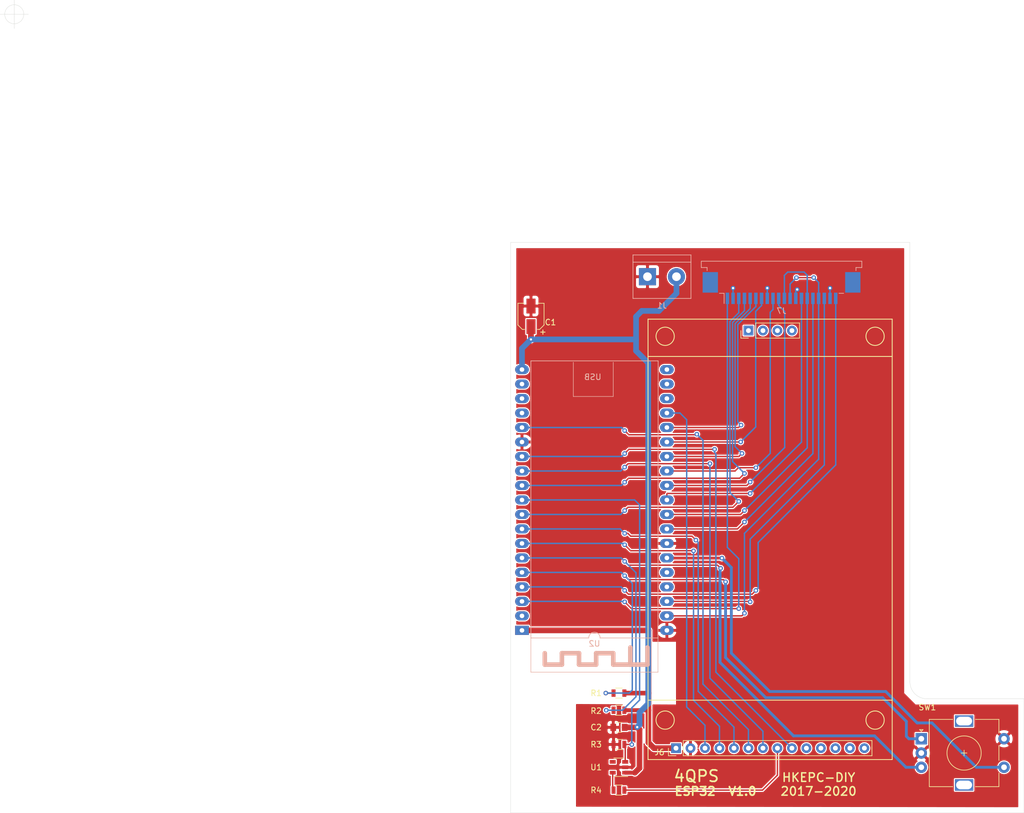
<source format=kicad_pcb>
(kicad_pcb (version 20171130) (host pcbnew "(5.1.5)-3")

  (general
    (thickness 1.6)
    (drawings 11)
    (tracks 318)
    (zones 0)
    (modules 12)
    (nets 30)
  )

  (page A4)
  (layers
    (0 F.Cu signal)
    (31 B.Cu signal)
    (32 B.Adhes user)
    (33 F.Adhes user)
    (34 B.Paste user)
    (35 F.Paste user)
    (36 B.SilkS user)
    (37 F.SilkS user)
    (38 B.Mask user)
    (39 F.Mask user)
    (40 Dwgs.User user)
    (41 Cmts.User user)
    (42 Eco1.User user)
    (43 Eco2.User user)
    (44 Edge.Cuts user)
    (45 Margin user)
    (46 B.CrtYd user)
    (47 F.CrtYd user)
    (48 B.Fab user)
    (49 F.Fab user)
  )

  (setup
    (last_trace_width 0.25)
    (trace_clearance 0.2)
    (zone_clearance 0.2)
    (zone_45_only yes)
    (trace_min 0.2)
    (via_size 0.8)
    (via_drill 0.4)
    (via_min_size 0.4)
    (via_min_drill 0.3)
    (uvia_size 0.3)
    (uvia_drill 0.1)
    (uvias_allowed no)
    (uvia_min_size 0.2)
    (uvia_min_drill 0.1)
    (edge_width 0.05)
    (segment_width 0.2)
    (pcb_text_width 0.3)
    (pcb_text_size 1.5 1.5)
    (mod_edge_width 0.12)
    (mod_text_size 1 1)
    (mod_text_width 0.15)
    (pad_size 3.2 3.2)
    (pad_drill 3.2)
    (pad_to_mask_clearance 0.051)
    (solder_mask_min_width 0.25)
    (aux_axis_origin 87 40)
    (grid_origin 87 40)
    (visible_elements 7FFFFFFF)
    (pcbplotparams
      (layerselection 0x010f0_ffffffff)
      (usegerberextensions false)
      (usegerberattributes false)
      (usegerberadvancedattributes false)
      (creategerberjobfile false)
      (excludeedgelayer true)
      (linewidth 0.100000)
      (plotframeref false)
      (viasonmask false)
      (mode 1)
      (useauxorigin true)
      (hpglpennumber 1)
      (hpglpenspeed 20)
      (hpglpendiameter 15.000000)
      (psnegative false)
      (psa4output false)
      (plotreference true)
      (plotvalue true)
      (plotinvisibletext false)
      (padsonsilk false)
      (subtractmaskfromsilk false)
      (outputformat 1)
      (mirror false)
      (drillshape 0)
      (scaleselection 1)
      (outputdirectory "gerber/"))
  )

  (net 0 "")
  (net 1 +5V)
  (net 2 GND)
  (net 3 BL)
  (net 4 +3V3)
  (net 5 T1)
  (net 6 T2)
  (net 7 ENC_A)
  (net 8 ENC_B)
  (net 9 BL_CTRL)
  (net 10 PB)
  (net 11 "Net-(J6-Pad3)")
  (net 12 "Net-(J6-Pad4)")
  (net 13 "Net-(J6-Pad5)")
  (net 14 "Net-(J6-Pad6)")
  (net 15 "Net-(J6-Pad7)")
  (net 16 "Net-(J6-Pad8)")
  (net 17 "Net-(J6-Pad9)")
  (net 18 "Net-(J7-Pad18)")
  (net 19 "Net-(J7-Pad16)")
  (net 20 "Net-(J7-Pad14)")
  (net 21 "Net-(J7-Pad12)")
  (net 22 "Net-(J7-Pad11)")
  (net 23 "Net-(J7-Pad10)")
  (net 24 "Net-(J7-Pad4)")
  (net 25 "Net-(J7-Pad7)")
  (net 26 "Net-(J7-Pad5)")
  (net 27 "Net-(J7-Pad3)")
  (net 28 "Net-(J7-Pad9)")
  (net 29 "Net-(J7-Pad6)")

  (net_class Default "This is the default net class."
    (clearance 0.2)
    (trace_width 0.25)
    (via_dia 0.8)
    (via_drill 0.4)
    (uvia_dia 0.3)
    (uvia_drill 0.1)
    (add_net +3V3)
    (add_net +5V)
    (add_net BL)
    (add_net BL_CTRL)
    (add_net ENC_A)
    (add_net ENC_B)
    (add_net GND)
    (add_net "Net-(J2-Pad1)")
    (add_net "Net-(J3-Pad1)")
    (add_net "Net-(J4-Pad1)")
    (add_net "Net-(J5-Pad1)")
    (add_net "Net-(J6-Pad10)")
    (add_net "Net-(J6-Pad101)")
    (add_net "Net-(J6-Pad102)")
    (add_net "Net-(J6-Pad103)")
    (add_net "Net-(J6-Pad104)")
    (add_net "Net-(J6-Pad11)")
    (add_net "Net-(J6-Pad12)")
    (add_net "Net-(J6-Pad13)")
    (add_net "Net-(J6-Pad14)")
    (add_net "Net-(J6-Pad3)")
    (add_net "Net-(J6-Pad4)")
    (add_net "Net-(J6-Pad5)")
    (add_net "Net-(J6-Pad6)")
    (add_net "Net-(J6-Pad7)")
    (add_net "Net-(J6-Pad8)")
    (add_net "Net-(J6-Pad9)")
    (add_net "Net-(J7-Pad10)")
    (add_net "Net-(J7-Pad11)")
    (add_net "Net-(J7-Pad12)")
    (add_net "Net-(J7-Pad14)")
    (add_net "Net-(J7-Pad16)")
    (add_net "Net-(J7-Pad18)")
    (add_net "Net-(J7-Pad3)")
    (add_net "Net-(J7-Pad4)")
    (add_net "Net-(J7-Pad5)")
    (add_net "Net-(J7-Pad6)")
    (add_net "Net-(J7-Pad7)")
    (add_net "Net-(J7-Pad9)")
    (add_net "Net-(U1-Pad4)")
    (add_net "Net-(U2-Pad16)")
    (add_net "Net-(U2-Pad17)")
    (add_net "Net-(U2-Pad18)")
    (add_net "Net-(U2-Pad2)")
    (add_net "Net-(U2-Pad20)")
    (add_net "Net-(U2-Pad21)")
    (add_net "Net-(U2-Pad22)")
    (add_net "Net-(U2-Pad34)")
    (add_net "Net-(U2-Pad35)")
    (add_net PB)
    (add_net T1)
    (add_net T2)
  )

  (module ESP32-Footprints:2-4-inches-LCD (layer F.Cu) (tedit 5E5362A1) (tstamp 5E8805EF)
    (at 116 128.65 90)
    (descr Description-2-4-inches-LCD)
    (tags Keywoard-2-4-inches-LCD)
    (path /5E3B8E6B)
    (fp_text reference J6 (at -0.72 -2.88) (layer F.SilkS)
      (effects (font (size 1 1) (thickness 0.15)))
    )
    (fp_text value LCD-2-4-CONN (at 0 35.35 90) (layer F.Fab)
      (effects (font (size 1 1) (thickness 0.15)))
    )
    (fp_line (start 68.67 -4.9) (end 68.67 37.9) (layer F.SilkS) (width 0.15))
    (fp_line (start 8.41 -4.9) (end 8.41 37.9) (layer F.SilkS) (width 0.15))
    (fp_circle (center 4.92 -1.9) (end 6.52 -1.9) (layer F.SilkS) (width 0.15))
    (fp_circle (center 4.92 34.9) (end 6.52 34.9) (layer F.SilkS) (width 0.15))
    (fp_circle (center 72.2 34.9) (end 73.8 34.9) (layer F.SilkS) (width 0.15))
    (fp_circle (center 72.2 -1.9) (end 73.8 -1.9) (layer F.SilkS) (width 0.15))
    (fp_line (start 72.565 11.43) (end 74.47 11.43) (layer F.Fab) (width 0.1))
    (fp_line (start 71.87 13.97) (end 74.53 13.97) (layer F.SilkS) (width 0.12))
    (fp_line (start 71.87 13.97) (end 71.87 21.65) (layer F.SilkS) (width 0.12))
    (fp_line (start 71.4 22.1) (end 75 22.1) (layer F.CrtYd) (width 0.05))
    (fp_line (start 71.93 21.59) (end 71.93 12.065) (layer F.Fab) (width 0.1))
    (fp_line (start 71.87 21.65) (end 74.53 21.65) (layer F.SilkS) (width 0.12))
    (fp_line (start 75 10.9) (end 71.4 10.9) (layer F.CrtYd) (width 0.05))
    (fp_line (start 74.47 11.43) (end 74.47 21.59) (layer F.Fab) (width 0.1))
    (fp_line (start 74.47 21.59) (end 71.93 21.59) (layer F.Fab) (width 0.1))
    (fp_line (start 71.93 12.065) (end 72.565 11.43) (layer F.Fab) (width 0.1))
    (fp_line (start 71.87 11.37) (end 73.2 11.37) (layer F.SilkS) (width 0.12))
    (fp_line (start 75 22.1) (end 75 10.9) (layer F.CrtYd) (width 0.05))
    (fp_line (start 71.87 12.7) (end 71.87 11.37) (layer F.SilkS) (width 0.12))
    (fp_line (start 74.53 13.97) (end 74.53 21.65) (layer F.SilkS) (width 0.12))
    (fp_line (start 71.4 10.9) (end 71.4 22.1) (layer F.CrtYd) (width 0.05))
    (fp_text user %R (at 73.2 16.51 180) (layer F.Fab)
      (effects (font (size 1 1) (thickness 0.15)))
    )
    (fp_line (start -2 37.9) (end -2 -4.9) (layer F.SilkS) (width 0.15))
    (fp_line (start 75.2 37.9) (end -2 37.9) (layer F.SilkS) (width 0.15))
    (fp_line (start 75.2 -4.9) (end 75.2 37.9) (layer F.SilkS) (width 0.15))
    (fp_line (start -2 -4.9) (end 75.2 -4.9) (layer F.SilkS) (width 0.15))
    (fp_line (start -0.635 -1.27) (end 1.27 -1.27) (layer F.Fab) (width 0.1))
    (fp_line (start 1.27 -1.27) (end 1.27 34.29) (layer F.Fab) (width 0.1))
    (fp_line (start 1.27 34.29) (end -1.27 34.29) (layer F.Fab) (width 0.1))
    (fp_line (start -1.27 34.29) (end -1.27 -0.635) (layer F.Fab) (width 0.1))
    (fp_line (start -1.27 -0.635) (end -0.635 -1.27) (layer F.Fab) (width 0.1))
    (fp_line (start -1.33 34.35) (end 1.33 34.35) (layer F.SilkS) (width 0.12))
    (fp_line (start -1.33 1.27) (end -1.33 34.35) (layer F.SilkS) (width 0.12))
    (fp_line (start 1.33 1.27) (end 1.33 34.35) (layer F.SilkS) (width 0.12))
    (fp_line (start -1.33 1.27) (end 1.33 1.27) (layer F.SilkS) (width 0.12))
    (fp_line (start -1.33 0) (end -1.33 -1.33) (layer F.SilkS) (width 0.12))
    (fp_line (start -1.33 -1.33) (end 0 -1.33) (layer F.SilkS) (width 0.12))
    (fp_line (start -1.8 -1.8) (end -1.8 34.8) (layer F.CrtYd) (width 0.05))
    (fp_line (start -1.8 34.8) (end 1.8 34.8) (layer F.CrtYd) (width 0.05))
    (fp_line (start 1.8 34.8) (end 1.8 -1.8) (layer F.CrtYd) (width 0.05))
    (fp_line (start 1.8 -1.8) (end -1.8 -1.8) (layer F.CrtYd) (width 0.05))
    (pad 104 thru_hole oval (at 73.2 20.32 90) (size 1.7 1.7) (drill 0.85) (layers *.Cu *.Mask))
    (pad 103 thru_hole oval (at 73.2 17.78 90) (size 1.7 1.7) (drill 0.85) (layers *.Cu *.Mask))
    (pad 101 thru_hole rect (at 73.2 12.7 90) (size 1.7 1.7) (drill 0.85) (layers *.Cu *.Mask))
    (pad 102 thru_hole oval (at 73.2 15.24 90) (size 1.7 1.7) (drill 0.85) (layers *.Cu *.Mask))
    (pad 1 thru_hole rect (at 0 0 90) (size 1.7 1.7) (drill 0.85) (layers *.Cu *.Mask)
      (net 4 +3V3))
    (pad 2 thru_hole oval (at 0 2.54 90) (size 1.7 1.7) (drill 0.85) (layers *.Cu *.Mask)
      (net 2 GND))
    (pad 3 thru_hole oval (at 0 5.08 90) (size 1.7 1.7) (drill 0.85) (layers *.Cu *.Mask)
      (net 11 "Net-(J6-Pad3)"))
    (pad 4 thru_hole oval (at 0 7.62 90) (size 1.7 1.7) (drill 0.85) (layers *.Cu *.Mask)
      (net 12 "Net-(J6-Pad4)"))
    (pad 5 thru_hole oval (at 0 10.16 90) (size 1.7 1.7) (drill 0.85) (layers *.Cu *.Mask)
      (net 13 "Net-(J6-Pad5)"))
    (pad 6 thru_hole oval (at 0 12.7 90) (size 1.7 1.7) (drill 0.85) (layers *.Cu *.Mask)
      (net 14 "Net-(J6-Pad6)"))
    (pad 7 thru_hole oval (at 0 15.24 90) (size 1.7 1.7) (drill 0.85) (layers *.Cu *.Mask)
      (net 15 "Net-(J6-Pad7)"))
    (pad 8 thru_hole oval (at 0 17.78 90) (size 1.7 1.7) (drill 0.85) (layers *.Cu *.Mask)
      (net 16 "Net-(J6-Pad8)"))
    (pad 9 thru_hole oval (at 0 20.32 90) (size 1.7 1.7) (drill 0.85) (layers *.Cu *.Mask)
      (net 17 "Net-(J6-Pad9)"))
    (pad 10 thru_hole oval (at 0 22.86 90) (size 1.7 1.7) (drill 0.85) (layers *.Cu *.Mask))
    (pad 11 thru_hole oval (at 0 25.4 90) (size 1.7 1.7) (drill 0.85) (layers *.Cu *.Mask))
    (pad 12 thru_hole oval (at 0 27.94 90) (size 1.7 1.7) (drill 0.85) (layers *.Cu *.Mask))
    (pad 13 thru_hole oval (at 0 30.48 90) (size 1.7 1.7) (drill 0.85) (layers *.Cu *.Mask))
    (pad 14 thru_hole oval (at 0 33.02 90) (size 1.7 1.7) (drill 0.85) (layers *.Cu *.Mask))
    (model 3dshapes/LCD-V6.step
      (at (xyz 0 0 0))
      (scale (xyz 1 1 1))
      (rotate (xyz 0 0 0))
    )
  )

  (module ESP32-Footprints:ESP32-DEVKIT-V4 (layer B.Cu) (tedit 5E53616A) (tstamp 5E3C61CE)
    (at 89 108)
    (descr ESP32-WROOM32D-DEVKIT-V4)
    (tags "THT DIP DIL PDIP 2.54mm 25.4mm 1000mil LongPads")
    (path /5E291943)
    (fp_text reference U2 (at 12.7 2.33) (layer B.SilkS)
      (effects (font (size 1 1) (thickness 0.15)) (justify mirror))
    )
    (fp_text value ESP32-DEV-BOARD (at 10.668 -48.768) (layer B.Fab)
      (effects (font (size 1 1) (thickness 0.15)) (justify mirror))
    )
    (fp_line (start 16 -41) (end 16 -47) (layer B.SilkS) (width 0.1))
    (fp_line (start 9 -41) (end 16 -41) (layer B.SilkS) (width 0.1))
    (fp_line (start 9 -47) (end 9 -41) (layer B.SilkS) (width 0.1))
    (fp_text user USB (at 12.41 -44.41) (layer B.SilkS)
      (effects (font (size 1 1) (thickness 0.15)) (justify mirror))
    )
    (fp_line (start 19 3) (end 19 6) (layer B.SilkS) (width 0.8))
    (fp_line (start 4 6) (end 4 4) (layer B.SilkS) (width 0.8))
    (fp_line (start 7 6) (end 4 6) (layer B.SilkS) (width 0.8))
    (fp_line (start 7 4) (end 7 6) (layer B.SilkS) (width 0.8))
    (fp_line (start 10 4) (end 7 4) (layer B.SilkS) (width 0.8))
    (fp_line (start 10 6) (end 10 4) (layer B.SilkS) (width 0.8))
    (fp_line (start 13 6) (end 10 6) (layer B.SilkS) (width 0.8))
    (fp_line (start 13 4) (end 13 6) (layer B.SilkS) (width 0.8))
    (fp_line (start 16 4) (end 13 4) (layer B.SilkS) (width 0.8))
    (fp_line (start 16 6) (end 16 4) (layer B.SilkS) (width 0.8))
    (fp_line (start 22 6) (end 16 6) (layer B.SilkS) (width 0.8))
    (fp_line (start 22 3) (end 22 6) (layer B.SilkS) (width 0.8))
    (fp_line (start 23.84 7.33) (end 23.84 1.33) (layer B.SilkS) (width 0.1))
    (fp_line (start 1.56 7.33) (end 23.84 7.33) (layer B.SilkS) (width 0.1))
    (fp_line (start 1.56 1.33) (end 1.56 7.33) (layer B.SilkS) (width 0.1))
    (fp_text user %R (at 12.7 -24.13) (layer B.Fab)
      (effects (font (size 1 1) (thickness 0.15)) (justify mirror))
    )
    (fp_line (start 26.924 1.55) (end -1.45 1.55) (layer B.CrtYd) (width 0.05))
    (fp_line (start 26.998 -47.27) (end 26.924 1.55) (layer B.CrtYd) (width 0.05))
    (fp_line (start -1.45 -47.26) (end 26.998 -47.27) (layer B.CrtYd) (width 0.05))
    (fp_line (start -1.45 1.55) (end -1.45 -47.244) (layer B.CrtYd) (width 0.05))
    (fp_line (start 23.84 1.33) (end 13.7 1.33) (layer B.SilkS) (width 0.12))
    (fp_line (start 23.876 -47.244) (end 23.84 1.33) (layer B.SilkS) (width 0.12))
    (fp_line (start 1.56 -47.244) (end 23.84 -47.244) (layer B.SilkS) (width 0.12))
    (fp_line (start 1.56 1.33) (end 1.56 -47.244) (layer B.SilkS) (width 0.12))
    (fp_line (start 11.7 1.33) (end 1.56 1.33) (layer B.SilkS) (width 0.12))
    (fp_line (start 0.255 0.27) (end 1.255 1.27) (layer B.Fab) (width 0.1))
    (fp_line (start 0.255 -47.244) (end 0.255 0.27) (layer B.Fab) (width 0.1))
    (fp_line (start 25.145 -47.244) (end 0.255 -47.244) (layer B.Fab) (width 0.1))
    (fp_line (start 25.145 1.27) (end 25.146 -47.244) (layer B.Fab) (width 0.1))
    (fp_line (start 1.255 1.27) (end 25.145 1.27) (layer B.Fab) (width 0.1))
    (fp_arc (start 12.7 1.33) (end 11.7 1.33) (angle 180) (layer B.SilkS) (width 0.12))
    (pad 20 thru_hole oval (at 25.4 -45.72) (size 2.4 1.6) (drill 0.8) (layers *.Cu *.Mask))
    (pad 19 thru_hole oval (at 0 -45.72) (size 2.4 1.6) (drill 0.8) (layers *.Cu *.Mask)
      (net 1 +5V))
    (pad 38 thru_hole oval (at 25.4 0) (size 2.4 1.6) (drill 0.8) (layers *.Cu *.Mask)
      (net 2 GND))
    (pad 18 thru_hole oval (at 0 -43.18) (size 2.4 1.6) (drill 0.8) (layers *.Cu *.Mask))
    (pad 37 thru_hole oval (at 25.4 -2.54) (size 2.4 1.6) (drill 0.8) (layers *.Cu *.Mask)
      (net 21 "Net-(J7-Pad12)"))
    (pad 17 thru_hole oval (at 0 -40.64) (size 2.4 1.6) (drill 0.8) (layers *.Cu *.Mask))
    (pad 36 thru_hole oval (at 25.4 -5.08) (size 2.4 1.6) (drill 0.8) (layers *.Cu *.Mask)
      (net 18 "Net-(J7-Pad18)"))
    (pad 16 thru_hole oval (at 0 -38.1) (size 2.4 1.6) (drill 0.8) (layers *.Cu *.Mask))
    (pad 35 thru_hole oval (at 25.4 -7.62) (size 2.4 1.6) (drill 0.8) (layers *.Cu *.Mask))
    (pad 15 thru_hole oval (at 0 -35.56) (size 2.4 1.6) (drill 0.8) (layers *.Cu *.Mask)
      (net 14 "Net-(J6-Pad6)"))
    (pad 34 thru_hole oval (at 25.4 -10.16) (size 2.4 1.6) (drill 0.8) (layers *.Cu *.Mask))
    (pad 14 thru_hole oval (at 0 -33.02) (size 2.4 1.6) (drill 0.8) (layers *.Cu *.Mask)
      (net 2 GND))
    (pad 33 thru_hole oval (at 25.4 -12.7) (size 2.4 1.6) (drill 0.8) (layers *.Cu *.Mask)
      (net 10 PB))
    (pad 13 thru_hole oval (at 0 -30.48) (size 2.4 1.6) (drill 0.8) (layers *.Cu *.Mask)
      (net 17 "Net-(J6-Pad9)"))
    (pad 32 thru_hole oval (at 25.4 -15.24) (size 2.4 1.6) (drill 0.8) (layers *.Cu *.Mask)
      (net 2 GND))
    (pad 12 thru_hole oval (at 0 -27.94) (size 2.4 1.6) (drill 0.8) (layers *.Cu *.Mask)
      (net 15 "Net-(J6-Pad7)"))
    (pad 31 thru_hole oval (at 25.4 -17.78) (size 2.4 1.6) (drill 0.8) (layers *.Cu *.Mask)
      (net 19 "Net-(J7-Pad16)"))
    (pad 11 thru_hole oval (at 0 -25.4) (size 2.4 1.6) (drill 0.8) (layers *.Cu *.Mask)
      (net 24 "Net-(J7-Pad4)"))
    (pad 30 thru_hole oval (at 25.4 -20.32) (size 2.4 1.6) (drill 0.8) (layers *.Cu *.Mask)
      (net 22 "Net-(J7-Pad11)"))
    (pad 10 thru_hole oval (at 0 -22.86) (size 2.4 1.6) (drill 0.8) (layers *.Cu *.Mask)
      (net 9 BL_CTRL))
    (pad 29 thru_hole oval (at 25.4 -22.86) (size 2.4 1.6) (drill 0.8) (layers *.Cu *.Mask)
      (net 20 "Net-(J7-Pad14)"))
    (pad 9 thru_hole oval (at 0 -20.32) (size 2.4 1.6) (drill 0.8) (layers *.Cu *.Mask)
      (net 27 "Net-(J7-Pad3)"))
    (pad 28 thru_hole oval (at 25.4 -25.4) (size 2.4 1.6) (drill 0.8) (layers *.Cu *.Mask)
      (net 23 "Net-(J7-Pad10)"))
    (pad 8 thru_hole oval (at 0 -17.78) (size 2.4 1.6) (drill 0.8) (layers *.Cu *.Mask)
      (net 13 "Net-(J6-Pad5)"))
    (pad 27 thru_hole oval (at 25.4 -27.94) (size 2.4 1.6) (drill 0.8) (layers *.Cu *.Mask)
      (net 28 "Net-(J7-Pad9)"))
    (pad 7 thru_hole oval (at 0 -15.24) (size 2.4 1.6) (drill 0.8) (layers *.Cu *.Mask)
      (net 12 "Net-(J6-Pad4)"))
    (pad 26 thru_hole oval (at 25.4 -30.48) (size 2.4 1.6) (drill 0.8) (layers *.Cu *.Mask)
      (net 26 "Net-(J7-Pad5)"))
    (pad 6 thru_hole oval (at 0 -12.7) (size 2.4 1.6) (drill 0.8) (layers *.Cu *.Mask)
      (net 8 ENC_B))
    (pad 25 thru_hole oval (at 25.4 -33.02) (size 2.4 1.6) (drill 0.8) (layers *.Cu *.Mask)
      (net 25 "Net-(J7-Pad7)"))
    (pad 5 thru_hole oval (at 0 -10.16) (size 2.4 1.6) (drill 0.8) (layers *.Cu *.Mask)
      (net 7 ENC_A))
    (pad 24 thru_hole oval (at 25.4 -35.56) (size 2.4 1.6) (drill 0.8) (layers *.Cu *.Mask)
      (net 29 "Net-(J7-Pad6)"))
    (pad 4 thru_hole oval (at 0 -7.62) (size 2.4 1.6) (drill 0.8) (layers *.Cu *.Mask)
      (net 6 T2))
    (pad 23 thru_hole oval (at 25.4 -38.1) (size 2.4 1.6) (drill 0.8) (layers *.Cu *.Mask)
      (net 11 "Net-(J6-Pad3)"))
    (pad 3 thru_hole oval (at 0 -5.08) (size 2.4 1.6) (drill 0.8) (layers *.Cu *.Mask)
      (net 5 T1))
    (pad 22 thru_hole oval (at 25.4 -40.64) (size 2.4 1.6) (drill 0.8) (layers *.Cu *.Mask))
    (pad 2 thru_hole oval (at 0 -2.54) (size 2.4 1.6) (drill 0.8) (layers *.Cu *.Mask))
    (pad 21 thru_hole oval (at 25.4 -43.18) (size 2.4 1.6) (drill 0.8) (layers *.Cu *.Mask))
    (pad 1 thru_hole rect (at 0 0) (size 2.4 1.6) (drill 0.8) (layers *.Cu *.Mask)
      (net 4 +3V3))
    (model ${KISYS3DMOD}/Package_DIP.3dshapes/DIP-40_W25.4mm.wrl
      (at (xyz 0 0 0))
      (scale (xyz 1 1 1))
      (rotate (xyz 0 0 0))
    )
  )

  (module Resistors_SMD:R_0805 (layer F.Cu) (tedit 58E0A804) (tstamp 5E3C9361)
    (at 106 122)
    (descr "Resistor SMD 0805, reflow soldering, Vishay (see dcrcw.pdf)")
    (tags "resistor 0805")
    (path /5E40B8B3)
    (attr smd)
    (fp_text reference R2 (at -4 0.12) (layer F.SilkS)
      (effects (font (size 1 1) (thickness 0.15)))
    )
    (fp_text value R_Small (at 0 1.75) (layer F.Fab)
      (effects (font (size 1 1) (thickness 0.15)))
    )
    (fp_text user %R (at 0 0) (layer F.Fab)
      (effects (font (size 0.5 0.5) (thickness 0.075)))
    )
    (fp_line (start -1 0.62) (end -1 -0.62) (layer F.Fab) (width 0.1))
    (fp_line (start 1 0.62) (end -1 0.62) (layer F.Fab) (width 0.1))
    (fp_line (start 1 -0.62) (end 1 0.62) (layer F.Fab) (width 0.1))
    (fp_line (start -1 -0.62) (end 1 -0.62) (layer F.Fab) (width 0.1))
    (fp_line (start 0.6 0.88) (end -0.6 0.88) (layer F.SilkS) (width 0.12))
    (fp_line (start -0.6 -0.88) (end 0.6 -0.88) (layer F.SilkS) (width 0.12))
    (fp_line (start -1.55 -0.9) (end 1.55 -0.9) (layer F.CrtYd) (width 0.05))
    (fp_line (start -1.55 -0.9) (end -1.55 0.9) (layer F.CrtYd) (width 0.05))
    (fp_line (start 1.55 0.9) (end 1.55 -0.9) (layer F.CrtYd) (width 0.05))
    (fp_line (start 1.55 0.9) (end -1.55 0.9) (layer F.CrtYd) (width 0.05))
    (pad 1 smd rect (at -0.95 0) (size 0.7 1.3) (layers F.Cu F.Paste F.Mask)
      (net 8 ENC_B))
    (pad 2 smd rect (at 0.95 0) (size 0.7 1.3) (layers F.Cu F.Paste F.Mask)
      (net 4 +3V3))
    (model ${KISYS3DMOD}/Resistors_SMD.3dshapes/R_0805.wrl
      (at (xyz 0 0 0))
      (scale (xyz 1 1 1))
      (rotate (xyz 0 0 0))
    )
  )

  (module TO_SOT_SMD:SOT-23-5 (layer F.Cu) (tedit 5A02FF57) (tstamp 5E3C8894)
    (at 106 132 180)
    (descr "5-pin SOT23 package")
    (tags SOT-23-5)
    (path /5E36B90D)
    (attr smd)
    (fp_text reference U1 (at 4 0 180) (layer F.SilkS)
      (effects (font (size 1 1) (thickness 0.15)))
    )
    (fp_text value TLV73333PDBV (at 0 2.9) (layer F.Fab)
      (effects (font (size 1 1) (thickness 0.15)))
    )
    (fp_line (start 0.9 -1.55) (end 0.9 1.55) (layer F.Fab) (width 0.1))
    (fp_line (start 0.9 1.55) (end -0.9 1.55) (layer F.Fab) (width 0.1))
    (fp_line (start -0.9 -0.9) (end -0.9 1.55) (layer F.Fab) (width 0.1))
    (fp_line (start 0.9 -1.55) (end -0.25 -1.55) (layer F.Fab) (width 0.1))
    (fp_line (start -0.9 -0.9) (end -0.25 -1.55) (layer F.Fab) (width 0.1))
    (fp_line (start -1.9 1.8) (end -1.9 -1.8) (layer F.CrtYd) (width 0.05))
    (fp_line (start 1.9 1.8) (end -1.9 1.8) (layer F.CrtYd) (width 0.05))
    (fp_line (start 1.9 -1.8) (end 1.9 1.8) (layer F.CrtYd) (width 0.05))
    (fp_line (start -1.9 -1.8) (end 1.9 -1.8) (layer F.CrtYd) (width 0.05))
    (fp_line (start 0.9 -1.61) (end -1.55 -1.61) (layer F.SilkS) (width 0.12))
    (fp_line (start -0.9 1.61) (end 0.9 1.61) (layer F.SilkS) (width 0.12))
    (fp_text user %R (at 0 0 90) (layer F.Fab)
      (effects (font (size 0.5 0.5) (thickness 0.075)))
    )
    (pad 5 smd rect (at 1.1 -0.95 180) (size 1.06 0.65) (layers F.Cu F.Paste F.Mask)
      (net 3 BL))
    (pad 4 smd rect (at 1.1 0.95 180) (size 1.06 0.65) (layers F.Cu F.Paste F.Mask))
    (pad 3 smd rect (at -1.1 0.95 180) (size 1.06 0.65) (layers F.Cu F.Paste F.Mask)
      (net 9 BL_CTRL))
    (pad 2 smd rect (at -1.1 0 180) (size 1.06 0.65) (layers F.Cu F.Paste F.Mask)
      (net 2 GND))
    (pad 1 smd rect (at -1.1 -0.95 180) (size 1.06 0.65) (layers F.Cu F.Paste F.Mask)
      (net 1 +5V))
    (model ${KISYS3DMOD}/Package_TO_SOT_SMD.3dshapes/SOT-23-5.wrl
      (at (xyz 0 0 0))
      (scale (xyz 1 1 1))
      (rotate (xyz 0 0 0))
    )
  )

  (module Rotary_Encoder:RotaryEncoder_Alps_EC11E-Switch_Vertical_H20mm (layer F.Cu) (tedit 5A74C8CB) (tstamp 5E3AA849)
    (at 159 127)
    (descr "Alps rotary encoder, EC12E... with switch, vertical shaft, http://www.alps.com/prod/info/E/HTML/Encoder/Incremental/EC11/EC11E15204A3.html")
    (tags "rotary encoder")
    (path /5DFC35DA)
    (fp_text reference SW1 (at 1.06 -5.51) (layer F.SilkS)
      (effects (font (size 1 1) (thickness 0.15)))
    )
    (fp_text value Rotary_Encoder_Switch (at 7.5 10.4) (layer F.Fab)
      (effects (font (size 1 1) (thickness 0.15)))
    )
    (fp_circle (center 7.5 2.5) (end 10.5 2.5) (layer F.Fab) (width 0.12))
    (fp_circle (center 7.5 2.5) (end 10.5 2.5) (layer F.SilkS) (width 0.12))
    (fp_line (start 16 9.6) (end -1.5 9.6) (layer F.CrtYd) (width 0.05))
    (fp_line (start 16 9.6) (end 16 -4.6) (layer F.CrtYd) (width 0.05))
    (fp_line (start -1.5 -4.6) (end -1.5 9.6) (layer F.CrtYd) (width 0.05))
    (fp_line (start -1.5 -4.6) (end 16 -4.6) (layer F.CrtYd) (width 0.05))
    (fp_line (start 2.5 -3.3) (end 13.5 -3.3) (layer F.Fab) (width 0.12))
    (fp_line (start 13.5 -3.3) (end 13.5 8.3) (layer F.Fab) (width 0.12))
    (fp_line (start 13.5 8.3) (end 1.5 8.3) (layer F.Fab) (width 0.12))
    (fp_line (start 1.5 8.3) (end 1.5 -2.2) (layer F.Fab) (width 0.12))
    (fp_line (start 1.5 -2.2) (end 2.5 -3.3) (layer F.Fab) (width 0.12))
    (fp_line (start 9.5 -3.4) (end 13.6 -3.4) (layer F.SilkS) (width 0.12))
    (fp_line (start 13.6 8.4) (end 9.5 8.4) (layer F.SilkS) (width 0.12))
    (fp_line (start 5.5 8.4) (end 1.4 8.4) (layer F.SilkS) (width 0.12))
    (fp_line (start 5.5 -3.4) (end 1.4 -3.4) (layer F.SilkS) (width 0.12))
    (fp_line (start 1.4 -3.4) (end 1.4 8.4) (layer F.SilkS) (width 0.12))
    (fp_line (start 0 -1.3) (end -0.3 -1.6) (layer F.SilkS) (width 0.12))
    (fp_line (start -0.3 -1.6) (end 0.3 -1.6) (layer F.SilkS) (width 0.12))
    (fp_line (start 0.3 -1.6) (end 0 -1.3) (layer F.SilkS) (width 0.12))
    (fp_line (start 7.5 -0.5) (end 7.5 5.5) (layer F.Fab) (width 0.12))
    (fp_line (start 4.5 2.5) (end 10.5 2.5) (layer F.Fab) (width 0.12))
    (fp_line (start 13.6 -3.4) (end 13.6 -1) (layer F.SilkS) (width 0.12))
    (fp_line (start 13.6 1.2) (end 13.6 3.8) (layer F.SilkS) (width 0.12))
    (fp_line (start 13.6 6) (end 13.6 8.4) (layer F.SilkS) (width 0.12))
    (fp_line (start 7.5 2) (end 7.5 3) (layer F.SilkS) (width 0.12))
    (fp_line (start 7 2.5) (end 8 2.5) (layer F.SilkS) (width 0.12))
    (fp_text user %R (at 11.1 6.3) (layer F.Fab)
      (effects (font (size 1 1) (thickness 0.15)))
    )
    (pad A thru_hole rect (at 0 0) (size 2 2) (drill 1) (layers *.Cu *.Mask)
      (net 7 ENC_A))
    (pad C thru_hole circle (at 0 2.5) (size 2 2) (drill 1) (layers *.Cu *.Mask)
      (net 2 GND))
    (pad B thru_hole circle (at 0 5) (size 2 2) (drill 1) (layers *.Cu *.Mask)
      (net 8 ENC_B))
    (pad MP thru_hole rect (at 7.5 -3.1) (size 3.2 2) (drill oval 2.8 1.5) (layers *.Cu *.Mask))
    (pad MP thru_hole rect (at 7.5 8.1) (size 3.2 2) (drill oval 2.8 1.5) (layers *.Cu *.Mask))
    (pad S2 thru_hole circle (at 14.5 0) (size 2 2) (drill 1) (layers *.Cu *.Mask)
      (net 2 GND))
    (pad S1 thru_hole circle (at 14.5 5) (size 2 2) (drill 1) (layers *.Cu *.Mask)
      (net 10 PB))
    (model ${KIPRJMOD}/3dshapes/RotaryEncoder_Alps_EC11E-Switch_Vertical_H20mm.step
      (at (xyz 0 0 0))
      (scale (xyz 1 1 1))
      (rotate (xyz 0 0 0))
    )
  )

  (module Resistors_SMD:R_0805 (layer F.Cu) (tedit 58E0A804) (tstamp 5E3C9538)
    (at 106 136)
    (descr "Resistor SMD 0805, reflow soldering, Vishay (see dcrcw.pdf)")
    (tags "resistor 0805")
    (path /5E2E7CBA)
    (attr smd)
    (fp_text reference R4 (at -4 0.02) (layer F.SilkS)
      (effects (font (size 1 1) (thickness 0.15)))
    )
    (fp_text value R_Small (at 0 1.75) (layer F.Fab)
      (effects (font (size 1 1) (thickness 0.15)))
    )
    (fp_text user %R (at 0 0.05) (layer F.Fab)
      (effects (font (size 0.5 0.5) (thickness 0.075)))
    )
    (fp_line (start -1 0.62) (end -1 -0.62) (layer F.Fab) (width 0.1))
    (fp_line (start 1 0.62) (end -1 0.62) (layer F.Fab) (width 0.1))
    (fp_line (start 1 -0.62) (end 1 0.62) (layer F.Fab) (width 0.1))
    (fp_line (start -1 -0.62) (end 1 -0.62) (layer F.Fab) (width 0.1))
    (fp_line (start 0.6 0.88) (end -0.6 0.88) (layer F.SilkS) (width 0.12))
    (fp_line (start -0.6 -0.88) (end 0.6 -0.88) (layer F.SilkS) (width 0.12))
    (fp_line (start -1.55 -0.9) (end 1.55 -0.9) (layer F.CrtYd) (width 0.05))
    (fp_line (start -1.55 -0.9) (end -1.55 0.9) (layer F.CrtYd) (width 0.05))
    (fp_line (start 1.55 0.9) (end 1.55 -0.9) (layer F.CrtYd) (width 0.05))
    (fp_line (start 1.55 0.9) (end -1.55 0.9) (layer F.CrtYd) (width 0.05))
    (pad 1 smd rect (at -0.95 0) (size 0.7 1.3) (layers F.Cu F.Paste F.Mask)
      (net 3 BL))
    (pad 2 smd rect (at 0.95 0) (size 0.7 1.3) (layers F.Cu F.Paste F.Mask)
      (net 16 "Net-(J6-Pad8)"))
    (model ${KISYS3DMOD}/Resistors_SMD.3dshapes/R_0805.wrl
      (at (xyz 0 0 0))
      (scale (xyz 1 1 1))
      (rotate (xyz 0 0 0))
    )
  )

  (module Resistors_SMD:R_0805 (layer F.Cu) (tedit 58E0A804) (tstamp 5E3C8937)
    (at 106 128)
    (descr "Resistor SMD 0805, reflow soldering, Vishay (see dcrcw.pdf)")
    (tags "resistor 0805")
    (path /5E3D6531)
    (attr smd)
    (fp_text reference R3 (at -4 0) (layer F.SilkS)
      (effects (font (size 1 1) (thickness 0.15)))
    )
    (fp_text value R_Small (at 0 1.75) (layer F.Fab)
      (effects (font (size 1 1) (thickness 0.15)))
    )
    (fp_text user %R (at 0 0) (layer F.Fab)
      (effects (font (size 0.5 0.5) (thickness 0.075)))
    )
    (fp_line (start -1 0.62) (end -1 -0.62) (layer F.Fab) (width 0.1))
    (fp_line (start 1 0.62) (end -1 0.62) (layer F.Fab) (width 0.1))
    (fp_line (start 1 -0.62) (end 1 0.62) (layer F.Fab) (width 0.1))
    (fp_line (start -1 -0.62) (end 1 -0.62) (layer F.Fab) (width 0.1))
    (fp_line (start 0.6 0.88) (end -0.6 0.88) (layer F.SilkS) (width 0.12))
    (fp_line (start -0.6 -0.88) (end 0.6 -0.88) (layer F.SilkS) (width 0.12))
    (fp_line (start -1.55 -0.9) (end 1.55 -0.9) (layer F.CrtYd) (width 0.05))
    (fp_line (start -1.55 -0.9) (end -1.55 0.9) (layer F.CrtYd) (width 0.05))
    (fp_line (start 1.55 0.9) (end 1.55 -0.9) (layer F.CrtYd) (width 0.05))
    (fp_line (start 1.55 0.9) (end -1.55 0.9) (layer F.CrtYd) (width 0.05))
    (pad 1 smd rect (at -0.95 0) (size 0.7 1.3) (layers F.Cu F.Paste F.Mask)
      (net 2 GND))
    (pad 2 smd rect (at 0.95 0) (size 0.7 1.3) (layers F.Cu F.Paste F.Mask)
      (net 9 BL_CTRL))
    (model ${KISYS3DMOD}/Resistors_SMD.3dshapes/R_0805.wrl
      (at (xyz 0 0 0))
      (scale (xyz 1 1 1))
      (rotate (xyz 0 0 0))
    )
  )

  (module Resistors_SMD:R_0805 (layer F.Cu) (tedit 58E0A804) (tstamp 5E411515)
    (at 106 119 180)
    (descr "Resistor SMD 0805, reflow soldering, Vishay (see dcrcw.pdf)")
    (tags "resistor 0805")
    (path /5E40AEEA)
    (attr smd)
    (fp_text reference R1 (at 4 0) (layer F.SilkS)
      (effects (font (size 1 1) (thickness 0.15)))
    )
    (fp_text value R_Small (at 0 1.75) (layer F.Fab)
      (effects (font (size 1 1) (thickness 0.15)))
    )
    (fp_text user %R (at 0 0) (layer F.Fab)
      (effects (font (size 0.5 0.5) (thickness 0.075)))
    )
    (fp_line (start -1 0.62) (end -1 -0.62) (layer F.Fab) (width 0.1))
    (fp_line (start 1 0.62) (end -1 0.62) (layer F.Fab) (width 0.1))
    (fp_line (start 1 -0.62) (end 1 0.62) (layer F.Fab) (width 0.1))
    (fp_line (start -1 -0.62) (end 1 -0.62) (layer F.Fab) (width 0.1))
    (fp_line (start 0.6 0.88) (end -0.6 0.88) (layer F.SilkS) (width 0.12))
    (fp_line (start -0.6 -0.88) (end 0.6 -0.88) (layer F.SilkS) (width 0.12))
    (fp_line (start -1.55 -0.9) (end 1.55 -0.9) (layer F.CrtYd) (width 0.05))
    (fp_line (start -1.55 -0.9) (end -1.55 0.9) (layer F.CrtYd) (width 0.05))
    (fp_line (start 1.55 0.9) (end 1.55 -0.9) (layer F.CrtYd) (width 0.05))
    (fp_line (start 1.55 0.9) (end -1.55 0.9) (layer F.CrtYd) (width 0.05))
    (pad 1 smd rect (at -0.95 0 180) (size 0.7 1.3) (layers F.Cu F.Paste F.Mask)
      (net 4 +3V3))
    (pad 2 smd rect (at 0.95 0 180) (size 0.7 1.3) (layers F.Cu F.Paste F.Mask)
      (net 7 ENC_A))
    (model ${KISYS3DMOD}/Resistors_SMD.3dshapes/R_0805.wrl
      (at (xyz 0 0 0))
      (scale (xyz 1 1 1))
      (rotate (xyz 0 0 0))
    )
  )

  (module FFC-FPC:TE_2-84952-0_1x20-1MP_P1.0mm_Horizontal (layer B.Cu) (tedit 5AEE14E3) (tstamp 5E325258)
    (at 134.5 48)
    (descr "TE FPC connector, 20 bottom-side contacts, 1.0mm pitch, 1.0mm height, SMT, http://www.te.com/commerce/DocumentDelivery/DDEController?Action=srchrtrv&DocNm=84952&DocType=Customer+Drawing&DocLang=English&DocFormat=pdf&PartCntxt=84952-4")
    (tags "te fpc 84952")
    (path /5E29C6EA)
    (attr smd)
    (fp_text reference J7 (at 0 4) (layer B.SilkS)
      (effects (font (size 1 1) (thickness 0.15)) (justify mirror))
    )
    (fp_text value 4QPS-CONN (at 0 -7.7) (layer B.Fab)
      (effects (font (size 1 1) (thickness 0.15)) (justify mirror))
    )
    (fp_text user %R (at 0 -1.9) (layer B.Fab)
      (effects (font (size 1 1) (thickness 0.15)) (justify mirror))
    )
    (fp_line (start 14.46 3.3) (end -14.46 3.3) (layer B.CrtYd) (width 0.05))
    (fp_line (start 14.46 -7) (end 14.46 3.3) (layer B.CrtYd) (width 0.05))
    (fp_line (start -14.46 -7) (end 14.46 -7) (layer B.CrtYd) (width 0.05))
    (fp_line (start -14.46 3.3) (end -14.46 -7) (layer B.CrtYd) (width 0.05))
    (fp_line (start 10.065 0.91) (end 10.89 0.91) (layer B.SilkS) (width 0.12))
    (fp_line (start -10.065 0.91) (end -10.065 2.71) (layer B.SilkS) (width 0.12))
    (fp_line (start -10.89 0.91) (end -10.065 0.91) (layer B.SilkS) (width 0.12))
    (fp_line (start -13.045 -3.6) (end -13.045 -3.06) (layer B.SilkS) (width 0.12))
    (fp_line (start -14.07 -3.6) (end -13.045 -3.6) (layer B.SilkS) (width 0.12))
    (fp_line (start -14.07 -4.71) (end -14.07 -3.6) (layer B.SilkS) (width 0.12))
    (fp_line (start 14.07 -4.71) (end -14.07 -4.71) (layer B.SilkS) (width 0.12))
    (fp_line (start 14.07 -3.6) (end 14.07 -4.71) (layer B.SilkS) (width 0.12))
    (fp_line (start 13.045 -3.6) (end 14.07 -3.6) (layer B.SilkS) (width 0.12))
    (fp_line (start 13.045 -3.06) (end 13.045 -3.6) (layer B.SilkS) (width 0.12))
    (fp_line (start -12.935 -5.61) (end -12.935 -4.6) (layer B.Fab) (width 0.1))
    (fp_line (start -13.96 -5.61) (end -12.935 -5.61) (layer B.Fab) (width 0.1))
    (fp_line (start -13.96 -6.5) (end -13.96 -5.61) (layer B.Fab) (width 0.1))
    (fp_line (start 13.96 -6.5) (end -13.96 -6.5) (layer B.Fab) (width 0.1))
    (fp_line (start 13.96 -5.61) (end 13.96 -6.5) (layer B.Fab) (width 0.1))
    (fp_line (start 12.935 -5.61) (end 13.96 -5.61) (layer B.Fab) (width 0.1))
    (fp_line (start 12.935 -4.6) (end 12.935 -5.61) (layer B.Fab) (width 0.1))
    (fp_line (start -9.5 -0.2) (end -9 0.8) (layer B.Fab) (width 0.1))
    (fp_line (start -10 0.8) (end -9.5 -0.2) (layer B.Fab) (width 0.1))
    (fp_line (start -12.935 -3.71) (end -12.935 0.8) (layer B.Fab) (width 0.1))
    (fp_line (start -13.96 -3.71) (end -12.935 -3.71) (layer B.Fab) (width 0.1))
    (fp_line (start -13.96 -4.6) (end -13.96 -3.71) (layer B.Fab) (width 0.1))
    (fp_line (start 13.96 -4.6) (end -13.96 -4.6) (layer B.Fab) (width 0.1))
    (fp_line (start 13.96 -3.71) (end 13.96 -4.6) (layer B.Fab) (width 0.1))
    (fp_line (start 12.935 -3.71) (end 13.96 -3.71) (layer B.Fab) (width 0.1))
    (fp_line (start 12.935 0.8) (end 12.935 -3.71) (layer B.Fab) (width 0.1))
    (fp_line (start -12.935 0.8) (end 12.935 0.8) (layer B.Fab) (width 0.1))
    (pad MP smd rect (at 12.49 -1) (size 2.68 3.6) (layers B.Cu B.Paste B.Mask))
    (pad MP smd rect (at -12.49 -1) (size 2.68 3.6) (layers B.Cu B.Paste B.Mask))
    (pad 20 smd rect (at 9.5 1.8) (size 0.61 2) (layers B.Cu B.Paste B.Mask)
      (net 6 T2))
    (pad 19 smd rect (at 8.5 1.8) (size 0.61 2) (layers B.Cu B.Paste B.Mask)
      (net 2 GND))
    (pad 18 smd rect (at 7.5 1.8) (size 0.61 2) (layers B.Cu B.Paste B.Mask)
      (net 18 "Net-(J7-Pad18)"))
    (pad 17 smd rect (at 6.5 1.8) (size 0.61 2) (layers B.Cu B.Paste B.Mask)
      (net 21 "Net-(J7-Pad12)"))
    (pad 16 smd rect (at 5.5 1.8) (size 0.61 2) (layers B.Cu B.Paste B.Mask)
      (net 19 "Net-(J7-Pad16)"))
    (pad 15 smd rect (at 4.5 1.8) (size 0.61 2) (layers B.Cu B.Paste B.Mask)
      (net 22 "Net-(J7-Pad11)"))
    (pad 14 smd rect (at 3.5 1.8) (size 0.61 2) (layers B.Cu B.Paste B.Mask)
      (net 20 "Net-(J7-Pad14)"))
    (pad 13 smd rect (at 2.5 1.8) (size 0.61 2) (layers B.Cu B.Paste B.Mask)
      (net 2 GND))
    (pad 12 smd rect (at 1.5 1.8) (size 0.61 2) (layers B.Cu B.Paste B.Mask)
      (net 21 "Net-(J7-Pad12)"))
    (pad 11 smd rect (at 0.5 1.8) (size 0.61 2) (layers B.Cu B.Paste B.Mask)
      (net 22 "Net-(J7-Pad11)"))
    (pad 10 smd rect (at -0.5 1.8) (size 0.61 2) (layers B.Cu B.Paste B.Mask)
      (net 23 "Net-(J7-Pad10)"))
    (pad 9 smd rect (at -1.5 1.8) (size 0.61 2) (layers B.Cu B.Paste B.Mask)
      (net 28 "Net-(J7-Pad9)"))
    (pad 8 smd rect (at -2.5 1.8) (size 0.61 2) (layers B.Cu B.Paste B.Mask)
      (net 2 GND))
    (pad 7 smd rect (at -3.5 1.8) (size 0.61 2) (layers B.Cu B.Paste B.Mask)
      (net 25 "Net-(J7-Pad7)"))
    (pad 6 smd rect (at -4.5 1.8) (size 0.61 2) (layers B.Cu B.Paste B.Mask)
      (net 29 "Net-(J7-Pad6)"))
    (pad 5 smd rect (at -5.5 1.8) (size 0.61 2) (layers B.Cu B.Paste B.Mask)
      (net 26 "Net-(J7-Pad5)"))
    (pad 4 smd rect (at -6.5 1.8) (size 0.61 2) (layers B.Cu B.Paste B.Mask)
      (net 24 "Net-(J7-Pad4)"))
    (pad 3 smd rect (at -7.5 1.8) (size 0.61 2) (layers B.Cu B.Paste B.Mask)
      (net 27 "Net-(J7-Pad3)"))
    (pad 2 smd rect (at -8.5 1.8) (size 0.61 2) (layers B.Cu B.Paste B.Mask)
      (net 2 GND))
    (pad 1 smd rect (at -9.5 1.8) (size 0.61 2) (layers B.Cu B.Paste B.Mask)
      (net 5 T1))
    (model ${KISYS3DMOD}/Connector_FFC-FPC.3dshapes/TE_2-84952-0_1x20-1MP_P1.0mm_Horizontal.wrl
      (at (xyz 0 0 0))
      (scale (xyz 1 1 1))
      (rotate (xyz 0 0 0))
    )
  )

  (module Connectors_Terminal_Blocks:TerminalBlock_bornier-2_P5.08mm (layer B.Cu) (tedit 59FF03AB) (tstamp 5E3A631A)
    (at 111 46)
    (descr "simple 2-pin terminal block, pitch 5.08mm, revamped version of bornier2")
    (tags "terminal block bornier2")
    (path /5DFC13A6)
    (fp_text reference J1 (at 2.54 5.08) (layer B.SilkS)
      (effects (font (size 1 1) (thickness 0.15)) (justify mirror))
    )
    (fp_text value Screw_Terminal_01x02 (at 2.52 -5.04) (layer B.Fab)
      (effects (font (size 1 1) (thickness 0.15)) (justify mirror))
    )
    (fp_text user %R (at 2.54 0) (layer B.Fab)
      (effects (font (size 1 1) (thickness 0.15)) (justify mirror))
    )
    (fp_line (start -2.41 -2.55) (end 7.49 -2.55) (layer B.Fab) (width 0.1))
    (fp_line (start -2.46 3.75) (end -2.46 -3.75) (layer B.Fab) (width 0.1))
    (fp_line (start -2.46 -3.75) (end 7.54 -3.75) (layer B.Fab) (width 0.1))
    (fp_line (start 7.54 -3.75) (end 7.54 3.75) (layer B.Fab) (width 0.1))
    (fp_line (start 7.54 3.75) (end -2.46 3.75) (layer B.Fab) (width 0.1))
    (fp_line (start 7.62 -2.54) (end -2.54 -2.54) (layer B.SilkS) (width 0.12))
    (fp_line (start 7.62 -3.81) (end 7.62 3.81) (layer B.SilkS) (width 0.12))
    (fp_line (start 7.62 3.81) (end -2.54 3.81) (layer B.SilkS) (width 0.12))
    (fp_line (start -2.54 3.81) (end -2.54 -3.81) (layer B.SilkS) (width 0.12))
    (fp_line (start -2.54 -3.81) (end 7.62 -3.81) (layer B.SilkS) (width 0.12))
    (fp_line (start -2.71 4) (end 7.79 4) (layer B.CrtYd) (width 0.05))
    (fp_line (start -2.71 4) (end -2.71 -4) (layer B.CrtYd) (width 0.05))
    (fp_line (start 7.79 -4) (end 7.79 4) (layer B.CrtYd) (width 0.05))
    (fp_line (start 7.79 -4) (end -2.71 -4) (layer B.CrtYd) (width 0.05))
    (pad 1 thru_hole rect (at 0 0) (size 3 3) (drill 1.52) (layers *.Cu *.Mask)
      (net 2 GND))
    (pad 2 thru_hole circle (at 5.08 0) (size 3 3) (drill 1.52) (layers *.Cu *.Mask)
      (net 1 +5V))
    (model ${KIPRJMOD}/3dshapes/Altech_AK300_1x02_P5.00mm_45-Degree.step
      (at (xyz 0 0 0))
      (scale (xyz 1 1 1))
      (rotate (xyz 0 0 0))
    )
  )

  (module Capacitors_SMD:C_0805 (layer F.Cu) (tedit 58AA8463) (tstamp 5E2FB67F)
    (at 106 125 180)
    (descr "Capacitor SMD 0805, reflow soldering, AVX (see smccp.pdf)")
    (tags "capacitor 0805")
    (path /5E3145F3)
    (attr smd)
    (fp_text reference C2 (at 4 0) (layer F.SilkS)
      (effects (font (size 1 1) (thickness 0.15)))
    )
    (fp_text value C (at 0 1.75) (layer F.Fab)
      (effects (font (size 1 1) (thickness 0.15)))
    )
    (fp_text user %R (at 0 -1.5) (layer F.Fab)
      (effects (font (size 1 1) (thickness 0.15)))
    )
    (fp_line (start -1 0.62) (end -1 -0.62) (layer F.Fab) (width 0.1))
    (fp_line (start 1 0.62) (end -1 0.62) (layer F.Fab) (width 0.1))
    (fp_line (start 1 -0.62) (end 1 0.62) (layer F.Fab) (width 0.1))
    (fp_line (start -1 -0.62) (end 1 -0.62) (layer F.Fab) (width 0.1))
    (fp_line (start 0.5 -0.85) (end -0.5 -0.85) (layer F.SilkS) (width 0.12))
    (fp_line (start -0.5 0.85) (end 0.5 0.85) (layer F.SilkS) (width 0.12))
    (fp_line (start -1.75 -0.88) (end 1.75 -0.88) (layer F.CrtYd) (width 0.05))
    (fp_line (start -1.75 -0.88) (end -1.75 0.87) (layer F.CrtYd) (width 0.05))
    (fp_line (start 1.75 0.87) (end 1.75 -0.88) (layer F.CrtYd) (width 0.05))
    (fp_line (start 1.75 0.87) (end -1.75 0.87) (layer F.CrtYd) (width 0.05))
    (pad 1 smd rect (at -1 0 180) (size 1 1.25) (layers F.Cu F.Paste F.Mask)
      (net 1 +5V))
    (pad 2 smd rect (at 1 0 180) (size 1 1.25) (layers F.Cu F.Paste F.Mask)
      (net 2 GND))
    (model Capacitors_SMD.3dshapes/C_0805.wrl
      (at (xyz 0 0 0))
      (scale (xyz 1 1 1))
      (rotate (xyz 0 0 0))
    )
  )

  (module Capacitors_SMD:CP_Elec_4x5.3 (layer F.Cu) (tedit 58AA85FB) (tstamp 5E2FB74A)
    (at 90.58 52.95 90)
    (descr "SMT capacitor, aluminium electrolytic, 4x5.3")
    (path /5E313CE8)
    (attr smd)
    (fp_text reference C1 (at -1.05 3.42 180) (layer F.SilkS)
      (effects (font (size 1 1) (thickness 0.15)))
    )
    (fp_text value CP1 (at 0 -3.54 90) (layer F.Fab)
      (effects (font (size 1 1) (thickness 0.15)))
    )
    (fp_circle (center 0 0) (end 0 2.1) (layer F.Fab) (width 0.1))
    (fp_text user + (at -1.21 -0.08 90) (layer F.Fab)
      (effects (font (size 1 1) (thickness 0.15)))
    )
    (fp_text user + (at -2.77 2.01 90) (layer F.SilkS)
      (effects (font (size 1 1) (thickness 0.15)))
    )
    (fp_text user %R (at 0 3.54 90) (layer F.Fab)
      (effects (font (size 1 1) (thickness 0.15)))
    )
    (fp_line (start 2.13 2.13) (end 2.13 -2.13) (layer F.Fab) (width 0.1))
    (fp_line (start -1.46 2.13) (end 2.13 2.13) (layer F.Fab) (width 0.1))
    (fp_line (start -2.13 1.46) (end -1.46 2.13) (layer F.Fab) (width 0.1))
    (fp_line (start -2.13 -1.46) (end -2.13 1.46) (layer F.Fab) (width 0.1))
    (fp_line (start -1.46 -2.13) (end -2.13 -1.46) (layer F.Fab) (width 0.1))
    (fp_line (start 2.13 -2.13) (end -1.46 -2.13) (layer F.Fab) (width 0.1))
    (fp_line (start -2.29 -1.52) (end -2.29 -1.12) (layer F.SilkS) (width 0.12))
    (fp_line (start 2.29 -2.29) (end 2.29 -1.12) (layer F.SilkS) (width 0.12))
    (fp_line (start 2.29 2.29) (end 2.29 1.12) (layer F.SilkS) (width 0.12))
    (fp_line (start -2.29 1.52) (end -2.29 1.12) (layer F.SilkS) (width 0.12))
    (fp_line (start -1.52 2.29) (end 2.29 2.29) (layer F.SilkS) (width 0.12))
    (fp_line (start -1.52 2.29) (end -2.29 1.52) (layer F.SilkS) (width 0.12))
    (fp_line (start -1.52 -2.29) (end 2.29 -2.29) (layer F.SilkS) (width 0.12))
    (fp_line (start -1.52 -2.29) (end -2.29 -1.52) (layer F.SilkS) (width 0.12))
    (fp_line (start -3.35 -2.39) (end 3.35 -2.39) (layer F.CrtYd) (width 0.05))
    (fp_line (start -3.35 -2.39) (end -3.35 2.38) (layer F.CrtYd) (width 0.05))
    (fp_line (start 3.35 2.38) (end 3.35 -2.39) (layer F.CrtYd) (width 0.05))
    (fp_line (start 3.35 2.38) (end -3.35 2.38) (layer F.CrtYd) (width 0.05))
    (pad 1 smd rect (at -1.8 0 270) (size 2.6 1.6) (layers F.Cu F.Paste F.Mask)
      (net 1 +5V))
    (pad 2 smd rect (at 1.8 0 270) (size 2.6 1.6) (layers F.Cu F.Paste F.Mask)
      (net 2 GND))
    (model Capacitors_SMD.3dshapes/CP_Elec_4x5.3.wrl
      (at (xyz 0 0 0))
      (scale (xyz 1 1 1))
      (rotate (xyz 0 0 180))
    )
  )

  (gr_text 4QPS (at 119.58 133.55) (layer F.SilkS) (tstamp 5E421BBB)
    (effects (font (size 2 2) (thickness 0.3)))
  )
  (gr_text "ESP32  V1.0" (at 122.93 136.21) (layer F.SilkS)
    (effects (font (size 1.5 1.5) (thickness 0.3)))
  )
  (gr_line (start 157 117) (end 157 40) (layer Edge.Cuts) (width 0.05) (tstamp 5E421695))
  (gr_line (start 177 120) (end 160 120) (layer Edge.Cuts) (width 0.05) (tstamp 5E421690))
  (gr_arc (start 160 117) (end 157 117) (angle -90) (layer Edge.Cuts) (width 0.05))
  (gr_text "HKEPC-DIY\n2017-2020" (at 141 135) (layer F.SilkS)
    (effects (font (size 1.5 1.5) (thickness 0.25)))
  )
  (gr_line (start 87 40) (end 87 140) (layer Edge.Cuts) (width 0.05) (tstamp 5E32576B))
  (gr_line (start 157 40) (end 87 40) (layer Edge.Cuts) (width 0.05))
  (gr_line (start 177 140) (end 177 120) (layer Edge.Cuts) (width 0.05))
  (gr_line (start 87 140) (end 177 140) (layer Edge.Cuts) (width 0.05))
  (target plus (at 0 0) (size 5) (width 0.05) (layer Edge.Cuts))

  (segment (start 107 125) (end 109.16 125) (width 1) (layer F.Cu) (net 1))
  (via (at 109.2 124.96) (size 0.8) (drill 0.4) (layers F.Cu B.Cu) (net 1))
  (segment (start 109.16 125) (end 109.2 124.96) (width 1) (layer F.Cu) (net 1))
  (segment (start 107.1 132.95) (end 108.79 132.95) (width 0.7) (layer F.Cu) (net 1))
  (segment (start 109.599999 132.140001) (end 109.599999 125.359999) (width 1) (layer F.Cu) (net 1))
  (segment (start 109.599999 125.359999) (end 109.2 124.96) (width 1) (layer F.Cu) (net 1))
  (segment (start 108.79 132.95) (end 109.599999 132.140001) (width 1) (layer F.Cu) (net 1))
  (segment (start 116.08 48.92) (end 116.08 46) (width 1) (layer B.Cu) (net 1))
  (segment (start 113 52) (end 116.08 48.92) (width 1) (layer B.Cu) (net 1))
  (segment (start 109 57) (end 109 53) (width 1) (layer B.Cu) (net 1))
  (segment (start 110 52) (end 113 52) (width 1) (layer B.Cu) (net 1))
  (segment (start 109 53) (end 110 52) (width 1) (layer B.Cu) (net 1))
  (segment (start 109.599999 124.560001) (end 109.2 124.96) (width 1) (layer B.Cu) (net 1))
  (segment (start 109 59) (end 111.13 61.13) (width 1) (layer B.Cu) (net 1))
  (segment (start 109 57) (end 109 59) (width 1) (layer B.Cu) (net 1))
  (segment (start 111.13 61.13) (end 111.13 120.87) (width 1) (layer B.Cu) (net 1))
  (segment (start 109.599999 122.400001) (end 109.599999 124.560001) (width 1) (layer B.Cu) (net 1))
  (segment (start 111.13 120.87) (end 109.599999 122.400001) (width 1) (layer B.Cu) (net 1))
  (segment (start 90.170001 57.399999) (end 90.57 57) (width 1) (layer B.Cu) (net 1))
  (segment (start 89 58.57) (end 90.170001 57.399999) (width 1) (layer B.Cu) (net 1))
  (segment (start 90.58 54.75) (end 90.57 54.76) (width 1) (layer F.Cu) (net 1))
  (segment (start 90.57 56.434315) (end 90.57 57) (width 1) (layer F.Cu) (net 1))
  (segment (start 109 57) (end 90.57 57) (width 1) (layer B.Cu) (net 1))
  (segment (start 90.57 54.76) (end 90.57 56.434315) (width 1) (layer F.Cu) (net 1))
  (segment (start 89 62.28) (end 89 58.57) (width 1) (layer B.Cu) (net 1))
  (via (at 90.57 57) (size 0.8) (drill 0.4) (layers F.Cu B.Cu) (net 1))
  (via (at 143 48) (size 0.8) (drill 0.4) (layers F.Cu B.Cu) (net 2))
  (segment (start 143 49.8) (end 143 48) (width 0.25) (layer B.Cu) (net 2))
  (via (at 132 48) (size 0.8) (drill 0.4) (layers F.Cu B.Cu) (net 2))
  (segment (start 132 49.8) (end 132 48) (width 0.25) (layer B.Cu) (net 2))
  (via (at 126 48) (size 0.8) (drill 0.4) (layers F.Cu B.Cu) (net 2))
  (segment (start 126 49.8) (end 126 48) (width 0.25) (layer B.Cu) (net 2))
  (via (at 137.242663 48.242657) (size 0.8) (drill 0.4) (layers F.Cu B.Cu) (net 2))
  (segment (start 137 49.8) (end 137 48.48532) (width 0.25) (layer B.Cu) (net 2))
  (segment (start 137 48.48532) (end 137.242663 48.242657) (width 0.25) (layer B.Cu) (net 2))
  (segment (start 104.9 132.95) (end 104.9 135.85) (width 0.25) (layer F.Cu) (net 3))
  (segment (start 104.9 135.85) (end 105.07 136.02) (width 0.25) (layer F.Cu) (net 3))
  (segment (start 111.17 119) (end 107 119) (width 0.8) (layer F.Cu) (net 4))
  (segment (start 106.95 122) (end 111.17 122) (width 0.7) (layer F.Cu) (net 4))
  (segment (start 111.17 122) (end 111.17 119) (width 1) (layer F.Cu) (net 4))
  (segment (start 111.17 127.68) (end 111.17 122) (width 1) (layer F.Cu) (net 4))
  (segment (start 112.14 128.65) (end 111.17 127.68) (width 1) (layer F.Cu) (net 4))
  (segment (start 116 128.65) (end 112.14 128.65) (width 1) (layer F.Cu) (net 4))
  (segment (start 111.17 108) (end 111.17 119) (width 1) (layer F.Cu) (net 4))
  (segment (start 89 108) (end 111.17 108) (width 1) (layer F.Cu) (net 4))
  (via (at 107 102.999986) (size 0.8) (drill 0.4) (layers F.Cu B.Cu) (net 5))
  (segment (start 89 102.92) (end 106.920014 102.92) (width 0.25) (layer B.Cu) (net 5))
  (segment (start 106.920014 102.92) (end 107 102.999986) (width 0.25) (layer B.Cu) (net 5))
  (segment (start 107 102.999986) (end 108.190014 104.19) (width 0.25) (layer F.Cu) (net 5))
  (via (at 127 104.19) (size 0.8) (drill 0.4) (layers F.Cu B.Cu) (net 5))
  (segment (start 108.190014 104.19) (end 127 104.19) (width 0.25) (layer F.Cu) (net 5))
  (segment (start 127 95.44) (end 127 103.624315) (width 0.25) (layer B.Cu) (net 5))
  (segment (start 125 93.44) (end 127 95.44) (width 0.25) (layer B.Cu) (net 5))
  (segment (start 125 49.8) (end 125 93.44) (width 0.25) (layer B.Cu) (net 5))
  (segment (start 127 103.624315) (end 127 104.19) (width 0.25) (layer B.Cu) (net 5))
  (segment (start 89 100.38) (end 89 100.37) (width 0.25) (layer B.Cu) (net 6))
  (via (at 107 101.000022) (size 0.8) (drill 0.4) (layers F.Cu B.Cu) (net 6))
  (segment (start 106.379978 100.38) (end 107 101.000022) (width 0.25) (layer B.Cu) (net 6))
  (segment (start 89 100.38) (end 106.379978 100.38) (width 0.25) (layer B.Cu) (net 6))
  (via (at 129.999974 101) (size 0.8) (drill 0.4) (layers F.Cu B.Cu) (net 6))
  (segment (start 107 101.000022) (end 107.649978 101.65) (width 0.25) (layer F.Cu) (net 6))
  (segment (start 129.599975 101.399999) (end 129.999974 101) (width 0.25) (layer F.Cu) (net 6))
  (segment (start 129.349974 101.65) (end 129.599975 101.399999) (width 0.25) (layer F.Cu) (net 6))
  (segment (start 107.649978 101.65) (end 129.349974 101.65) (width 0.25) (layer F.Cu) (net 6))
  (segment (start 130.399973 92.600027) (end 130.399973 100.600001) (width 0.25) (layer B.Cu) (net 6))
  (segment (start 130.399973 100.600001) (end 129.999974 101) (width 0.25) (layer B.Cu) (net 6))
  (segment (start 144 49.8) (end 144 79) (width 0.25) (layer B.Cu) (net 6))
  (segment (start 144 79) (end 130.399973 92.600027) (width 0.25) (layer B.Cu) (net 6))
  (via (at 124.69 99.49) (size 0.8) (drill 0.4) (layers F.Cu B.Cu) (net 7))
  (segment (start 124.31 99.11) (end 107.69 99.11) (width 0.25) (layer F.Cu) (net 7))
  (segment (start 124.69 99.49) (end 124.31 99.11) (width 0.25) (layer F.Cu) (net 7))
  (segment (start 107.69 99.11) (end 107.399999 98.819999) (width 0.25) (layer F.Cu) (net 7))
  (segment (start 107.399999 98.819999) (end 107 98.42) (width 0.25) (layer F.Cu) (net 7))
  (via (at 107 98.42) (size 0.8) (drill 0.4) (layers F.Cu B.Cu) (net 7))
  (via (at 103.69 118.99) (size 0.8) (drill 0.4) (layers F.Cu B.Cu) (net 7))
  (segment (start 105.1 119) (end 103.7 119) (width 0.25) (layer F.Cu) (net 7))
  (segment (start 103.7 119) (end 103.69 118.99) (width 0.25) (layer F.Cu) (net 7))
  (segment (start 89 97.84) (end 106.42 97.84) (width 0.25) (layer B.Cu) (net 7))
  (segment (start 106.42 97.84) (end 107 98.42) (width 0.25) (layer B.Cu) (net 7))
  (segment (start 124.69 100.055685) (end 124.69 99.49) (width 0.5) (layer B.Cu) (net 7))
  (segment (start 131.74 119.81) (end 124.69 112.76) (width 0.5) (layer B.Cu) (net 7))
  (segment (start 156.82 127) (end 156.38 126.56) (width 0.5) (layer B.Cu) (net 7))
  (segment (start 152.23 119.81) (end 131.74 119.81) (width 0.5) (layer B.Cu) (net 7))
  (segment (start 124.69 112.76) (end 124.69 100.055685) (width 0.5) (layer B.Cu) (net 7))
  (segment (start 159 127) (end 156.82 127) (width 0.5) (layer B.Cu) (net 7))
  (segment (start 156.38 126.56) (end 156.38 123.96) (width 0.5) (layer B.Cu) (net 7))
  (segment (start 156.38 123.96) (end 152.23 119.81) (width 0.5) (layer B.Cu) (net 7))
  (segment (start 108.34 99.76) (end 107.399999 98.819999) (width 0.25) (layer B.Cu) (net 7))
  (segment (start 108.34 118.46) (end 108.34 99.76) (width 0.25) (layer B.Cu) (net 7))
  (segment (start 103.69 118.99) (end 107.81 118.99) (width 0.25) (layer B.Cu) (net 7))
  (segment (start 107.399999 98.819999) (end 107 98.42) (width 0.25) (layer B.Cu) (net 7))
  (segment (start 107.81 118.99) (end 108.34 118.46) (width 0.25) (layer B.Cu) (net 7))
  (via (at 123.82 97.12) (size 0.8) (drill 0.4) (layers F.Cu B.Cu) (net 8))
  (segment (start 123.27 96.57) (end 107.659965 96.57) (width 0.25) (layer F.Cu) (net 8))
  (segment (start 107.659965 96.57) (end 107.399999 96.310034) (width 0.25) (layer F.Cu) (net 8))
  (segment (start 107.399999 96.310034) (end 107 95.910035) (width 0.25) (layer F.Cu) (net 8))
  (segment (start 123.82 97.12) (end 123.27 96.57) (width 0.25) (layer F.Cu) (net 8))
  (via (at 107 95.910035) (size 0.8) (drill 0.4) (layers F.Cu B.Cu) (net 8))
  (via (at 103.77 122) (size 0.8) (drill 0.4) (layers F.Cu B.Cu) (net 8))
  (segment (start 105.05 122) (end 103.77 122) (width 0.25) (layer F.Cu) (net 8))
  (segment (start 89 95.3) (end 106.389965 95.3) (width 0.25) (layer B.Cu) (net 8))
  (segment (start 106.389965 95.3) (end 107 95.910035) (width 0.25) (layer B.Cu) (net 8))
  (segment (start 156.31 132) (end 150.8 126.49) (width 0.5) (layer B.Cu) (net 8))
  (segment (start 136.59 126.49) (end 123.72 113.62) (width 0.5) (layer B.Cu) (net 8))
  (segment (start 159 132) (end 156.31 132) (width 0.5) (layer B.Cu) (net 8))
  (segment (start 150.8 126.49) (end 136.59 126.49) (width 0.5) (layer B.Cu) (net 8))
  (segment (start 123.72 97.22) (end 123.82 97.12) (width 0.5) (layer B.Cu) (net 8))
  (segment (start 123.72 113.62) (end 123.72 97.22) (width 0.5) (layer B.Cu) (net 8))
  (segment (start 107.399999 96.310034) (end 107 95.910035) (width 0.25) (layer B.Cu) (net 8))
  (segment (start 108.98 119.64) (end 108.98 97.890035) (width 0.25) (layer B.Cu) (net 8))
  (segment (start 103.77 122) (end 106.62 122) (width 0.25) (layer B.Cu) (net 8))
  (segment (start 108.98 97.890035) (end 107.399999 96.310034) (width 0.25) (layer B.Cu) (net 8))
  (segment (start 106.62 122) (end 108.98 119.64) (width 0.25) (layer B.Cu) (net 8))
  (segment (start 107.1 131.05) (end 107.1 128.15) (width 0.25) (layer F.Cu) (net 9))
  (segment (start 107.1 128.15) (end 106.95 128) (width 0.25) (layer F.Cu) (net 9))
  (via (at 108.25 128.02) (size 0.8) (drill 0.4) (layers F.Cu B.Cu) (net 9))
  (segment (start 106.95 128) (end 108.23 128) (width 0.25) (layer F.Cu) (net 9))
  (segment (start 108.23 128) (end 108.25 128.02) (width 0.25) (layer F.Cu) (net 9))
  (segment (start 89 85.14) (end 108.75 85.14) (width 0.25) (layer B.Cu) (net 9))
  (segment (start 109.62 86.01) (end 109.62 120.21326) (width 0.25) (layer B.Cu) (net 9))
  (segment (start 109.62 120.21326) (end 108.25 121.58326) (width 0.25) (layer B.Cu) (net 9))
  (segment (start 108.75 85.14) (end 109.62 86.01) (width 0.25) (layer B.Cu) (net 9))
  (segment (start 108.25 121.58326) (end 108.25 127.454315) (width 0.25) (layer B.Cu) (net 9))
  (segment (start 108.25 127.454315) (end 108.25 128.02) (width 0.25) (layer B.Cu) (net 9))
  (via (at 124.05 95.33) (size 0.8) (drill 0.4) (layers F.Cu B.Cu) (net 10))
  (segment (start 114.43 95.33) (end 114.4 95.3) (width 0.5) (layer F.Cu) (net 10))
  (segment (start 124.05 95.33) (end 114.43 95.33) (width 0.5) (layer F.Cu) (net 10))
  (segment (start 124.449999 95.729999) (end 124.05 95.33) (width 0.5) (layer B.Cu) (net 10))
  (segment (start 125.7 96.98) (end 124.449999 95.729999) (width 0.5) (layer B.Cu) (net 10))
  (segment (start 125.7 112) (end 125.7 96.98) (width 0.5) (layer B.Cu) (net 10))
  (segment (start 132.42 118.72) (end 125.7 112) (width 0.5) (layer B.Cu) (net 10))
  (segment (start 168.65 132) (end 160.87 124.22) (width 0.5) (layer B.Cu) (net 10))
  (segment (start 173.5 132) (end 168.65 132) (width 0.5) (layer B.Cu) (net 10))
  (segment (start 160.87 124.22) (end 158.26 124.22) (width 0.5) (layer B.Cu) (net 10))
  (segment (start 152.76 118.72) (end 132.42 118.72) (width 0.5) (layer B.Cu) (net 10))
  (segment (start 158.26 124.22) (end 152.76 118.72) (width 0.5) (layer B.Cu) (net 10))
  (segment (start 117.87 71.07) (end 116.7 69.9) (width 0.25) (layer B.Cu) (net 11))
  (segment (start 117.87 121.43) (end 117.87 71.07) (width 0.25) (layer B.Cu) (net 11))
  (segment (start 116.7 69.9) (end 114.4 69.9) (width 0.25) (layer B.Cu) (net 11))
  (segment (start 121.08 128.65) (end 121.08 124.64) (width 0.25) (layer B.Cu) (net 11))
  (segment (start 121.08 124.64) (end 117.87 121.43) (width 0.25) (layer B.Cu) (net 11))
  (via (at 119.07 94.07) (size 0.8) (drill 0.4) (layers F.Cu B.Cu) (net 12))
  (segment (start 119.07 120.26) (end 119.07 94.635685) (width 0.25) (layer B.Cu) (net 12))
  (segment (start 119.07 94.635685) (end 119.07 94.07) (width 0.25) (layer B.Cu) (net 12))
  (segment (start 123.62 124.81) (end 119.07 120.26) (width 0.25) (layer B.Cu) (net 12))
  (segment (start 123.62 128.65) (end 123.62 124.81) (width 0.25) (layer B.Cu) (net 12))
  (segment (start 89 92.76) (end 106.76 92.76) (width 0.25) (layer B.Cu) (net 12))
  (via (at 107 93) (size 0.8) (drill 0.4) (layers F.Cu B.Cu) (net 12))
  (segment (start 106.76 92.76) (end 107 93) (width 0.25) (layer B.Cu) (net 12))
  (segment (start 108.04 94.04) (end 107 93) (width 0.25) (layer F.Cu) (net 12))
  (segment (start 119.07 94.07) (end 119.04 94.04) (width 0.25) (layer F.Cu) (net 12))
  (segment (start 119.04 94.04) (end 108.04 94.04) (width 0.25) (layer F.Cu) (net 12))
  (via (at 119.49 92.18) (size 0.8) (drill 0.4) (layers F.Cu B.Cu) (net 13))
  (segment (start 126.16 128.65) (end 126.16 124.96) (width 0.25) (layer B.Cu) (net 13))
  (segment (start 126.16 124.96) (end 119.889999 118.689999) (width 0.25) (layer B.Cu) (net 13))
  (segment (start 119.889999 118.689999) (end 119.889999 92.579999) (width 0.25) (layer B.Cu) (net 13))
  (segment (start 119.889999 92.579999) (end 119.49 92.18) (width 0.25) (layer B.Cu) (net 13))
  (segment (start 89 90.22) (end 106.22 90.22) (width 0.25) (layer B.Cu) (net 13))
  (via (at 107 91) (size 0.8) (drill 0.4) (layers F.Cu B.Cu) (net 13))
  (segment (start 106.22 90.22) (end 107 91) (width 0.25) (layer B.Cu) (net 13))
  (segment (start 107.565685 91) (end 107 91) (width 0.25) (layer F.Cu) (net 13))
  (segment (start 119.49 92.18) (end 118.8 91.49) (width 0.25) (layer F.Cu) (net 13))
  (segment (start 108.055685 91.49) (end 107.565685 91) (width 0.25) (layer F.Cu) (net 13))
  (segment (start 118.8 91.49) (end 108.055685 91.49) (width 0.25) (layer F.Cu) (net 13))
  (via (at 119.65 73.61) (size 0.8) (drill 0.4) (layers F.Cu B.Cu) (net 14))
  (segment (start 120.73 74.69) (end 120.049999 74.009999) (width 0.25) (layer B.Cu) (net 14))
  (segment (start 128.7 128.65) (end 128.7 125.39) (width 0.25) (layer B.Cu) (net 14))
  (segment (start 120.049999 74.009999) (end 119.65 73.61) (width 0.25) (layer B.Cu) (net 14))
  (segment (start 120.73 117.42) (end 120.73 74.69) (width 0.25) (layer B.Cu) (net 14))
  (segment (start 128.7 125.39) (end 120.73 117.42) (width 0.25) (layer B.Cu) (net 14))
  (segment (start 89 72.44) (end 106.46 72.44) (width 0.25) (layer B.Cu) (net 14))
  (via (at 107 72.98) (size 0.8) (drill 0.4) (layers F.Cu B.Cu) (net 14))
  (segment (start 106.46 72.44) (end 107 72.98) (width 0.25) (layer B.Cu) (net 14))
  (segment (start 107.399999 73.379999) (end 107 72.98) (width 0.25) (layer F.Cu) (net 14))
  (segment (start 107.73 73.71) (end 107.399999 73.379999) (width 0.25) (layer F.Cu) (net 14))
  (segment (start 119.65 73.61) (end 119.55 73.71) (width 0.25) (layer F.Cu) (net 14))
  (segment (start 119.55 73.71) (end 107.73 73.71) (width 0.25) (layer F.Cu) (net 14))
  (via (at 121.95 78.77) (size 0.8) (drill 0.4) (layers F.Cu B.Cu) (net 15))
  (segment (start 121.95 116.4) (end 121.95 79.335685) (width 0.25) (layer B.Cu) (net 15))
  (segment (start 121.95 79.335685) (end 121.95 78.77) (width 0.25) (layer B.Cu) (net 15))
  (segment (start 131.24 128.65) (end 131.24 125.69) (width 0.25) (layer B.Cu) (net 15))
  (segment (start 131.24 125.69) (end 121.95 116.4) (width 0.25) (layer B.Cu) (net 15))
  (via (at 107 79.380002) (size 0.8) (drill 0.4) (layers F.Cu B.Cu) (net 15))
  (segment (start 89 80.06) (end 106.320002 80.06) (width 0.25) (layer B.Cu) (net 15))
  (segment (start 106.320002 80.06) (end 107 79.380002) (width 0.25) (layer B.Cu) (net 15))
  (segment (start 107.600002 78.78) (end 107 79.380002) (width 0.25) (layer F.Cu) (net 15))
  (segment (start 121.95 78.77) (end 121.94 78.78) (width 0.25) (layer F.Cu) (net 15))
  (segment (start 121.94 78.78) (end 107.600002 78.78) (width 0.25) (layer F.Cu) (net 15))
  (segment (start 133.78 133.38) (end 133.78 128.65) (width 0.25) (layer F.Cu) (net 16))
  (segment (start 106.95 136) (end 131.16 136) (width 0.25) (layer F.Cu) (net 16))
  (segment (start 131.16 136) (end 133.78 133.38) (width 0.25) (layer F.Cu) (net 16))
  (via (at 122.76 76.26) (size 0.8) (drill 0.4) (layers F.Cu B.Cu) (net 17))
  (segment (start 122.994998 115.324998) (end 122.994998 77.060683) (width 0.25) (layer B.Cu) (net 17))
  (segment (start 122.994998 77.060683) (end 122.76 76.825685) (width 0.25) (layer B.Cu) (net 17))
  (segment (start 122.76 76.825685) (end 122.76 76.26) (width 0.25) (layer B.Cu) (net 17))
  (segment (start 136.32 128.65) (end 122.994998 115.324998) (width 0.25) (layer B.Cu) (net 17))
  (via (at 107 77) (size 0.8) (drill 0.4) (layers F.Cu B.Cu) (net 17))
  (segment (start 106.48 77.52) (end 107 77) (width 0.25) (layer B.Cu) (net 17))
  (segment (start 89 77.52) (end 106.48 77.52) (width 0.25) (layer B.Cu) (net 17))
  (segment (start 107.74 76.26) (end 107 77) (width 0.25) (layer F.Cu) (net 17))
  (segment (start 122.76 76.26) (end 107.74 76.26) (width 0.25) (layer F.Cu) (net 17))
  (segment (start 129 102.434315) (end 129 103) (width 0.25) (layer B.Cu) (net 18))
  (via (at 129 103) (size 0.8) (drill 0.4) (layers F.Cu B.Cu) (net 18))
  (segment (start 142 79) (end 129 92) (width 0.25) (layer B.Cu) (net 18))
  (segment (start 142 49.8) (end 142 79) (width 0.25) (layer B.Cu) (net 18))
  (segment (start 129 92) (end 129 102.434315) (width 0.25) (layer B.Cu) (net 18))
  (segment (start 128.92 102.92) (end 129 103) (width 0.25) (layer F.Cu) (net 18))
  (segment (start 114.4 102.92) (end 128.92 102.92) (width 0.25) (layer F.Cu) (net 18))
  (segment (start 140 77) (end 128.399999 88.600001) (width 0.25) (layer B.Cu) (net 19))
  (via (at 128 89) (size 0.8) (drill 0.4) (layers F.Cu B.Cu) (net 19))
  (segment (start 114.4 90.22) (end 126.78 90.22) (width 0.25) (layer F.Cu) (net 19))
  (segment (start 128.399999 88.600001) (end 128 89) (width 0.25) (layer B.Cu) (net 19))
  (segment (start 126.78 90.22) (end 128 89) (width 0.25) (layer F.Cu) (net 19))
  (segment (start 140 49.8) (end 140 77) (width 0.25) (layer B.Cu) (net 19))
  (via (at 129 84) (size 0.8) (drill 0.4) (layers F.Cu B.Cu) (net 20))
  (segment (start 138 75) (end 129.399999 83.600001) (width 0.25) (layer B.Cu) (net 20))
  (segment (start 128.434315 84) (end 129 84) (width 0.25) (layer F.Cu) (net 20))
  (segment (start 129.399999 83.600001) (end 129 84) (width 0.25) (layer B.Cu) (net 20))
  (segment (start 114.4 84.09) (end 114.49 84) (width 0.25) (layer F.Cu) (net 20))
  (segment (start 114.4 85.14) (end 114.4 84.09) (width 0.25) (layer F.Cu) (net 20))
  (segment (start 114.49 84) (end 128.434315 84) (width 0.25) (layer F.Cu) (net 20))
  (segment (start 138 49.8) (end 138 75) (width 0.25) (layer B.Cu) (net 20))
  (segment (start 136 47.28) (end 137.11 46.17) (width 0.25) (layer B.Cu) (net 21))
  (segment (start 136 49.8) (end 136 47.28) (width 0.25) (layer B.Cu) (net 21))
  (via (at 137.11 46.17) (size 0.8) (drill 0.4) (layers F.Cu B.Cu) (net 21))
  (segment (start 141 49.8) (end 141 47.019999) (width 0.25) (layer B.Cu) (net 21))
  (segment (start 141 47.019999) (end 140.14 46.159999) (width 0.25) (layer B.Cu) (net 21))
  (via (at 140.14 46.159999) (size 0.8) (drill 0.4) (layers F.Cu B.Cu) (net 21))
  (segment (start 140.129999 46.17) (end 140.14 46.159999) (width 0.25) (layer F.Cu) (net 21))
  (segment (start 137.11 46.17) (end 140.129999 46.17) (width 0.25) (layer F.Cu) (net 21))
  (segment (start 128 91) (end 128 104.434315) (width 0.25) (layer B.Cu) (net 21))
  (via (at 128 105) (size 0.8) (drill 0.4) (layers F.Cu B.Cu) (net 21))
  (segment (start 128 104.434315) (end 128 105) (width 0.25) (layer B.Cu) (net 21))
  (segment (start 127.54 105.46) (end 128 105) (width 0.25) (layer F.Cu) (net 21))
  (segment (start 141 78) (end 128 91) (width 0.25) (layer B.Cu) (net 21))
  (segment (start 141 49.8) (end 141 78) (width 0.25) (layer B.Cu) (net 21))
  (segment (start 114.4 105.46) (end 127.54 105.46) (width 0.25) (layer F.Cu) (net 21))
  (segment (start 106.32 87.68) (end 107 87) (width 0.25) (layer B.Cu) (net 27))
  (via (at 127 85.39) (size 0.8) (drill 0.4) (layers F.Cu B.Cu) (net 27))
  (segment (start 107 87) (end 107.59 86.41) (width 0.25) (layer F.Cu) (net 27))
  (segment (start 126.600001 85.789999) (end 127 85.39) (width 0.25) (layer F.Cu) (net 27))
  (segment (start 107.59 86.41) (end 125.98 86.41) (width 0.25) (layer F.Cu) (net 27))
  (segment (start 125.98 86.41) (end 126.600001 85.789999) (width 0.25) (layer F.Cu) (net 27))
  (segment (start 89 87.68) (end 106.32 87.68) (width 0.25) (layer B.Cu) (net 27))
  (via (at 107 87) (size 0.8) (drill 0.4) (layers F.Cu B.Cu) (net 27))
  (segment (start 89 82.6) (end 106.42 82.6) (width 0.25) (layer B.Cu) (net 24))
  (via (at 107 82.02) (size 0.8) (drill 0.4) (layers F.Cu B.Cu) (net 24))
  (segment (start 106.42 82.6) (end 107 82.02) (width 0.25) (layer B.Cu) (net 24))
  (segment (start 114.4 74.98) (end 114.39 74.98) (width 0.25) (layer F.Cu) (net 25))
  (segment (start 114.4 80.06) (end 114.4 80.05) (width 0.25) (layer F.Cu) (net 28))
  (segment (start 135 49.8) (end 135.06 49.86) (width 0.25) (layer B.Cu) (net 22))
  (segment (start 138.46 45.19) (end 139 45.73) (width 0.25) (layer B.Cu) (net 22))
  (segment (start 139 45.73) (end 139 49.8) (width 0.25) (layer B.Cu) (net 22))
  (segment (start 135.58 45.19) (end 138.46 45.19) (width 0.25) (layer B.Cu) (net 22))
  (segment (start 135 49.8) (end 135 45.77) (width 0.25) (layer B.Cu) (net 22))
  (segment (start 135 45.77) (end 135.58 45.19) (width 0.25) (layer B.Cu) (net 22))
  (segment (start 139 49.8) (end 139 76) (width 0.25) (layer B.Cu) (net 22))
  (segment (start 127.32 87.68) (end 128 87) (width 0.25) (layer F.Cu) (net 22))
  (segment (start 114.4 87.68) (end 127.32 87.68) (width 0.25) (layer F.Cu) (net 22))
  (segment (start 139 76) (end 128.399999 86.600001) (width 0.25) (layer B.Cu) (net 22))
  (via (at 128 87) (size 0.8) (drill 0.4) (layers F.Cu B.Cu) (net 22))
  (segment (start 128.399999 86.600001) (end 128 87) (width 0.25) (layer B.Cu) (net 22))
  (segment (start 134 49.8) (end 134 51.05) (width 0.25) (layer B.Cu) (net 23))
  (segment (start 135.05 52.1) (end 135.05 75.95) (width 0.25) (layer B.Cu) (net 23))
  (segment (start 135.05 75.95) (end 129.399999 81.600001) (width 0.25) (layer B.Cu) (net 23))
  (segment (start 134 51.05) (end 135.05 52.1) (width 0.25) (layer B.Cu) (net 23))
  (segment (start 114.4 82.6) (end 128.4 82.6) (width 0.25) (layer F.Cu) (net 23))
  (segment (start 129.399999 81.600001) (end 129 82) (width 0.25) (layer B.Cu) (net 23))
  (via (at 129 82) (size 0.8) (drill 0.4) (layers F.Cu B.Cu) (net 23))
  (segment (start 128.4 82.6) (end 129 82) (width 0.25) (layer F.Cu) (net 23))
  (segment (start 127.600001 80.889989) (end 128 80.48999) (width 0.25) (layer F.Cu) (net 24))
  (segment (start 107 82.02) (end 107.69 81.33) (width 0.25) (layer F.Cu) (net 24))
  (segment (start 127.15999 81.33) (end 127.600001 80.889989) (width 0.25) (layer F.Cu) (net 24))
  (segment (start 107.69 81.33) (end 127.15999 81.33) (width 0.25) (layer F.Cu) (net 24))
  (via (at 128 80.48999) (size 0.8) (drill 0.4) (layers F.Cu B.Cu) (net 24))
  (segment (start 127.600001 80.089991) (end 128 80.48999) (width 0.25) (layer B.Cu) (net 24))
  (segment (start 125.909978 78.399968) (end 127.600001 80.089991) (width 0.25) (layer B.Cu) (net 24))
  (segment (start 128 49.8) (end 128 51.955765) (width 0.25) (layer B.Cu) (net 24))
  (segment (start 125.909978 54.045787) (end 125.909978 78.399968) (width 0.25) (layer B.Cu) (net 24))
  (segment (start 128 51.955765) (end 125.909978 54.045787) (width 0.25) (layer B.Cu) (net 24))
  (via (at 127.34 74.97) (size 0.8) (drill 0.4) (layers F.Cu B.Cu) (net 25))
  (segment (start 114.4 74.98) (end 127.33 74.98) (width 0.25) (layer F.Cu) (net 25))
  (segment (start 127.33 74.98) (end 127.34 74.97) (width 0.25) (layer F.Cu) (net 25))
  (segment (start 129.97 52.08) (end 129.97 72.34) (width 0.25) (layer B.Cu) (net 25))
  (segment (start 127.739999 74.570001) (end 127.34 74.97) (width 0.25) (layer B.Cu) (net 25))
  (segment (start 131 51.05) (end 129.97 52.08) (width 0.25) (layer B.Cu) (net 25))
  (segment (start 129.97 72.34) (end 127.739999 74.570001) (width 0.25) (layer B.Cu) (net 25))
  (segment (start 131 49.8) (end 131 51.05) (width 0.25) (layer B.Cu) (net 25))
  (via (at 127.560018 76.98) (size 0.8) (drill 0.4) (layers F.Cu B.Cu) (net 26))
  (segment (start 114.4 77.52) (end 127.020018 77.52) (width 0.25) (layer F.Cu) (net 26))
  (segment (start 127.020018 77.52) (end 127.560018 76.98) (width 0.25) (layer F.Cu) (net 26))
  (segment (start 126.359989 75.779971) (end 127.160019 76.580001) (width 0.25) (layer B.Cu) (net 26))
  (segment (start 129 49.8) (end 129 51.592176) (width 0.25) (layer B.Cu) (net 26))
  (segment (start 127.160019 76.580001) (end 127.560018 76.98) (width 0.25) (layer B.Cu) (net 26))
  (segment (start 126.359989 54.232187) (end 126.359989 75.779971) (width 0.25) (layer B.Cu) (net 26))
  (segment (start 129 51.592176) (end 126.359989 54.232187) (width 0.25) (layer B.Cu) (net 26))
  (segment (start 126.600001 84.990001) (end 127 85.39) (width 0.25) (layer B.Cu) (net 27))
  (segment (start 127 49.8) (end 127 52.319354) (width 0.25) (layer B.Cu) (net 27))
  (segment (start 125.459967 83.849967) (end 126.600001 84.990001) (width 0.25) (layer B.Cu) (net 27))
  (segment (start 125.459967 53.859387) (end 125.459967 83.849967) (width 0.25) (layer B.Cu) (net 27))
  (segment (start 127 52.319354) (end 125.459967 53.859387) (width 0.25) (layer B.Cu) (net 27))
  (via (at 129.999984 79.489987) (size 0.8) (drill 0.4) (layers F.Cu B.Cu) (net 28))
  (segment (start 133 51.76) (end 132.52 52.24) (width 0.25) (layer B.Cu) (net 28))
  (segment (start 130.399983 79.089988) (end 129.999984 79.489987) (width 0.25) (layer B.Cu) (net 28))
  (segment (start 126.926999 79.489987) (end 129.434299 79.489987) (width 0.25) (layer F.Cu) (net 28))
  (segment (start 114.4 80.06) (end 126.356986 80.06) (width 0.25) (layer F.Cu) (net 28))
  (segment (start 129.434299 79.489987) (end 129.999984 79.489987) (width 0.25) (layer F.Cu) (net 28))
  (segment (start 132.52 52.24) (end 132.52 76.969971) (width 0.25) (layer B.Cu) (net 28))
  (segment (start 132.52 76.969971) (end 130.399983 79.089988) (width 0.25) (layer B.Cu) (net 28))
  (segment (start 133 49.8) (end 133 51.76) (width 0.25) (layer B.Cu) (net 28))
  (segment (start 126.356986 80.06) (end 126.926999 79.489987) (width 0.25) (layer F.Cu) (net 28))
  (via (at 127.4 72.01) (size 0.8) (drill 0.4) (layers F.Cu B.Cu) (net 29))
  (segment (start 114.4 72.44) (end 126.97 72.44) (width 0.25) (layer F.Cu) (net 29))
  (segment (start 126.97 72.44) (end 127.4 72.01) (width 0.25) (layer F.Cu) (net 29))
  (segment (start 126.83 71.44) (end 127.4 72.01) (width 0.25) (layer B.Cu) (net 29))
  (segment (start 126.83 54.398587) (end 126.83 71.44) (width 0.25) (layer B.Cu) (net 29))
  (segment (start 130 49.8) (end 130 51.228587) (width 0.25) (layer B.Cu) (net 29))
  (segment (start 130 51.228587) (end 126.83 54.398587) (width 0.25) (layer B.Cu) (net 29))

  (zone (net 2) (net_name GND) (layer F.Cu) (tstamp 5E53ADF3) (hatch full 0.508)
    (connect_pads (clearance 0.2))
    (min_thickness 0.2)
    (fill yes (arc_segments 32) (thermal_gap 0.508) (thermal_bridge_width 0.508))
    (polygon
      (pts
        (xy 156 41) (xy 156 119) (xy 158 121) (xy 176 121) (xy 176 139)
        (xy 98.47 138.91) (xy 98.47 120.91) (xy 116 121) (xy 116 110) (xy 88 110)
        (xy 88 41)
      )
    )
    (filled_polygon
      (pts
        (xy 155.9 119) (xy 155.901921 119.019509) (xy 155.907612 119.038268) (xy 155.916853 119.055557) (xy 155.929289 119.070711)
        (xy 157.929289 121.070711) (xy 157.944443 121.083147) (xy 157.961732 121.092388) (xy 157.980491 121.098079) (xy 158 121.1)
        (xy 175.9 121.1) (xy 175.9 138.899884) (xy 98.57 138.810116) (xy 98.57 132.625) (xy 104.068549 132.625)
        (xy 104.068549 133.275) (xy 104.074341 133.33381) (xy 104.091496 133.39036) (xy 104.119353 133.442477) (xy 104.156842 133.488158)
        (xy 104.202523 133.525647) (xy 104.25464 133.553504) (xy 104.31119 133.570659) (xy 104.37 133.576451) (xy 104.475 133.576451)
        (xy 104.475001 135.151271) (xy 104.449353 135.182523) (xy 104.421496 135.23464) (xy 104.404341 135.29119) (xy 104.398549 135.35)
        (xy 104.398549 136.65) (xy 104.404341 136.70881) (xy 104.421496 136.76536) (xy 104.449353 136.817477) (xy 104.486842 136.863158)
        (xy 104.532523 136.900647) (xy 104.58464 136.928504) (xy 104.64119 136.945659) (xy 104.7 136.951451) (xy 105.4 136.951451)
        (xy 105.45881 136.945659) (xy 105.51536 136.928504) (xy 105.567477 136.900647) (xy 105.613158 136.863158) (xy 105.650647 136.817477)
        (xy 105.678504 136.76536) (xy 105.695659 136.70881) (xy 105.701451 136.65) (xy 105.701451 135.35) (xy 106.298549 135.35)
        (xy 106.298549 136.65) (xy 106.304341 136.70881) (xy 106.321496 136.76536) (xy 106.349353 136.817477) (xy 106.386842 136.863158)
        (xy 106.432523 136.900647) (xy 106.48464 136.928504) (xy 106.54119 136.945659) (xy 106.6 136.951451) (xy 107.3 136.951451)
        (xy 107.35881 136.945659) (xy 107.41536 136.928504) (xy 107.467477 136.900647) (xy 107.513158 136.863158) (xy 107.550647 136.817477)
        (xy 107.578504 136.76536) (xy 107.595659 136.70881) (xy 107.601451 136.65) (xy 107.601451 136.425) (xy 131.139133 136.425)
        (xy 131.16 136.427055) (xy 131.180867 136.425) (xy 131.180874 136.425) (xy 131.243314 136.41885) (xy 131.323427 136.394548)
        (xy 131.39726 136.355084) (xy 131.461974 136.301974) (xy 131.475284 136.285756) (xy 133.66104 134.1) (xy 164.598549 134.1)
        (xy 164.598549 136.1) (xy 164.604341 136.15881) (xy 164.621496 136.21536) (xy 164.649353 136.267477) (xy 164.686842 136.313158)
        (xy 164.732523 136.350647) (xy 164.78464 136.378504) (xy 164.84119 136.395659) (xy 164.9 136.401451) (xy 168.1 136.401451)
        (xy 168.15881 136.395659) (xy 168.21536 136.378504) (xy 168.267477 136.350647) (xy 168.313158 136.313158) (xy 168.350647 136.267477)
        (xy 168.378504 136.21536) (xy 168.395659 136.15881) (xy 168.401451 136.1) (xy 168.401451 134.1) (xy 168.395659 134.04119)
        (xy 168.378504 133.98464) (xy 168.350647 133.932523) (xy 168.313158 133.886842) (xy 168.267477 133.849353) (xy 168.21536 133.821496)
        (xy 168.15881 133.804341) (xy 168.1 133.798549) (xy 164.9 133.798549) (xy 164.84119 133.804341) (xy 164.78464 133.821496)
        (xy 164.732523 133.849353) (xy 164.686842 133.886842) (xy 164.649353 133.932523) (xy 164.621496 133.98464) (xy 164.604341 134.04119)
        (xy 164.598549 134.1) (xy 133.66104 134.1) (xy 134.065758 133.695282) (xy 134.081974 133.681974) (xy 134.135084 133.61726)
        (xy 134.174548 133.543427) (xy 134.19885 133.463314) (xy 134.205 133.400874) (xy 134.205 133.400873) (xy 134.207056 133.38)
        (xy 134.205 133.359126) (xy 134.205 131.871961) (xy 157.7 131.871961) (xy 157.7 132.128039) (xy 157.749958 132.379196)
        (xy 157.847955 132.615781) (xy 157.990224 132.828702) (xy 158.171298 133.009776) (xy 158.384219 133.152045) (xy 158.620804 133.250042)
        (xy 158.871961 133.3) (xy 159.128039 133.3) (xy 159.379196 133.250042) (xy 159.615781 133.152045) (xy 159.828702 133.009776)
        (xy 160.009776 132.828702) (xy 160.152045 132.615781) (xy 160.250042 132.379196) (xy 160.3 132.128039) (xy 160.3 131.871961)
        (xy 172.2 131.871961) (xy 172.2 132.128039) (xy 172.249958 132.379196) (xy 172.347955 132.615781) (xy 172.490224 132.828702)
        (xy 172.671298 133.009776) (xy 172.884219 133.152045) (xy 173.120804 133.250042) (xy 173.371961 133.3) (xy 173.628039 133.3)
        (xy 173.879196 133.250042) (xy 174.115781 133.152045) (xy 174.328702 133.009776) (xy 174.509776 132.828702) (xy 174.652045 132.615781)
        (xy 174.750042 132.379196) (xy 174.8 132.128039) (xy 174.8 131.871961) (xy 174.750042 131.620804) (xy 174.652045 131.384219)
        (xy 174.509776 131.171298) (xy 174.328702 130.990224) (xy 174.115781 130.847955) (xy 173.879196 130.749958) (xy 173.628039 130.7)
        (xy 173.371961 130.7) (xy 173.120804 130.749958) (xy 172.884219 130.847955) (xy 172.671298 130.990224) (xy 172.490224 131.171298)
        (xy 172.347955 131.384219) (xy 172.249958 131.620804) (xy 172.2 131.871961) (xy 160.3 131.871961) (xy 160.250042 131.620804)
        (xy 160.152045 131.384219) (xy 160.009776 131.171298) (xy 159.828702 130.990224) (xy 159.74333 130.93318) (xy 159.820819 130.891762)
        (xy 159.92041 130.638199) (xy 159 129.717789) (xy 158.07959 130.638199) (xy 158.179181 130.891762) (xy 158.261473 130.929971)
        (xy 158.171298 130.990224) (xy 157.990224 131.171298) (xy 157.847955 131.384219) (xy 157.749958 131.620804) (xy 157.7 131.871961)
        (xy 134.205 131.871961) (xy 134.205 129.71871) (xy 134.324729 129.669116) (xy 134.513082 129.543263) (xy 134.673263 129.383082)
        (xy 134.799116 129.194729) (xy 134.885806 128.985443) (xy 134.93 128.763265) (xy 134.93 128.536735) (xy 135.17 128.536735)
        (xy 135.17 128.763265) (xy 135.214194 128.985443) (xy 135.300884 129.194729) (xy 135.426737 129.383082) (xy 135.586918 129.543263)
        (xy 135.775271 129.669116) (xy 135.984557 129.755806) (xy 136.206735 129.8) (xy 136.433265 129.8) (xy 136.655443 129.755806)
        (xy 136.864729 129.669116) (xy 137.053082 129.543263) (xy 137.213263 129.383082) (xy 137.339116 129.194729) (xy 137.425806 128.985443)
        (xy 137.47 128.763265) (xy 137.47 128.536735) (xy 137.71 128.536735) (xy 137.71 128.763265) (xy 137.754194 128.985443)
        (xy 137.840884 129.194729) (xy 137.966737 129.383082) (xy 138.126918 129.543263) (xy 138.315271 129.669116) (xy 138.524557 129.755806)
        (xy 138.746735 129.8) (xy 138.973265 129.8) (xy 139.195443 129.755806) (xy 139.404729 129.669116) (xy 139.593082 129.543263)
        (xy 139.753263 129.383082) (xy 139.879116 129.194729) (xy 139.965806 128.985443) (xy 140.01 128.763265) (xy 140.01 128.536735)
        (xy 140.25 128.536735) (xy 140.25 128.763265) (xy 140.294194 128.985443) (xy 140.380884 129.194729) (xy 140.506737 129.383082)
        (xy 140.666918 129.543263) (xy 140.855271 129.669116) (xy 141.064557 129.755806) (xy 141.286735 129.8) (xy 141.513265 129.8)
        (xy 141.735443 129.755806) (xy 141.944729 129.669116) (xy 142.133082 129.543263) (xy 142.293263 129.383082) (xy 142.419116 129.194729)
        (xy 142.505806 128.985443) (xy 142.55 128.763265) (xy 142.55 128.536735) (xy 142.79 128.536735) (xy 142.79 128.763265)
        (xy 142.834194 128.985443) (xy 142.920884 129.194729) (xy 143.046737 129.383082) (xy 143.206918 129.543263) (xy 143.395271 129.669116)
        (xy 143.604557 129.755806) (xy 143.826735 129.8) (xy 144.053265 129.8) (xy 144.275443 129.755806) (xy 144.484729 129.669116)
        (xy 144.673082 129.543263) (xy 144.833263 129.383082) (xy 144.959116 129.194729) (xy 145.045806 128.985443) (xy 145.09 128.763265)
        (xy 145.09 128.536735) (xy 145.33 128.536735) (xy 145.33 128.763265) (xy 145.374194 128.985443) (xy 145.460884 129.194729)
        (xy 145.586737 129.383082) (xy 145.746918 129.543263) (xy 145.935271 129.669116) (xy 146.144557 129.755806) (xy 146.366735 129.8)
        (xy 146.593265 129.8) (xy 146.815443 129.755806) (xy 147.024729 129.669116) (xy 147.213082 129.543263) (xy 147.373263 129.383082)
        (xy 147.499116 129.194729) (xy 147.585806 128.985443) (xy 147.63 128.763265) (xy 147.63 128.536735) (xy 147.87 128.536735)
        (xy 147.87 128.763265) (xy 147.914194 128.985443) (xy 148.000884 129.194729) (xy 148.126737 129.383082) (xy 148.286918 129.543263)
        (xy 148.475271 129.669116) (xy 148.684557 129.755806) (xy 148.906735 129.8) (xy 149.133265 129.8) (xy 149.355443 129.755806)
        (xy 149.564729 129.669116) (xy 149.682034 129.590735) (xy 157.38677 129.590735) (xy 157.435469 129.903716) (xy 157.544292 130.201184)
        (xy 157.608238 130.320819) (xy 157.861801 130.42041) (xy 158.782211 129.5) (xy 159.217789 129.5) (xy 160.138199 130.42041)
        (xy 160.391762 130.320819) (xy 160.525154 130.033528) (xy 160.599934 129.725735) (xy 160.61323 129.409265) (xy 160.564531 129.096284)
        (xy 160.455708 128.798816) (xy 160.391762 128.679181) (xy 160.138199 128.57959) (xy 159.217789 129.5) (xy 158.782211 129.5)
        (xy 157.861801 128.57959) (xy 157.608238 128.679181) (xy 157.474846 128.966472) (xy 157.400066 129.274265) (xy 157.38677 129.590735)
        (xy 149.682034 129.590735) (xy 149.753082 129.543263) (xy 149.913263 129.383082) (xy 150.039116 129.194729) (xy 150.125806 128.985443)
        (xy 150.17 128.763265) (xy 150.17 128.536735) (xy 150.125806 128.314557) (xy 150.039116 128.105271) (xy 149.913263 127.916918)
        (xy 149.753082 127.756737) (xy 149.564729 127.630884) (xy 149.355443 127.544194) (xy 149.133265 127.5) (xy 148.906735 127.5)
        (xy 148.684557 127.544194) (xy 148.475271 127.630884) (xy 148.286918 127.756737) (xy 148.126737 127.916918) (xy 148.000884 128.105271)
        (xy 147.914194 128.314557) (xy 147.87 128.536735) (xy 147.63 128.536735) (xy 147.585806 128.314557) (xy 147.499116 128.105271)
        (xy 147.373263 127.916918) (xy 147.213082 127.756737) (xy 147.024729 127.630884) (xy 146.815443 127.544194) (xy 146.593265 127.5)
        (xy 146.366735 127.5) (xy 146.144557 127.544194) (xy 145.935271 127.630884) (xy 145.746918 127.756737) (xy 145.586737 127.916918)
        (xy 145.460884 128.105271) (xy 145.374194 128.314557) (xy 145.33 128.536735) (xy 145.09 128.536735) (xy 145.045806 128.314557)
        (xy 144.959116 128.105271) (xy 144.833263 127.916918) (xy 144.673082 127.756737) (xy 144.484729 127.630884) (xy 144.275443 127.544194)
        (xy 144.053265 127.5) (xy 143.826735 127.5) (xy 143.604557 127.544194) (xy 143.395271 127.630884) (xy 143.206918 127.756737)
        (xy 143.046737 127.916918) (xy 142.920884 128.105271) (xy 142.834194 128.314557) (xy 142.79 128.536735) (xy 142.55 128.536735)
        (xy 142.505806 128.314557) (xy 142.419116 128.105271) (xy 142.293263 127.916918) (xy 142.133082 127.756737) (xy 141.944729 127.630884)
        (xy 141.735443 127.544194) (xy 141.513265 127.5) (xy 141.286735 127.5) (xy 141.064557 127.544194) (xy 140.855271 127.630884)
        (xy 140.666918 127.756737) (xy 140.506737 127.916918) (xy 140.380884 128.105271) (xy 140.294194 128.314557) (xy 140.25 128.536735)
        (xy 140.01 128.536735) (xy 139.965806 128.314557) (xy 139.879116 128.105271) (xy 139.753263 127.916918) (xy 139.593082 127.756737)
        (xy 139.404729 127.630884) (xy 139.195443 127.544194) (xy 138.973265 127.5) (xy 138.746735 127.5) (xy 138.524557 127.544194)
        (xy 138.315271 127.630884) (xy 138.126918 127.756737) (xy 137.966737 127.916918) (xy 137.840884 128.105271) (xy 137.754194 128.314557)
        (xy 137.71 128.536735) (xy 137.47 128.536735) (xy 137.425806 128.314557) (xy 137.339116 128.105271) (xy 137.213263 127.916918)
        (xy 137.053082 127.756737) (xy 136.864729 127.630884) (xy 136.655443 127.544194) (xy 136.433265 127.5) (xy 136.206735 127.5)
        (xy 135.984557 127.544194) (xy 135.775271 127.630884) (xy 135.586918 127.756737) (xy 135.426737 127.916918) (xy 135.300884 128.105271)
        (xy 135.214194 128.314557) (xy 135.17 128.536735) (xy 134.93 128.536735) (xy 134.885806 128.314557) (xy 134.799116 128.105271)
        (xy 134.673263 127.916918) (xy 134.513082 127.756737) (xy 134.324729 127.630884) (xy 134.115443 127.544194) (xy 133.893265 127.5)
        (xy 133.666735 127.5) (xy 133.444557 127.544194) (xy 133.235271 127.630884) (xy 133.046918 127.756737) (xy 132.886737 127.916918)
        (xy 132.760884 128.105271) (xy 132.674194 128.314557) (xy 132.63 128.536735) (xy 132.63 128.763265) (xy 132.674194 128.985443)
        (xy 132.760884 129.194729) (xy 132.886737 129.383082) (xy 133.046918 129.543263) (xy 133.235271 129.669116) (xy 133.355001 129.71871)
        (xy 133.355 133.20396) (xy 130.98396 135.575) (xy 107.601451 135.575) (xy 107.601451 135.35) (xy 107.595659 135.29119)
        (xy 107.578504 135.23464) (xy 107.550647 135.182523) (xy 107.513158 135.136842) (xy 107.467477 135.099353) (xy 107.41536 135.071496)
        (xy 107.35881 135.054341) (xy 107.3 135.048549) (xy 106.6 135.048549) (xy 106.54119 135.054341) (xy 106.48464 135.071496)
        (xy 106.432523 135.099353) (xy 106.386842 135.136842) (xy 106.349353 135.182523) (xy 106.321496 135.23464) (xy 106.304341 135.29119)
        (xy 106.298549 135.35) (xy 105.701451 135.35) (xy 105.695659 135.29119) (xy 105.678504 135.23464) (xy 105.650647 135.182523)
        (xy 105.613158 135.136842) (xy 105.567477 135.099353) (xy 105.51536 135.071496) (xy 105.45881 135.054341) (xy 105.4 135.048549)
        (xy 105.325 135.048549) (xy 105.325 133.576451) (xy 105.43 133.576451) (xy 105.48881 133.570659) (xy 105.54536 133.553504)
        (xy 105.597477 133.525647) (xy 105.643158 133.488158) (xy 105.680647 133.442477) (xy 105.708504 133.39036) (xy 105.725659 133.33381)
        (xy 105.731451 133.275) (xy 105.731451 132.625) (xy 105.725659 132.56619) (xy 105.708504 132.50964) (xy 105.680647 132.457523)
        (xy 105.643158 132.411842) (xy 105.597477 132.374353) (xy 105.54536 132.346496) (xy 105.48881 132.329341) (xy 105.43 132.323549)
        (xy 104.37 132.323549) (xy 104.31119 132.329341) (xy 104.25464 132.346496) (xy 104.202523 132.374353) (xy 104.156842 132.411842)
        (xy 104.119353 132.457523) (xy 104.091496 132.50964) (xy 104.074341 132.56619) (xy 104.068549 132.625) (xy 98.57 132.625)
        (xy 98.57 130.725) (xy 104.068549 130.725) (xy 104.068549 131.375) (xy 104.074341 131.43381) (xy 104.091496 131.49036)
        (xy 104.119353 131.542477) (xy 104.156842 131.588158) (xy 104.202523 131.625647) (xy 104.25464 131.653504) (xy 104.31119 131.670659)
        (xy 104.37 131.676451) (xy 105.43 131.676451) (xy 105.48881 131.670659) (xy 105.54536 131.653504) (xy 105.597477 131.625647)
        (xy 105.643158 131.588158) (xy 105.680647 131.542477) (xy 105.708504 131.49036) (xy 105.725659 131.43381) (xy 105.731451 131.375)
        (xy 105.731451 130.725) (xy 105.725659 130.66619) (xy 105.708504 130.60964) (xy 105.680647 130.557523) (xy 105.643158 130.511842)
        (xy 105.597477 130.474353) (xy 105.54536 130.446496) (xy 105.48881 130.429341) (xy 105.43 130.423549) (xy 104.37 130.423549)
        (xy 104.31119 130.429341) (xy 104.25464 130.446496) (xy 104.202523 130.474353) (xy 104.156842 130.511842) (xy 104.119353 130.557523)
        (xy 104.091496 130.60964) (xy 104.074341 130.66619) (xy 104.068549 130.725) (xy 98.57 130.725) (xy 98.57 128.65)
        (xy 104.089058 128.65) (xy 104.100797 128.769189) (xy 104.135563 128.883797) (xy 104.19202 128.989421) (xy 104.267999 129.082001)
        (xy 104.360579 129.15798) (xy 104.466203 129.214437) (xy 104.580811 129.249203) (xy 104.7 129.260942) (xy 104.744 129.258)
        (xy 104.896 129.106) (xy 104.896 128.154) (xy 105.204 128.154) (xy 105.204 129.106) (xy 105.356 129.258)
        (xy 105.4 129.260942) (xy 105.519189 129.249203) (xy 105.633797 129.214437) (xy 105.739421 129.15798) (xy 105.832001 129.082001)
        (xy 105.90798 128.989421) (xy 105.964437 128.883797) (xy 105.999203 128.769189) (xy 106.010942 128.65) (xy 106.008 128.306)
        (xy 105.856 128.154) (xy 105.204 128.154) (xy 104.896 128.154) (xy 104.244 128.154) (xy 104.092 128.306)
        (xy 104.089058 128.65) (xy 98.57 128.65) (xy 98.57 127.35) (xy 104.089058 127.35) (xy 104.092 127.694)
        (xy 104.244 127.846) (xy 104.896 127.846) (xy 104.896 126.894) (xy 105.204 126.894) (xy 105.204 127.846)
        (xy 105.856 127.846) (xy 106.008 127.694) (xy 106.010942 127.35) (xy 105.999203 127.230811) (xy 105.964437 127.116203)
        (xy 105.90798 127.010579) (xy 105.832001 126.917999) (xy 105.739421 126.84202) (xy 105.633797 126.785563) (xy 105.519189 126.750797)
        (xy 105.4 126.739058) (xy 105.356 126.742) (xy 105.204 126.894) (xy 104.896 126.894) (xy 104.744 126.742)
        (xy 104.7 126.739058) (xy 104.580811 126.750797) (xy 104.466203 126.785563) (xy 104.360579 126.84202) (xy 104.267999 126.917999)
        (xy 104.19202 127.010579) (xy 104.135563 127.116203) (xy 104.100797 127.230811) (xy 104.089058 127.35) (xy 98.57 127.35)
        (xy 98.57 125.625) (xy 103.889058 125.625) (xy 103.900797 125.744189) (xy 103.935563 125.858797) (xy 103.99202 125.964421)
        (xy 104.067999 126.057001) (xy 104.160579 126.13298) (xy 104.266203 126.189437) (xy 104.380811 126.224203) (xy 104.5 126.235942)
        (xy 104.694 126.233) (xy 104.846 126.081) (xy 104.846 125.154) (xy 105.154 125.154) (xy 105.154 126.081)
        (xy 105.306 126.233) (xy 105.5 126.235942) (xy 105.619189 126.224203) (xy 105.733797 126.189437) (xy 105.839421 126.13298)
        (xy 105.932001 126.057001) (xy 106.00798 125.964421) (xy 106.064437 125.858797) (xy 106.099203 125.744189) (xy 106.110942 125.625)
        (xy 106.108 125.306) (xy 105.956 125.154) (xy 105.154 125.154) (xy 104.846 125.154) (xy 104.044 125.154)
        (xy 103.892 125.306) (xy 103.889058 125.625) (xy 98.57 125.625) (xy 98.57 124.375) (xy 103.889058 124.375)
        (xy 103.892 124.694) (xy 104.044 124.846) (xy 104.846 124.846) (xy 104.846 123.919) (xy 105.154 123.919)
        (xy 105.154 124.846) (xy 105.956 124.846) (xy 106.108 124.694) (xy 106.110942 124.375) (xy 106.099203 124.255811)
        (xy 106.064437 124.141203) (xy 106.00798 124.035579) (xy 105.932001 123.942999) (xy 105.839421 123.86702) (xy 105.733797 123.810563)
        (xy 105.619189 123.775797) (xy 105.5 123.764058) (xy 105.306 123.767) (xy 105.154 123.919) (xy 104.846 123.919)
        (xy 104.694 123.767) (xy 104.5 123.764058) (xy 104.380811 123.775797) (xy 104.266203 123.810563) (xy 104.160579 123.86702)
        (xy 104.067999 123.942999) (xy 103.99202 124.035579) (xy 103.935563 124.141203) (xy 103.900797 124.255811) (xy 103.889058 124.375)
        (xy 98.57 124.375) (xy 98.57 121.931056) (xy 103.07 121.931056) (xy 103.07 122.068944) (xy 103.096901 122.204182)
        (xy 103.149668 122.331574) (xy 103.226274 122.446224) (xy 103.323776 122.543726) (xy 103.438426 122.620332) (xy 103.565818 122.673099)
        (xy 103.701056 122.7) (xy 103.838944 122.7) (xy 103.974182 122.673099) (xy 104.101574 122.620332) (xy 104.216224 122.543726)
        (xy 104.313726 122.446224) (xy 104.327907 122.425) (xy 104.398549 122.425) (xy 104.398549 122.65) (xy 104.404341 122.70881)
        (xy 104.421496 122.76536) (xy 104.449353 122.817477) (xy 104.486842 122.863158) (xy 104.532523 122.900647) (xy 104.58464 122.928504)
        (xy 104.64119 122.945659) (xy 104.7 122.951451) (xy 105.4 122.951451) (xy 105.45881 122.945659) (xy 105.51536 122.928504)
        (xy 105.567477 122.900647) (xy 105.613158 122.863158) (xy 105.650647 122.817477) (xy 105.678504 122.76536) (xy 105.695659 122.70881)
        (xy 105.701451 122.65) (xy 105.701451 121.35) (xy 105.695659 121.29119) (xy 105.678504 121.23464) (xy 105.650647 121.182523)
        (xy 105.613158 121.136842) (xy 105.567477 121.099353) (xy 105.51536 121.071496) (xy 105.45881 121.054341) (xy 105.4 121.048549)
        (xy 104.7 121.048549) (xy 104.64119 121.054341) (xy 104.58464 121.071496) (xy 104.532523 121.099353) (xy 104.486842 121.136842)
        (xy 104.449353 121.182523) (xy 104.421496 121.23464) (xy 104.404341 121.29119) (xy 104.398549 121.35) (xy 104.398549 121.575)
        (xy 104.327907 121.575) (xy 104.313726 121.553776) (xy 104.216224 121.456274) (xy 104.101574 121.379668) (xy 103.974182 121.326901)
        (xy 103.838944 121.3) (xy 103.701056 121.3) (xy 103.565818 121.326901) (xy 103.438426 121.379668) (xy 103.323776 121.456274)
        (xy 103.226274 121.553776) (xy 103.149668 121.668426) (xy 103.096901 121.795818) (xy 103.07 121.931056) (xy 98.57 121.931056)
        (xy 98.57 121.010515) (xy 106.569191 121.051583) (xy 106.54119 121.054341) (xy 106.48464 121.071496) (xy 106.432523 121.099353)
        (xy 106.386842 121.136842) (xy 106.349353 121.182523) (xy 106.321496 121.23464) (xy 106.304341 121.29119) (xy 106.298549 121.35)
        (xy 106.298549 121.982801) (xy 106.296855 122) (xy 106.298549 122.017199) (xy 106.298549 122.65) (xy 106.304341 122.70881)
        (xy 106.321496 122.76536) (xy 106.349353 122.817477) (xy 106.386842 122.863158) (xy 106.432523 122.900647) (xy 106.48464 122.928504)
        (xy 106.54119 122.945659) (xy 106.6 122.951451) (xy 107.3 122.951451) (xy 107.35881 122.945659) (xy 107.41536 122.928504)
        (xy 107.467477 122.900647) (xy 107.513158 122.863158) (xy 107.550647 122.817477) (xy 107.578504 122.76536) (xy 107.595659 122.70881)
        (xy 107.601451 122.65) (xy 110.370001 122.65) (xy 110.37 125.142441) (xy 110.342678 125.052371) (xy 110.268392 124.913393)
        (xy 110.168421 124.791577) (xy 110.137896 124.766526) (xy 109.793473 124.422103) (xy 109.768422 124.391578) (xy 109.646606 124.291607)
        (xy 109.507627 124.217321) (xy 109.356827 124.171577) (xy 109.2 124.15613) (xy 109.043173 124.171577) (xy 108.949474 124.2)
        (xy 107.744473 124.2) (xy 107.713158 124.161842) (xy 107.667477 124.124353) (xy 107.61536 124.096496) (xy 107.55881 124.079341)
        (xy 107.5 124.073549) (xy 106.5 124.073549) (xy 106.44119 124.079341) (xy 106.38464 124.096496) (xy 106.332523 124.124353)
        (xy 106.286842 124.161842) (xy 106.249353 124.207523) (xy 106.221496 124.25964) (xy 106.204341 124.31619) (xy 106.198549 124.375)
        (xy 106.198549 124.975439) (xy 106.19613 125) (xy 106.198549 125.024561) (xy 106.198549 125.625) (xy 106.204341 125.68381)
        (xy 106.221496 125.74036) (xy 106.249353 125.792477) (xy 106.286842 125.838158) (xy 106.332523 125.875647) (xy 106.38464 125.903504)
        (xy 106.44119 125.920659) (xy 106.5 125.926451) (xy 107.5 125.926451) (xy 107.55881 125.920659) (xy 107.61536 125.903504)
        (xy 107.667477 125.875647) (xy 107.713158 125.838158) (xy 107.744473 125.8) (xy 108.8 125.8) (xy 108.8 127.583165)
        (xy 108.793726 127.573776) (xy 108.696224 127.476274) (xy 108.581574 127.399668) (xy 108.454182 127.346901) (xy 108.318944 127.32)
        (xy 108.181056 127.32) (xy 108.045818 127.346901) (xy 107.918426 127.399668) (xy 107.803776 127.476274) (xy 107.706274 127.573776)
        (xy 107.705456 127.575) (xy 107.601451 127.575) (xy 107.601451 127.35) (xy 107.595659 127.29119) (xy 107.578504 127.23464)
        (xy 107.550647 127.182523) (xy 107.513158 127.136842) (xy 107.467477 127.099353) (xy 107.41536 127.071496) (xy 107.35881 127.054341)
        (xy 107.3 127.048549) (xy 106.6 127.048549) (xy 106.54119 127.054341) (xy 106.48464 127.071496) (xy 106.432523 127.099353)
        (xy 106.386842 127.136842) (xy 106.349353 127.182523) (xy 106.321496 127.23464) (xy 106.304341 127.29119) (xy 106.298549 127.35)
        (xy 106.298549 128.65) (xy 106.304341 128.70881) (xy 106.321496 128.76536) (xy 106.349353 128.817477) (xy 106.386842 128.863158)
        (xy 106.432523 128.900647) (xy 106.48464 128.928504) (xy 106.54119 128.945659) (xy 106.6 128.951451) (xy 106.675001 128.951451)
        (xy 106.675 130.423549) (xy 106.57 130.423549) (xy 106.51119 130.429341) (xy 106.45464 130.446496) (xy 106.402523 130.474353)
        (xy 106.356842 130.511842) (xy 106.319353 130.557523) (xy 106.291496 130.60964) (xy 106.274341 130.66619) (xy 106.268549 130.725)
        (xy 106.268549 131.146725) (xy 106.230579 131.16702) (xy 106.137999 131.242999) (xy 106.06202 131.335579) (xy 106.005563 131.441203)
        (xy 105.970797 131.555811) (xy 105.959058 131.675) (xy 105.962 131.694) (xy 106.114 131.846) (xy 106.946 131.846)
        (xy 106.946 131.826) (xy 107.254 131.826) (xy 107.254 131.846) (xy 108.086 131.846) (xy 108.238 131.694)
        (xy 108.240942 131.675) (xy 108.229203 131.555811) (xy 108.194437 131.441203) (xy 108.13798 131.335579) (xy 108.062001 131.242999)
        (xy 107.969421 131.16702) (xy 107.931451 131.146725) (xy 107.931451 130.725) (xy 107.925659 130.66619) (xy 107.908504 130.60964)
        (xy 107.880647 130.557523) (xy 107.843158 130.511842) (xy 107.797477 130.474353) (xy 107.74536 130.446496) (xy 107.68881 130.429341)
        (xy 107.63 130.423549) (xy 107.525 130.423549) (xy 107.525 128.848728) (xy 107.550647 128.817477) (xy 107.578504 128.76536)
        (xy 107.595659 128.70881) (xy 107.601451 128.65) (xy 107.601451 128.425) (xy 107.678729 128.425) (xy 107.706274 128.466224)
        (xy 107.803776 128.563726) (xy 107.918426 128.640332) (xy 108.045818 128.693099) (xy 108.181056 128.72) (xy 108.318944 128.72)
        (xy 108.454182 128.693099) (xy 108.581574 128.640332) (xy 108.696224 128.563726) (xy 108.793726 128.466224) (xy 108.8 128.456835)
        (xy 108.799999 131.80863) (xy 108.30863 132.3) (xy 108.232 132.3) (xy 108.086 132.154) (xy 107.254 132.154)
        (xy 107.254 132.174) (xy 106.946 132.174) (xy 106.946 132.154) (xy 106.114 132.154) (xy 105.962 132.306)
        (xy 105.959058 132.325) (xy 105.970797 132.444189) (xy 106.005563 132.558797) (xy 106.06202 132.664421) (xy 106.137999 132.757001)
        (xy 106.230579 132.83298) (xy 106.268549 132.853275) (xy 106.268549 133.275) (xy 106.274341 133.33381) (xy 106.291496 133.39036)
        (xy 106.319353 133.442477) (xy 106.356842 133.488158) (xy 106.402523 133.525647) (xy 106.45464 133.553504) (xy 106.51119 133.570659)
        (xy 106.57 133.576451) (xy 106.925952 133.576451) (xy 106.972578 133.590595) (xy 107.068068 133.6) (xy 108.320982 133.6)
        (xy 108.343394 133.618393) (xy 108.482373 133.692679) (xy 108.633173 133.738423) (xy 108.79 133.75387) (xy 108.946827 133.738423)
        (xy 109.097627 133.692679) (xy 109.236606 133.618393) (xy 109.327901 133.543469) (xy 110.137902 132.733469) (xy 110.168421 132.708423)
        (xy 110.193469 132.677902) (xy 110.268392 132.586608) (xy 110.342678 132.447629) (xy 110.342678 132.447628) (xy 110.388423 132.296828)
        (xy 110.399999 132.179294) (xy 110.399999 132.179292) (xy 110.403869 132.140001) (xy 110.399999 132.10071) (xy 110.399999 127.897558)
        (xy 110.405872 127.916918) (xy 110.427321 127.987627) (xy 110.501607 128.126606) (xy 110.535149 128.167477) (xy 110.601578 128.248422)
        (xy 110.632103 128.273473) (xy 111.546531 129.187902) (xy 111.571578 129.218422) (xy 111.602098 129.243469) (xy 111.693393 129.318393)
        (xy 111.814417 129.383082) (xy 111.832372 129.392679) (xy 111.983173 129.438424) (xy 112.100707 129.45) (xy 112.100716 129.45)
        (xy 112.139999 129.453869) (xy 112.179282 129.45) (xy 114.848549 129.45) (xy 114.848549 129.5) (xy 114.854341 129.55881)
        (xy 114.871496 129.61536) (xy 114.899353 129.667477) (xy 114.936842 129.713158) (xy 114.982523 129.750647) (xy 115.03464 129.778504)
        (xy 115.09119 129.795659) (xy 115.15 129.801451) (xy 116.85 129.801451) (xy 116.90881 129.795659) (xy 116.96536 129.778504)
        (xy 117.017477 129.750647) (xy 117.063158 129.713158) (xy 117.100647 129.667477) (xy 117.128504 129.61536) (xy 117.145659 129.55881)
        (xy 117.151451 129.5) (xy 117.151451 129.080178) (xy 117.233065 129.2963) (xy 117.384264 129.538852) (xy 117.579878 129.747246)
        (xy 117.812389 129.913473) (xy 118.072861 130.031146) (xy 118.16109 130.057903) (xy 118.386 129.946889) (xy 118.386 128.804)
        (xy 118.366 128.804) (xy 118.366 128.496) (xy 118.386 128.496) (xy 118.386 127.353111) (xy 118.694 127.353111)
        (xy 118.694 128.496) (xy 118.714 128.496) (xy 118.714 128.804) (xy 118.694 128.804) (xy 118.694 129.946889)
        (xy 118.91891 130.057903) (xy 119.007139 130.031146) (xy 119.267611 129.913473) (xy 119.500122 129.747246) (xy 119.695736 129.538852)
        (xy 119.846935 129.2963) (xy 119.947909 129.028911) (xy 119.837851 128.804002) (xy 119.938103 128.804002) (xy 119.974194 128.985443)
        (xy 120.060884 129.194729) (xy 120.186737 129.383082) (xy 120.346918 129.543263) (xy 120.535271 129.669116) (xy 120.744557 129.755806)
        (xy 120.966735 129.8) (xy 121.193265 129.8) (xy 121.415443 129.755806) (xy 121.624729 129.669116) (xy 121.813082 129.543263)
        (xy 121.973263 129.383082) (xy 122.099116 129.194729) (xy 122.185806 128.985443) (xy 122.23 128.763265) (xy 122.23 128.536735)
        (xy 122.47 128.536735) (xy 122.47 128.763265) (xy 122.514194 128.985443) (xy 122.600884 129.194729) (xy 122.726737 129.383082)
        (xy 122.886918 129.543263) (xy 123.075271 129.669116) (xy 123.284557 129.755806) (xy 123.506735 129.8) (xy 123.733265 129.8)
        (xy 123.955443 129.755806) (xy 124.164729 129.669116) (xy 124.353082 129.543263) (xy 124.513263 129.383082) (xy 124.639116 129.194729)
        (xy 124.725806 128.985443) (xy 124.77 128.763265) (xy 124.77 128.536735) (xy 125.01 128.536735) (xy 125.01 128.763265)
        (xy 125.054194 128.985443) (xy 125.140884 129.194729) (xy 125.266737 129.383082) (xy 125.426918 129.543263) (xy 125.615271 129.669116)
        (xy 125.824557 129.755806) (xy 126.046735 129.8) (xy 126.273265 129.8) (xy 126.495443 129.755806) (xy 126.704729 129.669116)
        (xy 126.893082 129.543263) (xy 127.053263 129.383082) (xy 127.179116 129.194729) (xy 127.265806 128.985443) (xy 127.31 128.763265)
        (xy 127.31 128.536735) (xy 127.55 128.536735) (xy 127.55 128.763265) (xy 127.594194 128.985443) (xy 127.680884 129.194729)
        (xy 127.806737 129.383082) (xy 127.966918 129.543263) (xy 128.155271 129.669116) (xy 128.364557 129.755806) (xy 128.586735 129.8)
        (xy 128.813265 129.8) (xy 129.035443 129.755806) (xy 129.244729 129.669116) (xy 129.433082 129.543263) (xy 129.593263 129.383082)
        (xy 129.719116 129.194729) (xy 129.805806 128.985443) (xy 129.85 128.763265) (xy 129.85 128.536735) (xy 130.09 128.536735)
        (xy 130.09 128.763265) (xy 130.134194 128.985443) (xy 130.220884 129.194729) (xy 130.346737 129.383082) (xy 130.506918 129.543263)
        (xy 130.695271 129.669116) (xy 130.904557 129.755806) (xy 131.126735 129.8) (xy 131.353265 129.8) (xy 131.575443 129.755806)
        (xy 131.784729 129.669116) (xy 131.973082 129.543263) (xy 132.133263 129.383082) (xy 132.259116 129.194729) (xy 132.345806 128.985443)
        (xy 132.39 128.763265) (xy 132.39 128.536735) (xy 132.345806 128.314557) (xy 132.259116 128.105271) (xy 132.133263 127.916918)
        (xy 131.973082 127.756737) (xy 131.784729 127.630884) (xy 131.575443 127.544194) (xy 131.353265 127.5) (xy 131.126735 127.5)
        (xy 130.904557 127.544194) (xy 130.695271 127.630884) (xy 130.506918 127.756737) (xy 130.346737 127.916918) (xy 130.220884 128.105271)
        (xy 130.134194 128.314557) (xy 130.09 128.536735) (xy 129.85 128.536735) (xy 129.805806 128.314557) (xy 129.719116 128.105271)
        (xy 129.593263 127.916918) (xy 129.433082 127.756737) (xy 129.244729 127.630884) (xy 129.035443 127.544194) (xy 128.813265 127.5)
        (xy 128.586735 127.5) (xy 128.364557 127.544194) (xy 128.155271 127.630884) (xy 127.966918 127.756737) (xy 127.806737 127.916918)
        (xy 127.680884 128.105271) (xy 127.594194 128.314557) (xy 127.55 128.536735) (xy 127.31 128.536735) (xy 127.265806 128.314557)
        (xy 127.179116 128.105271) (xy 127.053263 127.916918) (xy 126.893082 127.756737) (xy 126.704729 127.630884) (xy 126.495443 127.544194)
        (xy 126.273265 127.5) (xy 126.046735 127.5) (xy 125.824557 127.544194) (xy 125.615271 127.630884) (xy 125.426918 127.756737)
        (xy 125.266737 127.916918) (xy 125.140884 128.105271) (xy 125.054194 128.314557) (xy 125.01 128.536735) (xy 124.77 128.536735)
        (xy 124.725806 128.314557) (xy 124.639116 128.105271) (xy 124.513263 127.916918) (xy 124.353082 127.756737) (xy 124.164729 127.630884)
        (xy 123.955443 127.544194) (xy 123.733265 127.5) (xy 123.506735 127.5) (xy 123.284557 127.544194) (xy 123.075271 127.630884)
        (xy 122.886918 127.756737) (xy 122.726737 127.916918) (xy 122.600884 128.105271) (xy 122.514194 128.314557) (xy 122.47 128.536735)
        (xy 122.23 128.536735) (xy 122.185806 128.314557) (xy 122.099116 128.105271) (xy 121.973263 127.916918) (xy 121.813082 127.756737)
        (xy 121.624729 127.630884) (xy 121.415443 127.544194) (xy 121.193265 127.5) (xy 120.966735 127.5) (xy 120.744557 127.544194)
        (xy 120.535271 127.630884) (xy 120.346918 127.756737) (xy 120.186737 127.916918) (xy 120.060884 128.105271) (xy 119.974194 128.314557)
        (xy 119.938103 128.495998) (xy 119.837851 128.495998) (xy 119.947909 128.271089) (xy 119.846935 128.0037) (xy 119.695736 127.761148)
        (xy 119.500122 127.552754) (xy 119.267611 127.386527) (xy 119.007139 127.268854) (xy 118.91891 127.242097) (xy 118.694 127.353111)
        (xy 118.386 127.353111) (xy 118.16109 127.242097) (xy 118.072861 127.268854) (xy 117.812389 127.386527) (xy 117.579878 127.552754)
        (xy 117.384264 127.761148) (xy 117.233065 128.0037) (xy 117.151451 128.219822) (xy 117.151451 127.8) (xy 117.145659 127.74119)
        (xy 117.128504 127.68464) (xy 117.100647 127.632523) (xy 117.063158 127.586842) (xy 117.017477 127.549353) (xy 116.96536 127.521496)
        (xy 116.90881 127.504341) (xy 116.85 127.498549) (xy 115.15 127.498549) (xy 115.09119 127.504341) (xy 115.03464 127.521496)
        (xy 114.982523 127.549353) (xy 114.936842 127.586842) (xy 114.899353 127.632523) (xy 114.871496 127.68464) (xy 114.854341 127.74119)
        (xy 114.848549 127.8) (xy 114.848549 127.85) (xy 112.471371 127.85) (xy 111.97 127.34863) (xy 111.97 126)
        (xy 157.698549 126) (xy 157.698549 128) (xy 157.704341 128.05881) (xy 157.721496 128.11536) (xy 157.749353 128.167477)
        (xy 157.786842 128.213158) (xy 157.832523 128.250647) (xy 157.88464 128.278504) (xy 157.94119 128.295659) (xy 158 128.301451)
        (xy 158.103293 128.301451) (xy 158.07959 128.361801) (xy 159 129.282211) (xy 159.92041 128.361801) (xy 159.896707 128.301451)
        (xy 160 128.301451) (xy 160.05881 128.295659) (xy 160.11536 128.278504) (xy 160.167477 128.250647) (xy 160.213158 128.213158)
        (xy 160.250647 128.167477) (xy 160.266296 128.138199) (xy 172.57959 128.138199) (xy 172.679181 128.391762) (xy 172.966472 128.525154)
        (xy 173.274265 128.599934) (xy 173.590735 128.61323) (xy 173.903716 128.564531) (xy 174.201184 128.455708) (xy 174.320819 128.391762)
        (xy 174.42041 128.138199) (xy 173.5 127.217789) (xy 172.57959 128.138199) (xy 160.266296 128.138199) (xy 160.278504 128.11536)
        (xy 160.295659 128.05881) (xy 160.301451 128) (xy 160.301451 127.090735) (xy 171.88677 127.090735) (xy 171.935469 127.403716)
        (xy 172.044292 127.701184) (xy 172.108238 127.820819) (xy 172.361801 127.92041) (xy 173.282211 127) (xy 173.717789 127)
        (xy 174.638199 127.92041) (xy 174.891762 127.820819) (xy 175.025154 127.533528) (xy 175.099934 127.225735) (xy 175.11323 126.909265)
        (xy 175.064531 126.596284) (xy 174.955708 126.298816) (xy 174.891762 126.179181) (xy 174.638199 126.07959) (xy 173.717789 127)
        (xy 173.282211 127) (xy 172.361801 126.07959) (xy 172.108238 126.179181) (xy 171.974846 126.466472) (xy 171.900066 126.774265)
        (xy 171.88677 127.090735) (xy 160.301451 127.090735) (xy 160.301451 126) (xy 160.295659 125.94119) (xy 160.278504 125.88464)
        (xy 160.266297 125.861801) (xy 172.57959 125.861801) (xy 173.5 126.782211) (xy 174.42041 125.861801) (xy 174.320819 125.608238)
        (xy 174.033528 125.474846) (xy 173.725735 125.400066) (xy 173.409265 125.38677) (xy 173.096284 125.435469) (xy 172.798816 125.544292)
        (xy 172.679181 125.608238) (xy 172.57959 125.861801) (xy 160.266297 125.861801) (xy 160.250647 125.832523) (xy 160.213158 125.786842)
        (xy 160.167477 125.749353) (xy 160.11536 125.721496) (xy 160.05881 125.704341) (xy 160 125.698549) (xy 158 125.698549)
        (xy 157.94119 125.704341) (xy 157.88464 125.721496) (xy 157.832523 125.749353) (xy 157.786842 125.786842) (xy 157.749353 125.832523)
        (xy 157.721496 125.88464) (xy 157.704341 125.94119) (xy 157.698549 126) (xy 111.97 126) (xy 111.97 122.9)
        (xy 164.598549 122.9) (xy 164.598549 124.9) (xy 164.604341 124.95881) (xy 164.621496 125.01536) (xy 164.649353 125.067477)
        (xy 164.686842 125.113158) (xy 164.732523 125.150647) (xy 164.78464 125.178504) (xy 164.84119 125.195659) (xy 164.9 125.201451)
        (xy 168.1 125.201451) (xy 168.15881 125.195659) (xy 168.21536 125.178504) (xy 168.267477 125.150647) (xy 168.313158 125.113158)
        (xy 168.350647 125.067477) (xy 168.378504 125.01536) (xy 168.395659 124.95881) (xy 168.401451 124.9) (xy 168.401451 122.9)
        (xy 168.395659 122.84119) (xy 168.378504 122.78464) (xy 168.350647 122.732523) (xy 168.313158 122.686842) (xy 168.267477 122.649353)
        (xy 168.21536 122.621496) (xy 168.15881 122.604341) (xy 168.1 122.598549) (xy 164.9 122.598549) (xy 164.84119 122.604341)
        (xy 164.78464 122.621496) (xy 164.732523 122.649353) (xy 164.686842 122.686842) (xy 164.649353 122.732523) (xy 164.621496 122.78464)
        (xy 164.604341 122.84119) (xy 164.598549 122.9) (xy 111.97 122.9) (xy 111.97 121.079311) (xy 115.999487 121.099999)
        (xy 116.019005 121.098177) (xy 116.037794 121.092583) (xy 116.055129 121.083431) (xy 116.070347 121.071073) (xy 116.082861 121.055983)
        (xy 116.09219 121.038742) (xy 116.097977 121.020012) (xy 116.1 121) (xy 116.1 110) (xy 116.098079 109.980491)
        (xy 116.092388 109.961732) (xy 116.083147 109.944443) (xy 116.070711 109.929289) (xy 116.055557 109.916853) (xy 116.038268 109.907612)
        (xy 116.019509 109.901921) (xy 116 109.9) (xy 111.97 109.9) (xy 111.97 108.371042) (xy 112.641769 108.371042)
        (xy 112.743733 108.654197) (xy 112.895499 108.886712) (xy 113.089711 109.085151) (xy 113.318904 109.241889) (xy 113.574272 109.350902)
        (xy 113.846 109.408) (xy 114.246 109.408) (xy 114.246 108.154) (xy 114.554 108.154) (xy 114.554 109.408)
        (xy 114.954 109.408) (xy 115.225728 109.350902) (xy 115.481096 109.241889) (xy 115.710289 109.085151) (xy 115.904501 108.886712)
        (xy 116.056267 108.654197) (xy 116.158231 108.371042) (xy 116.046523 108.154) (xy 114.554 108.154) (xy 114.246 108.154)
        (xy 112.753477 108.154) (xy 112.641769 108.371042) (xy 111.97 108.371042) (xy 111.97 108.039293) (xy 111.97387 108)
        (xy 111.958424 107.843173) (xy 111.912679 107.692372) (xy 111.878784 107.628958) (xy 112.641769 107.628958) (xy 112.753477 107.846)
        (xy 114.246 107.846) (xy 114.246 106.592) (xy 114.554 106.592) (xy 114.554 107.846) (xy 116.046523 107.846)
        (xy 116.158231 107.628958) (xy 116.056267 107.345803) (xy 115.904501 107.113288) (xy 115.710289 106.914849) (xy 115.481096 106.758111)
        (xy 115.225728 106.649098) (xy 114.954 106.592) (xy 114.554 106.592) (xy 114.246 106.592) (xy 113.846 106.592)
        (xy 113.574272 106.649098) (xy 113.318904 106.758111) (xy 113.089711 106.914849) (xy 112.895499 107.113288) (xy 112.743733 107.345803)
        (xy 112.641769 107.628958) (xy 111.878784 107.628958) (xy 111.838393 107.553394) (xy 111.738422 107.431578) (xy 111.616606 107.331607)
        (xy 111.477628 107.257321) (xy 111.326827 107.211576) (xy 111.209293 107.2) (xy 111.17 107.19613) (xy 111.130707 107.2)
        (xy 90.501451 107.2) (xy 90.495659 107.14119) (xy 90.478504 107.08464) (xy 90.450647 107.032523) (xy 90.413158 106.986842)
        (xy 90.367477 106.949353) (xy 90.31536 106.921496) (xy 90.25881 106.904341) (xy 90.2 106.898549) (xy 88.1 106.898549)
        (xy 88.1 106.440021) (xy 88.177012 106.481184) (xy 88.384362 106.544084) (xy 88.545964 106.56) (xy 89.454036 106.56)
        (xy 89.615638 106.544084) (xy 89.822988 106.481184) (xy 90.014084 106.379042) (xy 90.181581 106.241581) (xy 90.319042 106.074084)
        (xy 90.421184 105.882988) (xy 90.484084 105.675638) (xy 90.505322 105.46) (xy 90.484084 105.244362) (xy 90.421184 105.037012)
        (xy 90.319042 104.845916) (xy 90.181581 104.678419) (xy 90.014084 104.540958) (xy 89.822988 104.438816) (xy 89.615638 104.375916)
        (xy 89.454036 104.36) (xy 88.545964 104.36) (xy 88.384362 104.375916) (xy 88.177012 104.438816) (xy 88.1 104.479979)
        (xy 88.1 103.900021) (xy 88.177012 103.941184) (xy 88.384362 104.004084) (xy 88.545964 104.02) (xy 89.454036 104.02)
        (xy 89.615638 104.004084) (xy 89.822988 103.941184) (xy 90.014084 103.839042) (xy 90.181581 103.701581) (xy 90.319042 103.534084)
        (xy 90.421184 103.342988) (xy 90.484084 103.135638) (xy 90.505322 102.92) (xy 90.484084 102.704362) (xy 90.421184 102.497012)
        (xy 90.319042 102.305916) (xy 90.181581 102.138419) (xy 90.014084 102.000958) (xy 89.822988 101.898816) (xy 89.615638 101.835916)
        (xy 89.454036 101.82) (xy 88.545964 101.82) (xy 88.384362 101.835916) (xy 88.177012 101.898816) (xy 88.1 101.939979)
        (xy 88.1 101.360021) (xy 88.177012 101.401184) (xy 88.384362 101.464084) (xy 88.545964 101.48) (xy 89.454036 101.48)
        (xy 89.615638 101.464084) (xy 89.822988 101.401184) (xy 90.014084 101.299042) (xy 90.181581 101.161581) (xy 90.319042 100.994084)
        (xy 90.421184 100.802988) (xy 90.484084 100.595638) (xy 90.505322 100.38) (xy 90.484084 100.164362) (xy 90.421184 99.957012)
        (xy 90.319042 99.765916) (xy 90.181581 99.598419) (xy 90.014084 99.460958) (xy 89.822988 99.358816) (xy 89.615638 99.295916)
        (xy 89.454036 99.28) (xy 88.545964 99.28) (xy 88.384362 99.295916) (xy 88.177012 99.358816) (xy 88.1 99.399979)
        (xy 88.1 98.820021) (xy 88.177012 98.861184) (xy 88.384362 98.924084) (xy 88.545964 98.94) (xy 89.454036 98.94)
        (xy 89.615638 98.924084) (xy 89.822988 98.861184) (xy 90.014084 98.759042) (xy 90.181581 98.621581) (xy 90.319042 98.454084)
        (xy 90.421184 98.262988) (xy 90.484084 98.055638) (xy 90.505322 97.84) (xy 90.484084 97.624362) (xy 90.421184 97.417012)
        (xy 90.319042 97.225916) (xy 90.181581 97.058419) (xy 90.014084 96.920958) (xy 89.822988 96.818816) (xy 89.615638 96.755916)
        (xy 89.454036 96.74) (xy 88.545964 96.74) (xy 88.384362 96.755916) (xy 88.177012 96.818816) (xy 88.1 96.859979)
        (xy 88.1 96.280021) (xy 88.177012 96.321184) (xy 88.384362 96.384084) (xy 88.545964 96.4) (xy 89.454036 96.4)
        (xy 89.615638 96.384084) (xy 89.822988 96.321184) (xy 90.014084 96.219042) (xy 90.181581 96.081581) (xy 90.319042 95.914084)
        (xy 90.421184 95.722988) (xy 90.484084 95.515638) (xy 90.505322 95.3) (xy 90.484084 95.084362) (xy 90.421184 94.877012)
        (xy 90.319042 94.685916) (xy 90.181581 94.518419) (xy 90.014084 94.380958) (xy 89.822988 94.278816) (xy 89.615638 94.215916)
        (xy 89.454036 94.2) (xy 88.545964 94.2) (xy 88.384362 94.215916) (xy 88.177012 94.278816) (xy 88.1 94.319979)
        (xy 88.1 93.740021) (xy 88.177012 93.781184) (xy 88.384362 93.844084) (xy 88.545964 93.86) (xy 89.454036 93.86)
        (xy 89.615638 93.844084) (xy 89.822988 93.781184) (xy 90.014084 93.679042) (xy 90.181581 93.541581) (xy 90.319042 93.374084)
        (xy 90.421184 93.182988) (xy 90.484084 92.975638) (xy 90.488474 92.931056) (xy 106.3 92.931056) (xy 106.3 93.068944)
        (xy 106.326901 93.204182) (xy 106.379668 93.331574) (xy 106.456274 93.446224) (xy 106.553776 93.543726) (xy 106.668426 93.620332)
        (xy 106.795818 93.673099) (xy 106.931056 93.7) (xy 107.068944 93.7) (xy 107.09398 93.69502) (xy 107.724719 94.32576)
        (xy 107.738026 94.341974) (xy 107.80274 94.395084) (xy 107.876573 94.434548) (xy 107.932383 94.451478) (xy 107.956685 94.45885)
        (xy 107.965098 94.459679) (xy 108.019126 94.465) (xy 108.019132 94.465) (xy 108.039999 94.467055) (xy 108.060866 94.465)
        (xy 113.28351 94.465) (xy 113.218419 94.518419) (xy 113.080958 94.685916) (xy 112.978816 94.877012) (xy 112.915916 95.084362)
        (xy 112.894678 95.3) (xy 112.915916 95.515638) (xy 112.978816 95.722988) (xy 113.080958 95.914084) (xy 113.218419 96.081581)
        (xy 113.295695 96.145) (xy 107.836005 96.145) (xy 107.715284 96.024279) (xy 107.715279 96.024273) (xy 107.69502 96.004014)
        (xy 107.7 95.978979) (xy 107.7 95.841091) (xy 107.673099 95.705853) (xy 107.620332 95.578461) (xy 107.543726 95.463811)
        (xy 107.446224 95.366309) (xy 107.331574 95.289703) (xy 107.204182 95.236936) (xy 107.068944 95.210035) (xy 106.931056 95.210035)
        (xy 106.795818 95.236936) (xy 106.668426 95.289703) (xy 106.553776 95.366309) (xy 106.456274 95.463811) (xy 106.379668 95.578461)
        (xy 106.326901 95.705853) (xy 106.3 95.841091) (xy 106.3 95.978979) (xy 106.326901 96.114217) (xy 106.379668 96.241609)
        (xy 106.456274 96.356259) (xy 106.553776 96.453761) (xy 106.668426 96.530367) (xy 106.795818 96.583134) (xy 106.931056 96.610035)
        (xy 107.068944 96.610035) (xy 107.093979 96.605055) (xy 107.114238 96.625314) (xy 107.114244 96.625319) (xy 107.344681 96.855756)
        (xy 107.357991 96.871974) (xy 107.422705 96.925084) (xy 107.496538 96.964548) (xy 107.552348 96.981478) (xy 107.57665 96.98885)
        (xy 107.585063 96.989679) (xy 107.639091 96.995) (xy 107.639097 96.995) (xy 107.659964 96.997055) (xy 107.680831 96.995)
        (xy 113.295695 96.995) (xy 113.218419 97.058419) (xy 113.080958 97.225916) (xy 112.978816 97.417012) (xy 112.915916 97.624362)
        (xy 112.894678 97.84) (xy 112.915916 98.055638) (xy 112.978816 98.262988) (xy 113.080958 98.454084) (xy 113.218419 98.621581)
        (xy 113.295695 98.685) (xy 107.866041 98.685) (xy 107.715283 98.534243) (xy 107.715279 98.534238) (xy 107.69502 98.513979)
        (xy 107.7 98.488944) (xy 107.7 98.351056) (xy 107.673099 98.215818) (xy 107.620332 98.088426) (xy 107.543726 97.973776)
        (xy 107.446224 97.876274) (xy 107.331574 97.799668) (xy 107.204182 97.746901) (xy 107.068944 97.72) (xy 106.931056 97.72)
        (xy 106.795818 97.746901) (xy 106.668426 97.799668) (xy 106.553776 97.876274) (xy 106.456274 97.973776) (xy 106.379668 98.088426)
        (xy 106.326901 98.215818) (xy 106.3 98.351056) (xy 106.3 98.488944) (xy 106.326901 98.624182) (xy 106.379668 98.751574)
        (xy 106.456274 98.866224) (xy 106.553776 98.963726) (xy 106.668426 99.040332) (xy 106.795818 99.093099) (xy 106.931056 99.12)
        (xy 107.068944 99.12) (xy 107.093979 99.11502) (xy 107.114238 99.135279) (xy 107.114243 99.135283) (xy 107.374719 99.39576)
        (xy 107.388026 99.411974) (xy 107.45274 99.465084) (xy 107.526573 99.504548) (xy 107.582383 99.521478) (xy 107.606685 99.52885)
        (xy 107.615098 99.529679) (xy 107.669126 99.535) (xy 107.669132 99.535) (xy 107.689999 99.537055) (xy 107.710866 99.535)
        (xy 113.295695 99.535) (xy 113.218419 99.598419) (xy 113.080958 99.765916) (xy 112.978816 99.957012) (xy 112.915916 100.164362)
        (xy 112.894678 100.38) (xy 112.915916 100.595638) (xy 112.978816 100.802988) (xy 113.080958 100.994084) (xy 113.218419 101.161581)
        (xy 113.295695 101.225) (xy 107.826019 101.225) (xy 107.69502 101.094001) (xy 107.7 101.068966) (xy 107.7 100.931078)
        (xy 107.673099 100.79584) (xy 107.620332 100.668448) (xy 107.543726 100.553798) (xy 107.446224 100.456296) (xy 107.331574 100.37969)
        (xy 107.204182 100.326923) (xy 107.068944 100.300022) (xy 106.931056 100.300022) (xy 106.795818 100.326923) (xy 106.668426 100.37969)
        (xy 106.553776 100.456296) (xy 106.456274 100.553798) (xy 106.379668 100.668448) (xy 106.326901 100.79584) (xy 106.3 100.931078)
        (xy 106.3 101.068966) (xy 106.326901 101.204204) (xy 106.379668 101.331596) (xy 106.456274 101.446246) (xy 106.553776 101.543748)
        (xy 106.668426 101.620354) (xy 106.795818 101.673121) (xy 106.931056 101.700022) (xy 107.068944 101.700022) (xy 107.093979 101.695042)
        (xy 107.334699 101.935762) (xy 107.348004 101.951974) (xy 107.412718 102.005084) (xy 107.460833 102.030801) (xy 107.48655 102.044548)
        (xy 107.566664 102.06885) (xy 107.629104 102.075) (xy 107.629111 102.075) (xy 107.649978 102.077055) (xy 107.670845 102.075)
        (xy 113.295695 102.075) (xy 113.218419 102.138419) (xy 113.080958 102.305916) (xy 112.978816 102.497012) (xy 112.915916 102.704362)
        (xy 112.894678 102.92) (xy 112.915916 103.135638) (xy 112.978816 103.342988) (xy 113.080958 103.534084) (xy 113.218419 103.701581)
        (xy 113.295695 103.765) (xy 108.366055 103.765) (xy 107.69502 103.093966) (xy 107.7 103.06893) (xy 107.7 102.931042)
        (xy 107.673099 102.795804) (xy 107.620332 102.668412) (xy 107.543726 102.553762) (xy 107.446224 102.45626) (xy 107.331574 102.379654)
        (xy 107.204182 102.326887) (xy 107.068944 102.299986) (xy 106.931056 102.299986) (xy 106.795818 102.326887) (xy 106.668426 102.379654)
        (xy 106.553776 102.45626) (xy 106.456274 102.553762) (xy 106.379668 102.668412) (xy 106.326901 102.795804) (xy 106.3 102.931042)
        (xy 106.3 103.06893) (xy 106.326901 103.204168) (xy 106.379668 103.33156) (xy 106.456274 103.44621) (xy 106.553776 103.543712)
        (xy 106.668426 103.620318) (xy 106.795818 103.673085) (xy 106.931056 103.699986) (xy 107.068944 103.699986) (xy 107.09398 103.695006)
        (xy 107.874735 104.475762) (xy 107.88804 104.491974) (xy 107.952754 104.545084) (xy 108.026587 104.584548) (xy 108.082397 104.601478)
        (xy 108.106699 104.60885) (xy 108.114341 104.609603) (xy 108.16914 104.615) (xy 108.169147 104.615) (xy 108.190014 104.617055)
        (xy 108.210881 104.615) (xy 113.295695 104.615) (xy 113.218419 104.678419) (xy 113.080958 104.845916) (xy 112.978816 105.037012)
        (xy 112.915916 105.244362) (xy 112.894678 105.46) (xy 112.915916 105.675638) (xy 112.978816 105.882988) (xy 113.080958 106.074084)
        (xy 113.218419 106.241581) (xy 113.385916 106.379042) (xy 113.577012 106.481184) (xy 113.784362 106.544084) (xy 113.945964 106.56)
        (xy 114.854036 106.56) (xy 115.015638 106.544084) (xy 115.222988 106.481184) (xy 115.414084 106.379042) (xy 115.581581 106.241581)
        (xy 115.719042 106.074084) (xy 115.820109 105.885) (xy 127.519133 105.885) (xy 127.54 105.887055) (xy 127.560867 105.885)
        (xy 127.560874 105.885) (xy 127.623314 105.87885) (xy 127.703427 105.854548) (xy 127.77726 105.815084) (xy 127.841974 105.761974)
        (xy 127.855283 105.745757) (xy 127.90602 105.69502) (xy 127.931056 105.7) (xy 128.068944 105.7) (xy 128.204182 105.673099)
        (xy 128.331574 105.620332) (xy 128.446224 105.543726) (xy 128.543726 105.446224) (xy 128.620332 105.331574) (xy 128.673099 105.204182)
        (xy 128.7 105.068944) (xy 128.7 104.931056) (xy 128.673099 104.795818) (xy 128.620332 104.668426) (xy 128.543726 104.553776)
        (xy 128.446224 104.456274) (xy 128.331574 104.379668) (xy 128.204182 104.326901) (xy 128.068944 104.3) (xy 127.931056 104.3)
        (xy 127.795818 104.326901) (xy 127.676665 104.376255) (xy 127.7 104.258944) (xy 127.7 104.121056) (xy 127.673099 103.985818)
        (xy 127.620332 103.858426) (xy 127.543726 103.743776) (xy 127.446224 103.646274) (xy 127.331574 103.569668) (xy 127.204182 103.516901)
        (xy 127.068944 103.49) (xy 126.931056 103.49) (xy 126.795818 103.516901) (xy 126.668426 103.569668) (xy 126.553776 103.646274)
        (xy 126.456274 103.743776) (xy 126.442093 103.765) (xy 115.504305 103.765) (xy 115.581581 103.701581) (xy 115.719042 103.534084)
        (xy 115.820109 103.345) (xy 128.388639 103.345) (xy 128.456274 103.446224) (xy 128.553776 103.543726) (xy 128.668426 103.620332)
        (xy 128.795818 103.673099) (xy 128.931056 103.7) (xy 129.068944 103.7) (xy 129.204182 103.673099) (xy 129.331574 103.620332)
        (xy 129.446224 103.543726) (xy 129.543726 103.446224) (xy 129.620332 103.331574) (xy 129.673099 103.204182) (xy 129.7 103.068944)
        (xy 129.7 102.931056) (xy 129.673099 102.795818) (xy 129.620332 102.668426) (xy 129.543726 102.553776) (xy 129.446224 102.456274)
        (xy 129.331574 102.379668) (xy 129.204182 102.326901) (xy 129.068944 102.3) (xy 128.931056 102.3) (xy 128.795818 102.326901)
        (xy 128.668426 102.379668) (xy 128.553776 102.456274) (xy 128.51505 102.495) (xy 115.820109 102.495) (xy 115.719042 102.305916)
        (xy 115.581581 102.138419) (xy 115.504305 102.075) (xy 129.329107 102.075) (xy 129.349974 102.077055) (xy 129.370841 102.075)
        (xy 129.370848 102.075) (xy 129.433288 102.06885) (xy 129.513401 102.044548) (xy 129.587234 102.005084) (xy 129.651948 101.951974)
        (xy 129.665258 101.935756) (xy 129.905994 101.69502) (xy 129.93103 101.7) (xy 130.068918 101.7) (xy 130.204156 101.673099)
        (xy 130.331548 101.620332) (xy 130.446198 101.543726) (xy 130.5437 101.446224) (xy 130.620306 101.331574) (xy 130.673073 101.204182)
        (xy 130.699974 101.068944) (xy 130.699974 100.931056) (xy 130.673073 100.795818) (xy 130.620306 100.668426) (xy 130.5437 100.553776)
        (xy 130.446198 100.456274) (xy 130.331548 100.379668) (xy 130.204156 100.326901) (xy 130.068918 100.3) (xy 129.93103 100.3)
        (xy 129.795792 100.326901) (xy 129.6684 100.379668) (xy 129.55375 100.456274) (xy 129.456248 100.553776) (xy 129.379642 100.668426)
        (xy 129.326875 100.795818) (xy 129.299974 100.931056) (xy 129.299974 101.068944) (xy 129.304954 101.09398) (xy 129.173934 101.225)
        (xy 115.504305 101.225) (xy 115.581581 101.161581) (xy 115.719042 100.994084) (xy 115.821184 100.802988) (xy 115.884084 100.595638)
        (xy 115.905322 100.38) (xy 115.884084 100.164362) (xy 115.821184 99.957012) (xy 115.719042 99.765916) (xy 115.581581 99.598419)
        (xy 115.504305 99.535) (xy 123.99 99.535) (xy 123.99 99.558944) (xy 124.016901 99.694182) (xy 124.069668 99.821574)
        (xy 124.146274 99.936224) (xy 124.243776 100.033726) (xy 124.358426 100.110332) (xy 124.485818 100.163099) (xy 124.621056 100.19)
        (xy 124.758944 100.19) (xy 124.894182 100.163099) (xy 125.021574 100.110332) (xy 125.136224 100.033726) (xy 125.233726 99.936224)
        (xy 125.310332 99.821574) (xy 125.363099 99.694182) (xy 125.39 99.558944) (xy 125.39 99.421056) (xy 125.363099 99.285818)
        (xy 125.310332 99.158426) (xy 125.233726 99.043776) (xy 125.136224 98.946274) (xy 125.021574 98.869668) (xy 124.894182 98.816901)
        (xy 124.758944 98.79) (xy 124.621056 98.79) (xy 124.596066 98.794971) (xy 124.54726 98.754916) (xy 124.473427 98.715452)
        (xy 124.393314 98.69115) (xy 124.330874 98.685) (xy 124.330867 98.685) (xy 124.31 98.682945) (xy 124.289133 98.685)
        (xy 115.504305 98.685) (xy 115.581581 98.621581) (xy 115.719042 98.454084) (xy 115.821184 98.262988) (xy 115.884084 98.055638)
        (xy 115.905322 97.84) (xy 115.884084 97.624362) (xy 115.821184 97.417012) (xy 115.719042 97.225916) (xy 115.581581 97.058419)
        (xy 115.504305 96.995) (xy 123.09396 96.995) (xy 123.12498 97.02602) (xy 123.12 97.051056) (xy 123.12 97.188944)
        (xy 123.146901 97.324182) (xy 123.199668 97.451574) (xy 123.276274 97.566224) (xy 123.373776 97.663726) (xy 123.488426 97.740332)
        (xy 123.615818 97.793099) (xy 123.751056 97.82) (xy 123.888944 97.82) (xy 124.024182 97.793099) (xy 124.151574 97.740332)
        (xy 124.266224 97.663726) (xy 124.363726 97.566224) (xy 124.440332 97.451574) (xy 124.493099 97.324182) (xy 124.52 97.188944)
        (xy 124.52 97.051056) (xy 124.493099 96.915818) (xy 124.440332 96.788426) (xy 124.363726 96.673776) (xy 124.266224 96.576274)
        (xy 124.151574 96.499668) (xy 124.024182 96.446901) (xy 123.888944 96.42) (xy 123.751056 96.42) (xy 123.72602 96.42498)
        (xy 123.585283 96.284243) (xy 123.571974 96.268026) (xy 123.50726 96.214916) (xy 123.433427 96.175452) (xy 123.353314 96.15115)
        (xy 123.290874 96.145) (xy 123.290867 96.145) (xy 123.27 96.142945) (xy 123.249133 96.145) (xy 115.504305 96.145)
        (xy 115.581581 96.081581) (xy 115.719042 95.914084) (xy 115.73726 95.88) (xy 123.613166 95.88) (xy 123.718426 95.950332)
        (xy 123.845818 96.003099) (xy 123.981056 96.03) (xy 124.118944 96.03) (xy 124.254182 96.003099) (xy 124.381574 95.950332)
        (xy 124.496224 95.873726) (xy 124.593726 95.776224) (xy 124.670332 95.661574) (xy 124.723099 95.534182) (xy 124.75 95.398944)
        (xy 124.75 95.261056) (xy 124.723099 95.125818) (xy 124.670332 94.998426) (xy 124.593726 94.883776) (xy 124.496224 94.786274)
        (xy 124.381574 94.709668) (xy 124.254182 94.656901) (xy 124.118944 94.63) (xy 123.981056 94.63) (xy 123.845818 94.656901)
        (xy 123.718426 94.709668) (xy 123.613166 94.78) (xy 115.76933 94.78) (xy 115.719042 94.685916) (xy 115.581581 94.518419)
        (xy 115.51649 94.465) (xy 118.492048 94.465) (xy 118.526274 94.516224) (xy 118.623776 94.613726) (xy 118.738426 94.690332)
        (xy 118.865818 94.743099) (xy 119.001056 94.77) (xy 119.138944 94.77) (xy 119.274182 94.743099) (xy 119.401574 94.690332)
        (xy 119.516224 94.613726) (xy 119.613726 94.516224) (xy 119.690332 94.401574) (xy 119.743099 94.274182) (xy 119.77 94.138944)
        (xy 119.77 94.001056) (xy 119.743099 93.865818) (xy 119.690332 93.738426) (xy 119.613726 93.623776) (xy 119.516224 93.526274)
        (xy 119.401574 93.449668) (xy 119.274182 93.396901) (xy 119.138944 93.37) (xy 119.001056 93.37) (xy 118.865818 93.396901)
        (xy 118.738426 93.449668) (xy 118.623776 93.526274) (xy 118.53505 93.615) (xy 115.9252 93.615) (xy 116.056267 93.414197)
        (xy 116.158231 93.131042) (xy 116.046523 92.914) (xy 114.554 92.914) (xy 114.554 92.934) (xy 114.246 92.934)
        (xy 114.246 92.914) (xy 112.753477 92.914) (xy 112.641769 93.131042) (xy 112.743733 93.414197) (xy 112.8748 93.615)
        (xy 108.216041 93.615) (xy 107.69502 93.09398) (xy 107.7 93.068944) (xy 107.7 92.931056) (xy 107.673099 92.795818)
        (xy 107.620332 92.668426) (xy 107.543726 92.553776) (xy 107.446224 92.456274) (xy 107.331574 92.379668) (xy 107.204182 92.326901)
        (xy 107.068944 92.3) (xy 106.931056 92.3) (xy 106.795818 92.326901) (xy 106.668426 92.379668) (xy 106.553776 92.456274)
        (xy 106.456274 92.553776) (xy 106.379668 92.668426) (xy 106.326901 92.795818) (xy 106.3 92.931056) (xy 90.488474 92.931056)
        (xy 90.505322 92.76) (xy 90.484084 92.544362) (xy 90.421184 92.337012) (xy 90.319042 92.145916) (xy 90.181581 91.978419)
        (xy 90.014084 91.840958) (xy 89.822988 91.738816) (xy 89.615638 91.675916) (xy 89.454036 91.66) (xy 88.545964 91.66)
        (xy 88.384362 91.675916) (xy 88.177012 91.738816) (xy 88.1 91.779979) (xy 88.1 91.200021) (xy 88.177012 91.241184)
        (xy 88.384362 91.304084) (xy 88.545964 91.32) (xy 89.454036 91.32) (xy 89.615638 91.304084) (xy 89.822988 91.241184)
        (xy 90.014084 91.139042) (xy 90.181581 91.001581) (xy 90.239459 90.931056) (xy 106.3 90.931056) (xy 106.3 91.068944)
        (xy 106.326901 91.204182) (xy 106.379668 91.331574) (xy 106.456274 91.446224) (xy 106.553776 91.543726) (xy 106.668426 91.620332)
        (xy 106.795818 91.673099) (xy 106.931056 91.7) (xy 107.068944 91.7) (xy 107.204182 91.673099) (xy 107.331574 91.620332)
        (xy 107.446224 91.543726) (xy 107.477298 91.512653) (xy 107.740401 91.775756) (xy 107.753711 91.791974) (xy 107.818425 91.845084)
        (xy 107.892258 91.884548) (xy 107.972371 91.90885) (xy 108.034811 91.915) (xy 108.034818 91.915) (xy 108.055685 91.917055)
        (xy 108.076552 91.915) (xy 112.868273 91.915) (xy 112.743733 92.105803) (xy 112.641769 92.388958) (xy 112.753477 92.606)
        (xy 114.246 92.606) (xy 114.246 92.586) (xy 114.554 92.586) (xy 114.554 92.606) (xy 116.046523 92.606)
        (xy 116.158231 92.388958) (xy 116.056267 92.105803) (xy 115.931727 91.915) (xy 118.62396 91.915) (xy 118.79498 92.08602)
        (xy 118.79 92.111056) (xy 118.79 92.248944) (xy 118.816901 92.384182) (xy 118.869668 92.511574) (xy 118.946274 92.626224)
        (xy 119.043776 92.723726) (xy 119.158426 92.800332) (xy 119.285818 92.853099) (xy 119.421056 92.88) (xy 119.558944 92.88)
        (xy 119.694182 92.853099) (xy 119.821574 92.800332) (xy 119.936224 92.723726) (xy 120.033726 92.626224) (xy 120.110332 92.511574)
        (xy 120.163099 92.384182) (xy 120.19 92.248944) (xy 120.19 92.111056) (xy 120.163099 91.975818) (xy 120.110332 91.848426)
        (xy 120.033726 91.733776) (xy 119.936224 91.636274) (xy 119.821574 91.559668) (xy 119.694182 91.506901) (xy 119.558944 91.48)
        (xy 119.421056 91.48) (xy 119.39602 91.48498) (xy 119.115283 91.204243) (xy 119.101974 91.188026) (xy 119.03726 91.134916)
        (xy 118.963427 91.095452) (xy 118.883314 91.07115) (xy 118.820874 91.065) (xy 118.820867 91.065) (xy 118.8 91.062945)
        (xy 118.779133 91.065) (xy 115.504305 91.065) (xy 115.581581 91.001581) (xy 115.719042 90.834084) (xy 115.820109 90.645)
        (xy 126.759133 90.645) (xy 126.78 90.647055) (xy 126.800867 90.645) (xy 126.800874 90.645) (xy 126.863314 90.63885)
        (xy 126.943427 90.614548) (xy 127.01726 90.575084) (xy 127.081974 90.521974) (xy 127.095284 90.505756) (xy 127.90602 89.69502)
        (xy 127.931056 89.7) (xy 128.068944 89.7) (xy 128.204182 89.673099) (xy 128.331574 89.620332) (xy 128.446224 89.543726)
        (xy 128.543726 89.446224) (xy 128.620332 89.331574) (xy 128.673099 89.204182) (xy 128.7 89.068944) (xy 128.7 88.931056)
        (xy 128.673099 88.795818) (xy 128.620332 88.668426) (xy 128.543726 88.553776) (xy 128.446224 88.456274) (xy 128.331574 88.379668)
        (xy 128.204182 88.326901) (xy 128.068944 88.3) (xy 127.931056 88.3) (xy 127.795818 88.326901) (xy 127.668426 88.379668)
        (xy 127.553776 88.456274) (xy 127.456274 88.553776) (xy 127.379668 88.668426) (xy 127.326901 88.795818) (xy 127.3 88.931056)
        (xy 127.3 89.068944) (xy 127.30498 89.09398) (xy 126.60396 89.795) (xy 115.820109 89.795) (xy 115.719042 89.605916)
        (xy 115.581581 89.438419) (xy 115.414084 89.300958) (xy 115.222988 89.198816) (xy 115.015638 89.135916) (xy 114.854036 89.12)
        (xy 113.945964 89.12) (xy 113.784362 89.135916) (xy 113.577012 89.198816) (xy 113.385916 89.300958) (xy 113.218419 89.438419)
        (xy 113.080958 89.605916) (xy 112.978816 89.797012) (xy 112.915916 90.004362) (xy 112.894678 90.22) (xy 112.915916 90.435638)
        (xy 112.978816 90.642988) (xy 113.080958 90.834084) (xy 113.218419 91.001581) (xy 113.295695 91.065) (xy 108.231725 91.065)
        (xy 107.880969 90.714244) (xy 107.867659 90.698026) (xy 107.802945 90.644916) (xy 107.729112 90.605452) (xy 107.648999 90.58115)
        (xy 107.586559 90.575) (xy 107.586552 90.575) (xy 107.565685 90.572945) (xy 107.557099 90.573791) (xy 107.543726 90.553776)
        (xy 107.446224 90.456274) (xy 107.331574 90.379668) (xy 107.204182 90.326901) (xy 107.068944 90.3) (xy 106.931056 90.3)
        (xy 106.795818 90.326901) (xy 106.668426 90.379668) (xy 106.553776 90.456274) (xy 106.456274 90.553776) (xy 106.379668 90.668426)
        (xy 106.326901 90.795818) (xy 106.3 90.931056) (xy 90.239459 90.931056) (xy 90.319042 90.834084) (xy 90.421184 90.642988)
        (xy 90.484084 90.435638) (xy 90.505322 90.22) (xy 90.484084 90.004362) (xy 90.421184 89.797012) (xy 90.319042 89.605916)
        (xy 90.181581 89.438419) (xy 90.014084 89.300958) (xy 89.822988 89.198816) (xy 89.615638 89.135916) (xy 89.454036 89.12)
        (xy 88.545964 89.12) (xy 88.384362 89.135916) (xy 88.177012 89.198816) (xy 88.1 89.239979) (xy 88.1 88.660021)
        (xy 88.177012 88.701184) (xy 88.384362 88.764084) (xy 88.545964 88.78) (xy 89.454036 88.78) (xy 89.615638 88.764084)
        (xy 89.822988 88.701184) (xy 90.014084 88.599042) (xy 90.181581 88.461581) (xy 90.319042 88.294084) (xy 90.421184 88.102988)
        (xy 90.484084 87.895638) (xy 90.505322 87.68) (xy 90.484084 87.464362) (xy 90.421184 87.257012) (xy 90.319042 87.065916)
        (xy 90.181581 86.898419) (xy 90.014084 86.760958) (xy 89.822988 86.658816) (xy 89.615638 86.595916) (xy 89.454036 86.58)
        (xy 88.545964 86.58) (xy 88.384362 86.595916) (xy 88.177012 86.658816) (xy 88.1 86.699979) (xy 88.1 86.120021)
        (xy 88.177012 86.161184) (xy 88.384362 86.224084) (xy 88.545964 86.24) (xy 89.454036 86.24) (xy 89.615638 86.224084)
        (xy 89.822988 86.161184) (xy 90.014084 86.059042) (xy 90.181581 85.921581) (xy 90.319042 85.754084) (xy 90.421184 85.562988)
        (xy 90.484084 85.355638) (xy 90.505322 85.14) (xy 90.484084 84.924362) (xy 90.421184 84.717012) (xy 90.319042 84.525916)
        (xy 90.181581 84.358419) (xy 90.014084 84.220958) (xy 89.822988 84.118816) (xy 89.615638 84.055916) (xy 89.454036 84.04)
        (xy 88.545964 84.04) (xy 88.384362 84.055916) (xy 88.177012 84.118816) (xy 88.1 84.159979) (xy 88.1 83.580021)
        (xy 88.177012 83.621184) (xy 88.384362 83.684084) (xy 88.545964 83.7) (xy 89.454036 83.7) (xy 89.615638 83.684084)
        (xy 89.822988 83.621184) (xy 90.014084 83.519042) (xy 90.181581 83.381581) (xy 90.319042 83.214084) (xy 90.421184 83.022988)
        (xy 90.484084 82.815638) (xy 90.505322 82.6) (xy 90.484084 82.384362) (xy 90.421184 82.177012) (xy 90.319042 81.985916)
        (xy 90.181581 81.818419) (xy 90.014084 81.680958) (xy 89.822988 81.578816) (xy 89.615638 81.515916) (xy 89.454036 81.5)
        (xy 88.545964 81.5) (xy 88.384362 81.515916) (xy 88.177012 81.578816) (xy 88.1 81.619979) (xy 88.1 81.040021)
        (xy 88.177012 81.081184) (xy 88.384362 81.144084) (xy 88.545964 81.16) (xy 89.454036 81.16) (xy 89.615638 81.144084)
        (xy 89.822988 81.081184) (xy 90.014084 80.979042) (xy 90.181581 80.841581) (xy 90.319042 80.674084) (xy 90.421184 80.482988)
        (xy 90.484084 80.275638) (xy 90.505322 80.06) (xy 90.484084 79.844362) (xy 90.421184 79.637012) (xy 90.319042 79.445916)
        (xy 90.181581 79.278419) (xy 90.014084 79.140958) (xy 89.822988 79.038816) (xy 89.615638 78.975916) (xy 89.454036 78.96)
        (xy 88.545964 78.96) (xy 88.384362 78.975916) (xy 88.177012 79.038816) (xy 88.1 79.079979) (xy 88.1 78.500021)
        (xy 88.177012 78.541184) (xy 88.384362 78.604084) (xy 88.545964 78.62) (xy 89.454036 78.62) (xy 89.615638 78.604084)
        (xy 89.822988 78.541184) (xy 90.014084 78.439042) (xy 90.181581 78.301581) (xy 90.319042 78.134084) (xy 90.421184 77.942988)
        (xy 90.484084 77.735638) (xy 90.505322 77.52) (xy 90.484084 77.304362) (xy 90.421184 77.097012) (xy 90.319042 76.905916)
        (xy 90.181581 76.738419) (xy 90.014084 76.600958) (xy 89.822988 76.498816) (xy 89.615638 76.435916) (xy 89.454036 76.42)
        (xy 88.545964 76.42) (xy 88.384362 76.435916) (xy 88.177012 76.498816) (xy 88.1 76.539979) (xy 88.1 76.299196)
        (xy 88.174272 76.330902) (xy 88.446 76.388) (xy 88.846 76.388) (xy 88.846 75.134) (xy 89.154 75.134)
        (xy 89.154 76.388) (xy 89.554 76.388) (xy 89.825728 76.330902) (xy 90.081096 76.221889) (xy 90.310289 76.065151)
        (xy 90.504501 75.866712) (xy 90.656267 75.634197) (xy 90.758231 75.351042) (xy 90.646523 75.134) (xy 89.154 75.134)
        (xy 88.846 75.134) (xy 88.826 75.134) (xy 88.826 74.826) (xy 88.846 74.826) (xy 88.846 73.572)
        (xy 89.154 73.572) (xy 89.154 74.826) (xy 90.646523 74.826) (xy 90.758231 74.608958) (xy 90.656267 74.325803)
        (xy 90.504501 74.093288) (xy 90.310289 73.894849) (xy 90.081096 73.738111) (xy 89.825728 73.629098) (xy 89.554 73.572)
        (xy 89.154 73.572) (xy 88.846 73.572) (xy 88.446 73.572) (xy 88.174272 73.629098) (xy 88.1 73.660804)
        (xy 88.1 73.420021) (xy 88.177012 73.461184) (xy 88.384362 73.524084) (xy 88.545964 73.54) (xy 89.454036 73.54)
        (xy 89.615638 73.524084) (xy 89.822988 73.461184) (xy 90.014084 73.359042) (xy 90.181581 73.221581) (xy 90.319042 73.054084)
        (xy 90.395491 72.911056) (xy 106.3 72.911056) (xy 106.3 73.048944) (xy 106.326901 73.184182) (xy 106.379668 73.311574)
        (xy 106.456274 73.426224) (xy 106.553776 73.523726) (xy 106.668426 73.600332) (xy 106.795818 73.653099) (xy 106.931056 73.68)
        (xy 107.068944 73.68) (xy 107.093979 73.67502) (xy 107.114238 73.695279) (xy 107.114243 73.695283) (xy 107.414721 73.995762)
        (xy 107.428026 74.011974) (xy 107.49274 74.065084) (xy 107.566573 74.104548) (xy 107.622383 74.121478) (xy 107.646685 74.12885)
        (xy 107.654327 74.129603) (xy 107.709126 74.135) (xy 107.709133 74.135) (xy 107.73 74.137055) (xy 107.750867 74.135)
        (xy 113.295695 74.135) (xy 113.218419 74.198419) (xy 113.080958 74.365916) (xy 112.978816 74.557012) (xy 112.915916 74.764362)
        (xy 112.894678 74.98) (xy 112.915916 75.195638) (xy 112.978816 75.402988) (xy 113.080958 75.594084) (xy 113.218419 75.761581)
        (xy 113.30788 75.835) (xy 107.760866 75.835) (xy 107.739999 75.832945) (xy 107.719132 75.835) (xy 107.719126 75.835)
        (xy 107.665098 75.840321) (xy 107.656685 75.84115) (xy 107.632383 75.848522) (xy 107.576573 75.865452) (xy 107.50274 75.904916)
        (xy 107.438026 75.958026) (xy 107.424721 75.974238) (xy 107.09398 76.30498) (xy 107.068944 76.3) (xy 106.931056 76.3)
        (xy 106.795818 76.326901) (xy 106.668426 76.379668) (xy 106.553776 76.456274) (xy 106.456274 76.553776) (xy 106.379668 76.668426)
        (xy 106.326901 76.795818) (xy 106.3 76.931056) (xy 106.3 77.068944) (xy 106.326901 77.204182) (xy 106.379668 77.331574)
        (xy 106.456274 77.446224) (xy 106.553776 77.543726) (xy 106.668426 77.620332) (xy 106.795818 77.673099) (xy 106.931056 77.7)
        (xy 107.068944 77.7) (xy 107.204182 77.673099) (xy 107.331574 77.620332) (xy 107.446224 77.543726) (xy 107.543726 77.446224)
        (xy 107.620332 77.331574) (xy 107.673099 77.204182) (xy 107.7 77.068944) (xy 107.7 76.931056) (xy 107.69502 76.90602)
        (xy 107.916041 76.685) (xy 113.28351 76.685) (xy 113.218419 76.738419) (xy 113.080958 76.905916) (xy 112.978816 77.097012)
        (xy 112.915916 77.304362) (xy 112.894678 77.52) (xy 112.915916 77.735638) (xy 112.978816 77.942988) (xy 113.080958 78.134084)
        (xy 113.218419 78.301581) (xy 113.28351 78.355) (xy 107.620869 78.355) (xy 107.600002 78.352945) (xy 107.579135 78.355)
        (xy 107.579128 78.355) (xy 107.524329 78.360397) (xy 107.516687 78.36115) (xy 107.492385 78.368522) (xy 107.436575 78.385452)
        (xy 107.362742 78.424916) (xy 107.298028 78.478026) (xy 107.284723 78.494238) (xy 107.093979 78.684982) (xy 107.068944 78.680002)
        (xy 106.931056 78.680002) (xy 106.795818 78.706903) (xy 106.668426 78.75967) (xy 106.553776 78.836276) (xy 106.456274 78.933778)
        (xy 106.379668 79.048428) (xy 106.326901 79.17582) (xy 106.3 79.311058) (xy 106.3 79.448946) (xy 106.326901 79.584184)
        (xy 106.379668 79.711576) (xy 106.456274 79.826226) (xy 106.553776 79.923728) (xy 106.668426 80.000334) (xy 106.795818 80.053101)
        (xy 106.931056 80.080002) (xy 107.068944 80.080002) (xy 107.204182 80.053101) (xy 107.331574 80.000334) (xy 107.446224 79.923728)
        (xy 107.543726 79.826226) (xy 107.620332 79.711576) (xy 107.673099 79.584184) (xy 107.7 79.448946) (xy 107.7 79.311058)
        (xy 107.69502 79.286023) (xy 107.776043 79.205) (xy 113.30788 79.205) (xy 113.218419 79.278419) (xy 113.080958 79.445916)
        (xy 112.978816 79.637012) (xy 112.915916 79.844362) (xy 112.894678 80.06) (xy 112.915916 80.275638) (xy 112.978816 80.482988)
        (xy 113.080958 80.674084) (xy 113.218419 80.841581) (xy 113.295695 80.905) (xy 107.710866 80.905) (xy 107.689999 80.902945)
        (xy 107.669132 80.905) (xy 107.669126 80.905) (xy 107.615098 80.910321) (xy 107.606685 80.91115) (xy 107.582383 80.918522)
        (xy 107.526573 80.935452) (xy 107.45274 80.974916) (xy 107.388026 81.028026) (xy 107.374721 81.044238) (xy 107.093979 81.32498)
        (xy 107.068944 81.32) (xy 106.931056 81.32) (xy 106.795818 81.346901) (xy 106.668426 81.399668) (xy 106.553776 81.476274)
        (xy 106.456274 81.573776) (xy 106.379668 81.688426) (xy 106.326901 81.815818) (xy 106.3 81.951056) (xy 106.3 82.088944)
        (xy 106.326901 82.224182) (xy 106.379668 82.351574) (xy 106.456274 82.466224) (xy 106.553776 82.563726) (xy 106.668426 82.640332)
        (xy 106.795818 82.693099) (xy 106.931056 82.72) (xy 107.068944 82.72) (xy 107.204182 82.693099) (xy 107.331574 82.640332)
        (xy 107.446224 82.563726) (xy 107.543726 82.466224) (xy 107.620332 82.351574) (xy 107.673099 82.224182) (xy 107.7 82.088944)
        (xy 107.7 81.951056) (xy 107.69502 81.926021) (xy 107.866041 81.755) (xy 113.295695 81.755) (xy 113.218419 81.818419)
        (xy 113.080958 81.985916) (xy 112.978816 82.177012) (xy 112.915916 82.384362) (xy 112.894678 82.6) (xy 112.915916 82.815638)
        (xy 112.978816 83.022988) (xy 113.080958 83.214084) (xy 113.218419 83.381581) (xy 113.385916 83.519042) (xy 113.577012 83.621184)
        (xy 113.784362 83.684084) (xy 113.945964 83.7) (xy 114.186406 83.7) (xy 114.174716 83.714244) (xy 114.114239 83.774721)
        (xy 114.098027 83.788026) (xy 114.044917 83.85274) (xy 114.010738 83.916686) (xy 114.005453 83.926573) (xy 113.98115 84.006686)
        (xy 113.977869 84.04) (xy 113.945964 84.04) (xy 113.784362 84.055916) (xy 113.577012 84.118816) (xy 113.385916 84.220958)
        (xy 113.218419 84.358419) (xy 113.080958 84.525916) (xy 112.978816 84.717012) (xy 112.915916 84.924362) (xy 112.894678 85.14)
        (xy 112.915916 85.355638) (xy 112.978816 85.562988) (xy 113.080958 85.754084) (xy 113.218419 85.921581) (xy 113.295695 85.985)
        (xy 107.610866 85.985) (xy 107.589999 85.982945) (xy 107.569132 85.985) (xy 107.569126 85.985) (xy 107.515098 85.990321)
        (xy 107.506685 85.99115) (xy 107.482383 85.998522) (xy 107.426573 86.015452) (xy 107.35274 86.054916) (xy 107.288026 86.108026)
        (xy 107.274721 86.124238) (xy 107.093979 86.30498) (xy 107.068944 86.3) (xy 106.931056 86.3) (xy 106.795818 86.326901)
        (xy 106.668426 86.379668) (xy 106.553776 86.456274) (xy 106.456274 86.553776) (xy 106.379668 86.668426) (xy 106.326901 86.795818)
        (xy 106.3 86.931056) (xy 106.3 87.068944) (xy 106.326901 87.204182) (xy 106.379668 87.331574) (xy 106.456274 87.446224)
        (xy 106.553776 87.543726) (xy 106.668426 87.620332) (xy 106.795818 87.673099) (xy 106.931056 87.7) (xy 107.068944 87.7)
        (xy 107.204182 87.673099) (xy 107.331574 87.620332) (xy 107.446224 87.543726) (xy 107.543726 87.446224) (xy 107.620332 87.331574)
        (xy 107.673099 87.204182) (xy 107.7 87.068944) (xy 107.7 86.931056) (xy 107.69502 86.906021) (xy 107.766041 86.835)
        (xy 113.295695 86.835) (xy 113.218419 86.898419) (xy 113.080958 87.065916) (xy 112.978816 87.257012) (xy 112.915916 87.464362)
        (xy 112.894678 87.68) (xy 112.915916 87.895638) (xy 112.978816 88.102988) (xy 113.080958 88.294084) (xy 113.218419 88.461581)
        (xy 113.385916 88.599042) (xy 113.577012 88.701184) (xy 113.784362 88.764084) (xy 113.945964 88.78) (xy 114.854036 88.78)
        (xy 115.015638 88.764084) (xy 115.222988 88.701184) (xy 115.414084 88.599042) (xy 115.581581 88.461581) (xy 115.719042 88.294084)
        (xy 115.820109 88.105) (xy 127.299133 88.105) (xy 127.32 88.107055) (xy 127.340867 88.105) (xy 127.340874 88.105)
        (xy 127.403314 88.09885) (xy 127.483427 88.074548) (xy 127.55726 88.035084) (xy 127.621974 87.981974) (xy 127.635283 87.965757)
        (xy 127.90602 87.69502) (xy 127.931056 87.7) (xy 128.068944 87.7) (xy 128.204182 87.673099) (xy 128.331574 87.620332)
        (xy 128.446224 87.543726) (xy 128.543726 87.446224) (xy 128.620332 87.331574) (xy 128.673099 87.204182) (xy 128.7 87.068944)
        (xy 128.7 86.931056) (xy 128.673099 86.795818) (xy 128.620332 86.668426) (xy 128.543726 86.553776) (xy 128.446224 86.456274)
        (xy 128.331574 86.379668) (xy 128.204182 86.326901) (xy 128.068944 86.3) (xy 127.931056 86.3) (xy 127.795818 86.326901)
        (xy 127.668426 86.379668) (xy 127.553776 86.456274) (xy 127.456274 86.553776) (xy 127.379668 86.668426) (xy 127.326901 86.795818)
        (xy 127.3 86.931056) (xy 127.3 87.068944) (xy 127.30498 87.09398) (xy 127.14396 87.255) (xy 115.820109 87.255)
        (xy 115.719042 87.065916) (xy 115.581581 86.898419) (xy 115.504305 86.835) (xy 125.959133 86.835) (xy 125.98 86.837055)
        (xy 126.000867 86.835) (xy 126.000874 86.835) (xy 126.063314 86.82885) (xy 126.143427 86.804548) (xy 126.21726 86.765084)
        (xy 126.281974 86.711974) (xy 126.295283 86.695757) (xy 126.906021 86.08502) (xy 126.931056 86.09) (xy 127.068944 86.09)
        (xy 127.204182 86.063099) (xy 127.331574 86.010332) (xy 127.446224 85.933726) (xy 127.543726 85.836224) (xy 127.620332 85.721574)
        (xy 127.673099 85.594182) (xy 127.7 85.458944) (xy 127.7 85.321056) (xy 127.673099 85.185818) (xy 127.620332 85.058426)
        (xy 127.543726 84.943776) (xy 127.446224 84.846274) (xy 127.331574 84.769668) (xy 127.204182 84.716901) (xy 127.068944 84.69)
        (xy 126.931056 84.69) (xy 126.795818 84.716901) (xy 126.668426 84.769668) (xy 126.553776 84.846274) (xy 126.456274 84.943776)
        (xy 126.379668 85.058426) (xy 126.326901 85.185818) (xy 126.3 85.321056) (xy 126.3 85.458944) (xy 126.30498 85.483979)
        (xy 125.80396 85.985) (xy 115.504305 85.985) (xy 115.581581 85.921581) (xy 115.719042 85.754084) (xy 115.821184 85.562988)
        (xy 115.884084 85.355638) (xy 115.905322 85.14) (xy 115.884084 84.924362) (xy 115.821184 84.717012) (xy 115.719042 84.525916)
        (xy 115.636223 84.425) (xy 128.442093 84.425) (xy 128.456274 84.446224) (xy 128.553776 84.543726) (xy 128.668426 84.620332)
        (xy 128.795818 84.673099) (xy 128.931056 84.7) (xy 129.068944 84.7) (xy 129.204182 84.673099) (xy 129.331574 84.620332)
        (xy 129.446224 84.543726) (xy 129.543726 84.446224) (xy 129.620332 84.331574) (xy 129.673099 84.204182) (xy 129.7 84.068944)
        (xy 129.7 83.931056) (xy 129.673099 83.795818) (xy 129.620332 83.668426) (xy 129.543726 83.553776) (xy 129.446224 83.456274)
        (xy 129.331574 83.379668) (xy 129.204182 83.326901) (xy 129.068944 83.3) (xy 128.931056 83.3) (xy 128.795818 83.326901)
        (xy 128.668426 83.379668) (xy 128.553776 83.456274) (xy 128.456274 83.553776) (xy 128.442093 83.575) (xy 115.309393 83.575)
        (xy 115.414084 83.519042) (xy 115.581581 83.381581) (xy 115.719042 83.214084) (xy 115.820109 83.025) (xy 128.379133 83.025)
        (xy 128.4 83.027055) (xy 128.420867 83.025) (xy 128.420874 83.025) (xy 128.483314 83.01885) (xy 128.563427 82.994548)
        (xy 128.63726 82.955084) (xy 128.701974 82.901974) (xy 128.715283 82.885757) (xy 128.90602 82.69502) (xy 128.931056 82.7)
        (xy 129.068944 82.7) (xy 129.204182 82.673099) (xy 129.331574 82.620332) (xy 129.446224 82.543726) (xy 129.543726 82.446224)
        (xy 129.620332 82.331574) (xy 129.673099 82.204182) (xy 129.7 82.068944) (xy 129.7 81.931056) (xy 129.673099 81.795818)
        (xy 129.620332 81.668426) (xy 129.543726 81.553776) (xy 129.446224 81.456274) (xy 129.331574 81.379668) (xy 129.204182 81.326901)
        (xy 129.068944 81.3) (xy 128.931056 81.3) (xy 128.795818 81.326901) (xy 128.668426 81.379668) (xy 128.553776 81.456274)
        (xy 128.456274 81.553776) (xy 128.379668 81.668426) (xy 128.326901 81.795818) (xy 128.3 81.931056) (xy 128.3 82.068944)
        (xy 128.30498 82.09398) (xy 128.22396 82.175) (xy 115.820109 82.175) (xy 115.719042 81.985916) (xy 115.581581 81.818419)
        (xy 115.504305 81.755) (xy 127.139123 81.755) (xy 127.15999 81.757055) (xy 127.180857 81.755) (xy 127.180864 81.755)
        (xy 127.243304 81.74885) (xy 127.323417 81.724548) (xy 127.39725 81.685084) (xy 127.461964 81.631974) (xy 127.475274 81.615756)
        (xy 127.90602 81.18501) (xy 127.931056 81.18999) (xy 128.068944 81.18999) (xy 128.204182 81.163089) (xy 128.331574 81.110322)
        (xy 128.446224 81.033716) (xy 128.543726 80.936214) (xy 128.620332 80.821564) (xy 128.673099 80.694172) (xy 128.7 80.558934)
        (xy 128.7 80.421046) (xy 128.673099 80.285808) (xy 128.620332 80.158416) (xy 128.543726 80.043766) (xy 128.446224 79.946264)
        (xy 128.399414 79.914987) (xy 129.442077 79.914987) (xy 129.456258 79.936211) (xy 129.55376 80.033713) (xy 129.66841 80.110319)
        (xy 129.795802 80.163086) (xy 129.93104 80.189987) (xy 130.068928 80.189987) (xy 130.204166 80.163086) (xy 130.331558 80.110319)
        (xy 130.446208 80.033713) (xy 130.54371 79.936211) (xy 130.620316 79.821561) (xy 130.673083 79.694169) (xy 130.699984 79.558931)
        (xy 130.699984 79.421043) (xy 130.673083 79.285805) (xy 130.620316 79.158413) (xy 130.54371 79.043763) (xy 130.446208 78.946261)
        (xy 130.331558 78.869655) (xy 130.204166 78.816888) (xy 130.068928 78.789987) (xy 129.93104 78.789987) (xy 129.795802 78.816888)
        (xy 129.66841 78.869655) (xy 129.55376 78.946261) (xy 129.456258 79.043763) (xy 129.442077 79.064987) (xy 126.947865 79.064987)
        (xy 126.926998 79.062932) (xy 126.906131 79.064987) (xy 126.906125 79.064987) (xy 126.852097 79.070308) (xy 126.843684 79.071137)
        (xy 126.819382 79.078509) (xy 126.763572 79.095439) (xy 126.689739 79.134903) (xy 126.625025 79.188013) (xy 126.61172 79.204225)
        (xy 126.180946 79.635) (xy 115.820109 79.635) (xy 115.719042 79.445916) (xy 115.581581 79.278419) (xy 115.49212 79.205)
        (xy 121.398774 79.205) (xy 121.406274 79.216224) (xy 121.503776 79.313726) (xy 121.618426 79.390332) (xy 121.745818 79.443099)
        (xy 121.881056 79.47) (xy 122.018944 79.47) (xy 122.154182 79.443099) (xy 122.281574 79.390332) (xy 122.396224 79.313726)
        (xy 122.493726 79.216224) (xy 122.570332 79.101574) (xy 122.623099 78.974182) (xy 122.65 78.838944) (xy 122.65 78.701056)
        (xy 122.623099 78.565818) (xy 122.570332 78.438426) (xy 122.493726 78.323776) (xy 122.396224 78.226274) (xy 122.281574 78.149668)
        (xy 122.154182 78.096901) (xy 122.018944 78.07) (xy 121.881056 78.07) (xy 121.745818 78.096901) (xy 121.618426 78.149668)
        (xy 121.503776 78.226274) (xy 121.406274 78.323776) (xy 121.385411 78.355) (xy 115.51649 78.355) (xy 115.581581 78.301581)
        (xy 115.719042 78.134084) (xy 115.820109 77.945) (xy 126.999133 77.945) (xy 127.02 77.947055) (xy 127.040867 77.945)
        (xy 127.040874 77.945) (xy 127.103314 77.93885) (xy 127.183427 77.914548) (xy 127.25726 77.875084) (xy 127.321974 77.821974)
        (xy 127.335283 77.805757) (xy 127.46602 77.67502) (xy 127.491056 77.68) (xy 127.628944 77.68) (xy 127.764182 77.653099)
        (xy 127.891574 77.600332) (xy 128.006224 77.523726) (xy 128.103726 77.426224) (xy 128.180332 77.311574) (xy 128.233099 77.184182)
        (xy 128.26 77.048944) (xy 128.26 76.911056) (xy 128.233099 76.775818) (xy 128.180332 76.648426) (xy 128.103726 76.533776)
        (xy 128.006224 76.436274) (xy 127.891574 76.359668) (xy 127.764182 76.306901) (xy 127.628944 76.28) (xy 127.491056 76.28)
        (xy 127.355818 76.306901) (xy 127.228426 76.359668) (xy 127.113776 76.436274) (xy 127.016274 76.533776) (xy 126.939668 76.648426)
        (xy 126.886901 76.775818) (xy 126.86 76.911056) (xy 126.86 77.048944) (xy 126.86498 77.07398) (xy 126.84396 77.095)
        (xy 115.820109 77.095) (xy 115.719042 76.905916) (xy 115.581581 76.738419) (xy 115.51649 76.685) (xy 122.202093 76.685)
        (xy 122.216274 76.706224) (xy 122.313776 76.803726) (xy 122.428426 76.880332) (xy 122.555818 76.933099) (xy 122.691056 76.96)
        (xy 122.828944 76.96) (xy 122.964182 76.933099) (xy 123.091574 76.880332) (xy 123.206224 76.803726) (xy 123.303726 76.706224)
        (xy 123.380332 76.591574) (xy 123.433099 76.464182) (xy 123.46 76.328944) (xy 123.46 76.191056) (xy 123.433099 76.055818)
        (xy 123.380332 75.928426) (xy 123.303726 75.813776) (xy 123.206224 75.716274) (xy 123.091574 75.639668) (xy 122.964182 75.586901)
        (xy 122.828944 75.56) (xy 122.691056 75.56) (xy 122.555818 75.586901) (xy 122.428426 75.639668) (xy 122.313776 75.716274)
        (xy 122.216274 75.813776) (xy 122.202093 75.835) (xy 115.49212 75.835) (xy 115.581581 75.761581) (xy 115.719042 75.594084)
        (xy 115.820109 75.405) (xy 126.788774 75.405) (xy 126.796274 75.416224) (xy 126.893776 75.513726) (xy 127.008426 75.590332)
        (xy 127.135818 75.643099) (xy 127.271056 75.67) (xy 127.408944 75.67) (xy 127.544182 75.643099) (xy 127.671574 75.590332)
        (xy 127.786224 75.513726) (xy 127.883726 75.416224) (xy 127.960332 75.301574) (xy 128.013099 75.174182) (xy 128.04 75.038944)
        (xy 128.04 74.901056) (xy 128.013099 74.765818) (xy 127.960332 74.638426) (xy 127.883726 74.523776) (xy 127.786224 74.426274)
        (xy 127.671574 74.349668) (xy 127.544182 74.296901) (xy 127.408944 74.27) (xy 127.271056 74.27) (xy 127.135818 74.296901)
        (xy 127.008426 74.349668) (xy 126.893776 74.426274) (xy 126.796274 74.523776) (xy 126.775411 74.555) (xy 115.820109 74.555)
        (xy 115.719042 74.365916) (xy 115.581581 74.198419) (xy 115.504305 74.135) (xy 119.18505 74.135) (xy 119.203776 74.153726)
        (xy 119.318426 74.230332) (xy 119.445818 74.283099) (xy 119.581056 74.31) (xy 119.718944 74.31) (xy 119.854182 74.283099)
        (xy 119.981574 74.230332) (xy 120.096224 74.153726) (xy 120.193726 74.056224) (xy 120.270332 73.941574) (xy 120.323099 73.814182)
        (xy 120.35 73.678944) (xy 120.35 73.541056) (xy 120.323099 73.405818) (xy 120.270332 73.278426) (xy 120.193726 73.163776)
        (xy 120.096224 73.066274) (xy 119.981574 72.989668) (xy 119.854182 72.936901) (xy 119.718944 72.91) (xy 119.581056 72.91)
        (xy 119.445818 72.936901) (xy 119.318426 72.989668) (xy 119.203776 73.066274) (xy 119.106274 73.163776) (xy 119.029668 73.278426)
        (xy 119.026945 73.285) (xy 115.504305 73.285) (xy 115.581581 73.221581) (xy 115.719042 73.054084) (xy 115.820109 72.865)
        (xy 126.949133 72.865) (xy 126.97 72.867055) (xy 126.990867 72.865) (xy 126.990874 72.865) (xy 127.053314 72.85885)
        (xy 127.133427 72.834548) (xy 127.20726 72.795084) (xy 127.271974 72.741974) (xy 127.285283 72.725757) (xy 127.30602 72.70502)
        (xy 127.331056 72.71) (xy 127.468944 72.71) (xy 127.604182 72.683099) (xy 127.731574 72.630332) (xy 127.846224 72.553726)
        (xy 127.943726 72.456224) (xy 128.020332 72.341574) (xy 128.073099 72.214182) (xy 128.1 72.078944) (xy 128.1 71.941056)
        (xy 128.073099 71.805818) (xy 128.020332 71.678426) (xy 127.943726 71.563776) (xy 127.846224 71.466274) (xy 127.731574 71.389668)
        (xy 127.604182 71.336901) (xy 127.468944 71.31) (xy 127.331056 71.31) (xy 127.195818 71.336901) (xy 127.068426 71.389668)
        (xy 126.953776 71.466274) (xy 126.856274 71.563776) (xy 126.779668 71.678426) (xy 126.726901 71.805818) (xy 126.7 71.941056)
        (xy 126.7 72.015) (xy 115.820109 72.015) (xy 115.719042 71.825916) (xy 115.581581 71.658419) (xy 115.414084 71.520958)
        (xy 115.222988 71.418816) (xy 115.015638 71.355916) (xy 114.854036 71.34) (xy 113.945964 71.34) (xy 113.784362 71.355916)
        (xy 113.577012 71.418816) (xy 113.385916 71.520958) (xy 113.218419 71.658419) (xy 113.080958 71.825916) (xy 112.978816 72.017012)
        (xy 112.915916 72.224362) (xy 112.894678 72.44) (xy 112.915916 72.655638) (xy 112.978816 72.862988) (xy 113.080958 73.054084)
        (xy 113.218419 73.221581) (xy 113.295695 73.285) (xy 107.906041 73.285) (xy 107.715283 73.094243) (xy 107.715279 73.094238)
        (xy 107.69502 73.073979) (xy 107.7 73.048944) (xy 107.7 72.911056) (xy 107.673099 72.775818) (xy 107.620332 72.648426)
        (xy 107.543726 72.533776) (xy 107.446224 72.436274) (xy 107.331574 72.359668) (xy 107.204182 72.306901) (xy 107.068944 72.28)
        (xy 106.931056 72.28) (xy 106.795818 72.306901) (xy 106.668426 72.359668) (xy 106.553776 72.436274) (xy 106.456274 72.533776)
        (xy 106.379668 72.648426) (xy 106.326901 72.775818) (xy 106.3 72.911056) (xy 90.395491 72.911056) (xy 90.421184 72.862988)
        (xy 90.484084 72.655638) (xy 90.505322 72.44) (xy 90.484084 72.224362) (xy 90.421184 72.017012) (xy 90.319042 71.825916)
        (xy 90.181581 71.658419) (xy 90.014084 71.520958) (xy 89.822988 71.418816) (xy 89.615638 71.355916) (xy 89.454036 71.34)
        (xy 88.545964 71.34) (xy 88.384362 71.355916) (xy 88.177012 71.418816) (xy 88.1 71.459979) (xy 88.1 70.880021)
        (xy 88.177012 70.921184) (xy 88.384362 70.984084) (xy 88.545964 71) (xy 89.454036 71) (xy 89.615638 70.984084)
        (xy 89.822988 70.921184) (xy 90.014084 70.819042) (xy 90.181581 70.681581) (xy 90.319042 70.514084) (xy 90.421184 70.322988)
        (xy 90.484084 70.115638) (xy 90.505322 69.9) (xy 112.894678 69.9) (xy 112.915916 70.115638) (xy 112.978816 70.322988)
        (xy 113.080958 70.514084) (xy 113.218419 70.681581) (xy 113.385916 70.819042) (xy 113.577012 70.921184) (xy 113.784362 70.984084)
        (xy 113.945964 71) (xy 114.854036 71) (xy 115.015638 70.984084) (xy 115.222988 70.921184) (xy 115.414084 70.819042)
        (xy 115.581581 70.681581) (xy 115.719042 70.514084) (xy 115.821184 70.322988) (xy 115.884084 70.115638) (xy 115.905322 69.9)
        (xy 115.884084 69.684362) (xy 115.821184 69.477012) (xy 115.719042 69.285916) (xy 115.581581 69.118419) (xy 115.414084 68.980958)
        (xy 115.222988 68.878816) (xy 115.015638 68.815916) (xy 114.854036 68.8) (xy 113.945964 68.8) (xy 113.784362 68.815916)
        (xy 113.577012 68.878816) (xy 113.385916 68.980958) (xy 113.218419 69.118419) (xy 113.080958 69.285916) (xy 112.978816 69.477012)
        (xy 112.915916 69.684362) (xy 112.894678 69.9) (xy 90.505322 69.9) (xy 90.484084 69.684362) (xy 90.421184 69.477012)
        (xy 90.319042 69.285916) (xy 90.181581 69.118419) (xy 90.014084 68.980958) (xy 89.822988 68.878816) (xy 89.615638 68.815916)
        (xy 89.454036 68.8) (xy 88.545964 68.8) (xy 88.384362 68.815916) (xy 88.177012 68.878816) (xy 88.1 68.919979)
        (xy 88.1 68.340021) (xy 88.177012 68.381184) (xy 88.384362 68.444084) (xy 88.545964 68.46) (xy 89.454036 68.46)
        (xy 89.615638 68.444084) (xy 89.822988 68.381184) (xy 90.014084 68.279042) (xy 90.181581 68.141581) (xy 90.319042 67.974084)
        (xy 90.421184 67.782988) (xy 90.484084 67.575638) (xy 90.505322 67.36) (xy 112.894678 67.36) (xy 112.915916 67.575638)
        (xy 112.978816 67.782988) (xy 113.080958 67.974084) (xy 113.218419 68.141581) (xy 113.385916 68.279042) (xy 113.577012 68.381184)
        (xy 113.784362 68.444084) (xy 113.945964 68.46) (xy 114.854036 68.46) (xy 115.015638 68.444084) (xy 115.222988 68.381184)
        (xy 115.414084 68.279042) (xy 115.581581 68.141581) (xy 115.719042 67.974084) (xy 115.821184 67.782988) (xy 115.884084 67.575638)
        (xy 115.905322 67.36) (xy 115.884084 67.144362) (xy 115.821184 66.937012) (xy 115.719042 66.745916) (xy 115.581581 66.578419)
        (xy 115.414084 66.440958) (xy 115.222988 66.338816) (xy 115.015638 66.275916) (xy 114.854036 66.26) (xy 113.945964 66.26)
        (xy 113.784362 66.275916) (xy 113.577012 66.338816) (xy 113.385916 66.440958) (xy 113.218419 66.578419) (xy 113.080958 66.745916)
        (xy 112.978816 66.937012) (xy 112.915916 67.144362) (xy 112.894678 67.36) (xy 90.505322 67.36) (xy 90.484084 67.144362)
        (xy 90.421184 66.937012) (xy 90.319042 66.745916) (xy 90.181581 66.578419) (xy 90.014084 66.440958) (xy 89.822988 66.338816)
        (xy 89.615638 66.275916) (xy 89.454036 66.26) (xy 88.545964 66.26) (xy 88.384362 66.275916) (xy 88.177012 66.338816)
        (xy 88.1 66.379979) (xy 88.1 65.800021) (xy 88.177012 65.841184) (xy 88.384362 65.904084) (xy 88.545964 65.92)
        (xy 89.454036 65.92) (xy 89.615638 65.904084) (xy 89.822988 65.841184) (xy 90.014084 65.739042) (xy 90.181581 65.601581)
        (xy 90.319042 65.434084) (xy 90.421184 65.242988) (xy 90.484084 65.035638) (xy 90.505322 64.82) (xy 112.894678 64.82)
        (xy 112.915916 65.035638) (xy 112.978816 65.242988) (xy 113.080958 65.434084) (xy 113.218419 65.601581) (xy 113.385916 65.739042)
        (xy 113.577012 65.841184) (xy 113.784362 65.904084) (xy 113.945964 65.92) (xy 114.854036 65.92) (xy 115.015638 65.904084)
        (xy 115.222988 65.841184) (xy 115.414084 65.739042) (xy 115.581581 65.601581) (xy 115.719042 65.434084) (xy 115.821184 65.242988)
        (xy 115.884084 65.035638) (xy 115.905322 64.82) (xy 115.884084 64.604362) (xy 115.821184 64.397012) (xy 115.719042 64.205916)
        (xy 115.581581 64.038419) (xy 115.414084 63.900958) (xy 115.222988 63.798816) (xy 115.015638 63.735916) (xy 114.854036 63.72)
        (xy 113.945964 63.72) (xy 113.784362 63.735916) (xy 113.577012 63.798816) (xy 113.385916 63.900958) (xy 113.218419 64.038419)
        (xy 113.080958 64.205916) (xy 112.978816 64.397012) (xy 112.915916 64.604362) (xy 112.894678 64.82) (xy 90.505322 64.82)
        (xy 90.484084 64.604362) (xy 90.421184 64.397012) (xy 90.319042 64.205916) (xy 90.181581 64.038419) (xy 90.014084 63.900958)
        (xy 89.822988 63.798816) (xy 89.615638 63.735916) (xy 89.454036 63.72) (xy 88.545964 63.72) (xy 88.384362 63.735916)
        (xy 88.177012 63.798816) (xy 88.1 63.839979) (xy 88.1 63.260021) (xy 88.177012 63.301184) (xy 88.384362 63.364084)
        (xy 88.545964 63.38) (xy 89.454036 63.38) (xy 89.615638 63.364084) (xy 89.822988 63.301184) (xy 90.014084 63.199042)
        (xy 90.181581 63.061581) (xy 90.319042 62.894084) (xy 90.421184 62.702988) (xy 90.484084 62.495638) (xy 90.505322 62.28)
        (xy 112.894678 62.28) (xy 112.915916 62.495638) (xy 112.978816 62.702988) (xy 113.080958 62.894084) (xy 113.218419 63.061581)
        (xy 113.385916 63.199042) (xy 113.577012 63.301184) (xy 113.784362 63.364084) (xy 113.945964 63.38) (xy 114.854036 63.38)
        (xy 115.015638 63.364084) (xy 115.222988 63.301184) (xy 115.414084 63.199042) (xy 115.581581 63.061581) (xy 115.719042 62.894084)
        (xy 115.821184 62.702988) (xy 115.884084 62.495638) (xy 115.905322 62.28) (xy 115.884084 62.064362) (xy 115.821184 61.857012)
        (xy 115.719042 61.665916) (xy 115.581581 61.498419) (xy 115.414084 61.360958) (xy 115.222988 61.258816) (xy 115.015638 61.195916)
        (xy 114.854036 61.18) (xy 113.945964 61.18) (xy 113.784362 61.195916) (xy 113.577012 61.258816) (xy 113.385916 61.360958)
        (xy 113.218419 61.498419) (xy 113.080958 61.665916) (xy 112.978816 61.857012) (xy 112.915916 62.064362) (xy 112.894678 62.28)
        (xy 90.505322 62.28) (xy 90.484084 62.064362) (xy 90.421184 61.857012) (xy 90.319042 61.665916) (xy 90.181581 61.498419)
        (xy 90.014084 61.360958) (xy 89.822988 61.258816) (xy 89.615638 61.195916) (xy 89.454036 61.18) (xy 88.545964 61.18)
        (xy 88.384362 61.195916) (xy 88.177012 61.258816) (xy 88.1 61.299979) (xy 88.1 53.45) (xy 89.478549 53.45)
        (xy 89.478549 56.05) (xy 89.484341 56.10881) (xy 89.501496 56.16536) (xy 89.529353 56.217477) (xy 89.566842 56.263158)
        (xy 89.612523 56.300647) (xy 89.66464 56.328504) (xy 89.72119 56.345659) (xy 89.770001 56.350466) (xy 89.770001 56.395013)
        (xy 89.77 56.395023) (xy 89.77 57.039293) (xy 89.781576 57.156827) (xy 89.827321 57.307628) (xy 89.901608 57.446606)
        (xy 90.001579 57.568422) (xy 90.123395 57.668393) (xy 90.262373 57.742679) (xy 90.413174 57.788424) (xy 90.57 57.80387)
        (xy 90.726827 57.788424) (xy 90.877628 57.742679) (xy 91.016606 57.668393) (xy 91.138422 57.568422) (xy 91.238393 57.446606)
        (xy 91.312679 57.307628) (xy 91.358424 57.156827) (xy 91.37 57.039293) (xy 91.37 56.351451) (xy 91.38 56.351451)
        (xy 91.43881 56.345659) (xy 91.49536 56.328504) (xy 91.547477 56.300647) (xy 91.593158 56.263158) (xy 91.630647 56.217477)
        (xy 91.658504 56.16536) (xy 91.675659 56.10881) (xy 91.681451 56.05) (xy 91.681451 54.6) (xy 127.548549 54.6)
        (xy 127.548549 56.3) (xy 127.554341 56.35881) (xy 127.571496 56.41536) (xy 127.599353 56.467477) (xy 127.636842 56.513158)
        (xy 127.682523 56.550647) (xy 127.73464 56.578504) (xy 127.79119 56.595659) (xy 127.85 56.601451) (xy 129.55 56.601451)
        (xy 129.60881 56.595659) (xy 129.66536 56.578504) (xy 129.717477 56.550647) (xy 129.763158 56.513158) (xy 129.800647 56.467477)
        (xy 129.828504 56.41536) (xy 129.845659 56.35881) (xy 129.851451 56.3) (xy 129.851451 55.336735) (xy 130.09 55.336735)
        (xy 130.09 55.563265) (xy 130.134194 55.785443) (xy 130.220884 55.994729) (xy 130.346737 56.183082) (xy 130.506918 56.343263)
        (xy 130.695271 56.469116) (xy 130.904557 56.555806) (xy 131.126735 56.6) (xy 131.353265 56.6) (xy 131.575443 56.555806)
        (xy 131.784729 56.469116) (xy 131.973082 56.343263) (xy 132.133263 56.183082) (xy 132.259116 55.994729) (xy 132.345806 55.785443)
        (xy 132.39 55.563265) (xy 132.39 55.336735) (xy 132.63 55.336735) (xy 132.63 55.563265) (xy 132.674194 55.785443)
        (xy 132.760884 55.994729) (xy 132.886737 56.183082) (xy 133.046918 56.343263) (xy 133.235271 56.469116) (xy 133.444557 56.555806)
        (xy 133.666735 56.6) (xy 133.893265 56.6) (xy 134.115443 56.555806) (xy 134.324729 56.469116) (xy 134.513082 56.343263)
        (xy 134.673263 56.183082) (xy 134.799116 55.994729) (xy 134.885806 55.785443) (xy 134.93 55.563265) (xy 134.93 55.336735)
        (xy 135.17 55.336735) (xy 135.17 55.563265) (xy 135.214194 55.785443) (xy 135.300884 55.994729) (xy 135.426737 56.183082)
        (xy 135.586918 56.343263) (xy 135.775271 56.469116) (xy 135.984557 56.555806) (xy 136.206735 56.6) (xy 136.433265 56.6)
        (xy 136.655443 56.555806) (xy 136.864729 56.469116) (xy 137.053082 56.343263) (xy 137.213263 56.183082) (xy 137.339116 55.994729)
        (xy 137.425806 55.785443) (xy 137.47 55.563265) (xy 137.47 55.336735) (xy 137.425806 55.114557) (xy 137.339116 54.905271)
        (xy 137.213263 54.716918) (xy 137.053082 54.556737) (xy 136.864729 54.430884) (xy 136.655443 54.344194) (xy 136.433265 54.3)
        (xy 136.206735 54.3) (xy 135.984557 54.344194) (xy 135.775271 54.430884) (xy 135.586918 54.556737) (xy 135.426737 54.716918)
        (xy 135.300884 54.905271) (xy 135.214194 55.114557) (xy 135.17 55.336735) (xy 134.93 55.336735) (xy 134.885806 55.114557)
        (xy 134.799116 54.905271) (xy 134.673263 54.716918) (xy 134.513082 54.556737) (xy 134.324729 54.430884) (xy 134.115443 54.344194)
        (xy 133.893265 54.3) (xy 133.666735 54.3) (xy 133.444557 54.344194) (xy 133.235271 54.430884) (xy 133.046918 54.556737)
        (xy 132.886737 54.716918) (xy 132.760884 54.905271) (xy 132.674194 55.114557) (xy 132.63 55.336735) (xy 132.39 55.336735)
        (xy 132.345806 55.114557) (xy 132.259116 54.905271) (xy 132.133263 54.716918) (xy 131.973082 54.556737) (xy 131.784729 54.430884)
        (xy 131.575443 54.344194) (xy 131.353265 54.3) (xy 131.126735 54.3) (xy 130.904557 54.344194) (xy 130.695271 54.430884)
        (xy 130.506918 54.556737) (xy 130.346737 54.716918) (xy 130.220884 54.905271) (xy 130.134194 55.114557) (xy 130.09 55.336735)
        (xy 129.851451 55.336735) (xy 129.851451 54.6) (xy 129.845659 54.54119) (xy 129.828504 54.48464) (xy 129.800647 54.432523)
        (xy 129.763158 54.386842) (xy 129.717477 54.349353) (xy 129.66536 54.321496) (xy 129.60881 54.304341) (xy 129.55 54.298549)
        (xy 127.85 54.298549) (xy 127.79119 54.304341) (xy 127.73464 54.321496) (xy 127.682523 54.349353) (xy 127.636842 54.386842)
        (xy 127.599353 54.432523) (xy 127.571496 54.48464) (xy 127.554341 54.54119) (xy 127.548549 54.6) (xy 91.681451 54.6)
        (xy 91.681451 53.45) (xy 91.675659 53.39119) (xy 91.658504 53.33464) (xy 91.630647 53.282523) (xy 91.593158 53.236842)
        (xy 91.547477 53.199353) (xy 91.49536 53.171496) (xy 91.43881 53.154341) (xy 91.38 53.148549) (xy 89.78 53.148549)
        (xy 89.72119 53.154341) (xy 89.66464 53.171496) (xy 89.612523 53.199353) (xy 89.566842 53.236842) (xy 89.529353 53.282523)
        (xy 89.501496 53.33464) (xy 89.484341 53.39119) (xy 89.478549 53.45) (xy 88.1 53.45) (xy 88.1 52.45)
        (xy 89.169058 52.45) (xy 89.180797 52.569189) (xy 89.215563 52.683797) (xy 89.27202 52.789421) (xy 89.347999 52.882001)
        (xy 89.440579 52.95798) (xy 89.546203 53.014437) (xy 89.660811 53.049203) (xy 89.78 53.060942) (xy 90.274 53.058)
        (xy 90.426 52.906) (xy 90.426 51.304) (xy 90.734 51.304) (xy 90.734 52.906) (xy 90.886 53.058)
        (xy 91.38 53.060942) (xy 91.499189 53.049203) (xy 91.613797 53.014437) (xy 91.719421 52.95798) (xy 91.812001 52.882001)
        (xy 91.88798 52.789421) (xy 91.944437 52.683797) (xy 91.979203 52.569189) (xy 91.990942 52.45) (xy 91.988 51.456)
        (xy 91.836 51.304) (xy 90.734 51.304) (xy 90.426 51.304) (xy 89.324 51.304) (xy 89.172 51.456)
        (xy 89.169058 52.45) (xy 88.1 52.45) (xy 88.1 49.85) (xy 89.169058 49.85) (xy 89.172 50.844)
        (xy 89.324 50.996) (xy 90.426 50.996) (xy 90.426 49.394) (xy 90.734 49.394) (xy 90.734 50.996)
        (xy 91.836 50.996) (xy 91.988 50.844) (xy 91.990942 49.85) (xy 91.979203 49.730811) (xy 91.944437 49.616203)
        (xy 91.88798 49.510579) (xy 91.812001 49.417999) (xy 91.719421 49.34202) (xy 91.613797 49.285563) (xy 91.499189 49.250797)
        (xy 91.38 49.239058) (xy 90.886 49.242) (xy 90.734 49.394) (xy 90.426 49.394) (xy 90.274 49.242)
        (xy 89.78 49.239058) (xy 89.660811 49.250797) (xy 89.546203 49.285563) (xy 89.440579 49.34202) (xy 89.347999 49.417999)
        (xy 89.27202 49.510579) (xy 89.215563 49.616203) (xy 89.180797 49.730811) (xy 89.169058 49.85) (xy 88.1 49.85)
        (xy 88.1 47.5) (xy 108.889058 47.5) (xy 108.900797 47.619189) (xy 108.935563 47.733797) (xy 108.99202 47.839421)
        (xy 109.067999 47.932001) (xy 109.160579 48.00798) (xy 109.266203 48.064437) (xy 109.380811 48.099203) (xy 109.5 48.110942)
        (xy 110.694 48.108) (xy 110.846 47.956) (xy 110.846 46.154) (xy 111.154 46.154) (xy 111.154 47.956)
        (xy 111.306 48.108) (xy 112.5 48.110942) (xy 112.619189 48.099203) (xy 112.733797 48.064437) (xy 112.839421 48.00798)
        (xy 112.932001 47.932001) (xy 113.00798 47.839421) (xy 113.064437 47.733797) (xy 113.099203 47.619189) (xy 113.110942 47.5)
        (xy 113.108 46.306) (xy 112.956 46.154) (xy 111.154 46.154) (xy 110.846 46.154) (xy 109.044 46.154)
        (xy 108.892 46.306) (xy 108.889058 47.5) (xy 88.1 47.5) (xy 88.1 44.5) (xy 108.889058 44.5)
        (xy 108.892 45.694) (xy 109.044 45.846) (xy 110.846 45.846) (xy 110.846 44.044) (xy 111.154 44.044)
        (xy 111.154 45.846) (xy 112.956 45.846) (xy 112.979284 45.822716) (xy 114.28 45.822716) (xy 114.28 46.177284)
        (xy 114.349173 46.525041) (xy 114.484861 46.85262) (xy 114.681849 47.147433) (xy 114.932567 47.398151) (xy 115.22738 47.595139)
        (xy 115.554959 47.730827) (xy 115.902716 47.8) (xy 116.257284 47.8) (xy 116.605041 47.730827) (xy 116.93262 47.595139)
        (xy 117.227433 47.398151) (xy 117.478151 47.147433) (xy 117.675139 46.85262) (xy 117.810827 46.525041) (xy 117.88 46.177284)
        (xy 117.88 46.101056) (xy 136.41 46.101056) (xy 136.41 46.238944) (xy 136.436901 46.374182) (xy 136.489668 46.501574)
        (xy 136.566274 46.616224) (xy 136.663776 46.713726) (xy 136.778426 46.790332) (xy 136.905818 46.843099) (xy 137.041056 46.87)
        (xy 137.178944 46.87) (xy 137.314182 46.843099) (xy 137.441574 46.790332) (xy 137.556224 46.713726) (xy 137.653726 46.616224)
        (xy 137.667907 46.595) (xy 139.588775 46.595) (xy 139.596274 46.606223) (xy 139.693776 46.703725) (xy 139.808426 46.780331)
        (xy 139.935818 46.833098) (xy 140.071056 46.859999) (xy 140.208944 46.859999) (xy 140.344182 46.833098) (xy 140.471574 46.780331)
        (xy 140.586224 46.703725) (xy 140.683726 46.606223) (xy 140.760332 46.491573) (xy 140.813099 46.364181) (xy 140.84 46.228943)
        (xy 140.84 46.091055) (xy 140.813099 45.955817) (xy 140.760332 45.828425) (xy 140.683726 45.713775) (xy 140.586224 45.616273)
        (xy 140.471574 45.539667) (xy 140.344182 45.4869) (xy 140.208944 45.459999) (xy 140.071056 45.459999) (xy 139.935818 45.4869)
        (xy 139.808426 45.539667) (xy 139.693776 45.616273) (xy 139.596274 45.713775) (xy 139.57541 45.745) (xy 137.667907 45.745)
        (xy 137.653726 45.723776) (xy 137.556224 45.626274) (xy 137.441574 45.549668) (xy 137.314182 45.496901) (xy 137.178944 45.47)
        (xy 137.041056 45.47) (xy 136.905818 45.496901) (xy 136.778426 45.549668) (xy 136.663776 45.626274) (xy 136.566274 45.723776)
        (xy 136.489668 45.838426) (xy 136.436901 45.965818) (xy 136.41 46.101056) (xy 117.88 46.101056) (xy 117.88 45.822716)
        (xy 117.810827 45.474959) (xy 117.675139 45.14738) (xy 117.478151 44.852567) (xy 117.227433 44.601849) (xy 116.93262 44.404861)
        (xy 116.605041 44.269173) (xy 116.257284 44.2) (xy 115.902716 44.2) (xy 115.554959 44.269173) (xy 115.22738 44.404861)
        (xy 114.932567 44.601849) (xy 114.681849 44.852567) (xy 114.484861 45.14738) (xy 114.349173 45.474959) (xy 114.28 45.822716)
        (xy 112.979284 45.822716) (xy 113.108 45.694) (xy 113.110942 44.5) (xy 113.099203 44.380811) (xy 113.064437 44.266203)
        (xy 113.00798 44.160579) (xy 112.932001 44.067999) (xy 112.839421 43.99202) (xy 112.733797 43.935563) (xy 112.619189 43.900797)
        (xy 112.5 43.889058) (xy 111.306 43.892) (xy 111.154 44.044) (xy 110.846 44.044) (xy 110.694 43.892)
        (xy 109.5 43.889058) (xy 109.380811 43.900797) (xy 109.266203 43.935563) (xy 109.160579 43.99202) (xy 109.067999 44.067999)
        (xy 108.99202 44.160579) (xy 108.935563 44.266203) (xy 108.900797 44.380811) (xy 108.889058 44.5) (xy 88.1 44.5)
        (xy 88.1 41.1) (xy 155.9 41.1)
      )
    )
  )
)

</source>
